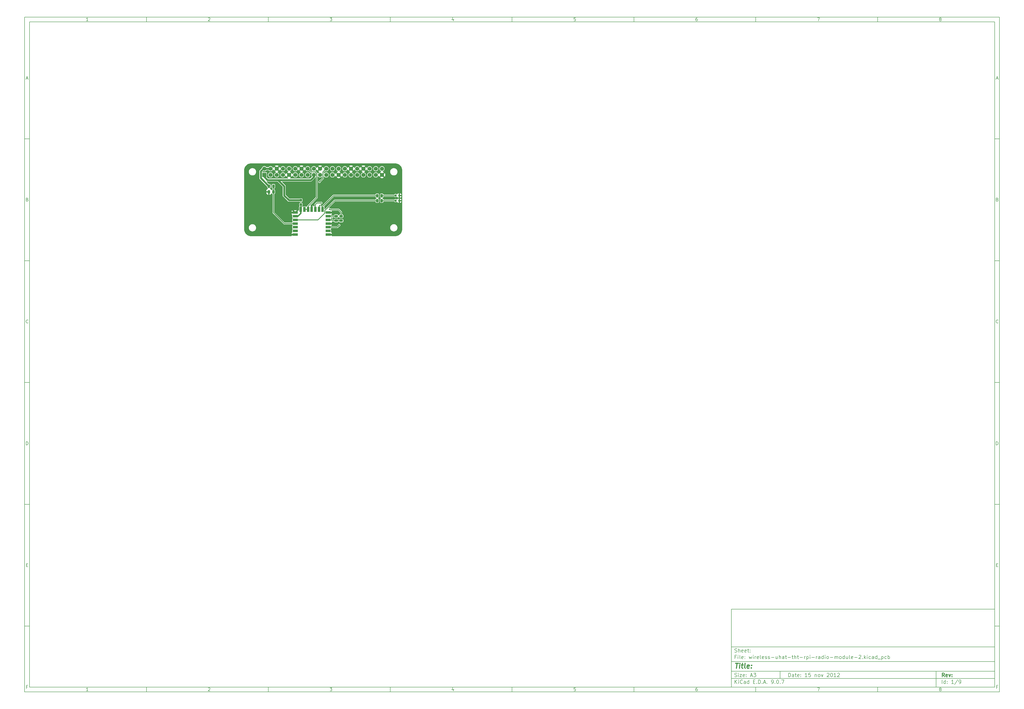
<source format=gtl>
G04 #@! TF.GenerationSoftware,KiCad,Pcbnew,9.0.7*
G04 #@! TF.CreationDate,2026-02-19T11:55:31-06:00*
G04 #@! TF.ProjectId,wireless-uhat-tht-rpi-radio-module-2,77697265-6c65-4737-932d-756861742d74,rev?*
G04 #@! TF.SameCoordinates,Original*
G04 #@! TF.FileFunction,Copper,L1,Top*
G04 #@! TF.FilePolarity,Positive*
%FSLAX46Y46*%
G04 Gerber Fmt 4.6, Leading zero omitted, Abs format (unit mm)*
G04 Created by KiCad (PCBNEW 9.0.7) date 2026-02-19 11:55:31*
%MOMM*%
%LPD*%
G01*
G04 APERTURE LIST*
G04 Aperture macros list*
%AMRoundRect*
0 Rectangle with rounded corners*
0 $1 Rounding radius*
0 $2 $3 $4 $5 $6 $7 $8 $9 X,Y pos of 4 corners*
0 Add a 4 corners polygon primitive as box body*
4,1,4,$2,$3,$4,$5,$6,$7,$8,$9,$2,$3,0*
0 Add four circle primitives for the rounded corners*
1,1,$1+$1,$2,$3*
1,1,$1+$1,$4,$5*
1,1,$1+$1,$6,$7*
1,1,$1+$1,$8,$9*
0 Add four rect primitives between the rounded corners*
20,1,$1+$1,$2,$3,$4,$5,0*
20,1,$1+$1,$4,$5,$6,$7,0*
20,1,$1+$1,$6,$7,$8,$9,0*
20,1,$1+$1,$8,$9,$2,$3,0*%
G04 Aperture macros list end*
%ADD10C,0.100000*%
%ADD11C,0.150000*%
%ADD12C,0.300000*%
%ADD13C,0.400000*%
G04 #@! TA.AperFunction,SMDPad,CuDef*
%ADD14RoundRect,0.200000X-0.200000X0.200000X-0.200000X-0.200000X0.200000X-0.200000X0.200000X0.200000X0*%
G04 #@! TD*
G04 #@! TA.AperFunction,SMDPad,CuDef*
%ADD15RoundRect,0.250000X0.262500X0.450000X-0.262500X0.450000X-0.262500X-0.450000X0.262500X-0.450000X0*%
G04 #@! TD*
G04 #@! TA.AperFunction,SMDPad,CuDef*
%ADD16RoundRect,0.250000X-0.262500X-0.450000X0.262500X-0.450000X0.262500X0.450000X-0.262500X0.450000X0*%
G04 #@! TD*
G04 #@! TA.AperFunction,SMDPad,CuDef*
%ADD17R,2.000000X1.000000*%
G04 #@! TD*
G04 #@! TA.AperFunction,SMDPad,CuDef*
%ADD18R,1.000000X2.000000*%
G04 #@! TD*
G04 #@! TA.AperFunction,SMDPad,CuDef*
%ADD19RoundRect,0.250000X0.450000X-0.262500X0.450000X0.262500X-0.450000X0.262500X-0.450000X-0.262500X0*%
G04 #@! TD*
G04 #@! TA.AperFunction,SMDPad,CuDef*
%ADD20RoundRect,0.237500X-0.237500X0.287500X-0.237500X-0.287500X0.237500X-0.287500X0.237500X0.287500X0*%
G04 #@! TD*
G04 #@! TA.AperFunction,ComponentPad*
%ADD21R,1.700000X1.700000*%
G04 #@! TD*
G04 #@! TA.AperFunction,ComponentPad*
%ADD22C,1.700000*%
G04 #@! TD*
G04 #@! TA.AperFunction,ViaPad*
%ADD23C,0.508000*%
G04 #@! TD*
G04 #@! TA.AperFunction,ViaPad*
%ADD24C,0.634000*%
G04 #@! TD*
G04 #@! TA.AperFunction,Conductor*
%ADD25C,0.800000*%
G04 #@! TD*
G04 #@! TA.AperFunction,Conductor*
%ADD26C,0.300000*%
G04 #@! TD*
G04 #@! TA.AperFunction,Conductor*
%ADD27C,0.600000*%
G04 #@! TD*
G04 APERTURE END LIST*
D10*
D11*
X299989000Y-253002200D02*
X407989000Y-253002200D01*
X407989000Y-285002200D01*
X299989000Y-285002200D01*
X299989000Y-253002200D01*
D10*
D11*
X10000000Y-10000000D02*
X409989000Y-10000000D01*
X409989000Y-287002200D01*
X10000000Y-287002200D01*
X10000000Y-10000000D01*
D10*
D11*
X12000000Y-12000000D02*
X407989000Y-12000000D01*
X407989000Y-285002200D01*
X12000000Y-285002200D01*
X12000000Y-12000000D01*
D10*
D11*
X60000000Y-12000000D02*
X60000000Y-10000000D01*
D10*
D11*
X110000000Y-12000000D02*
X110000000Y-10000000D01*
D10*
D11*
X160000000Y-12000000D02*
X160000000Y-10000000D01*
D10*
D11*
X210000000Y-12000000D02*
X210000000Y-10000000D01*
D10*
D11*
X260000000Y-12000000D02*
X260000000Y-10000000D01*
D10*
D11*
X310000000Y-12000000D02*
X310000000Y-10000000D01*
D10*
D11*
X360000000Y-12000000D02*
X360000000Y-10000000D01*
D10*
D11*
X36089160Y-11593604D02*
X35346303Y-11593604D01*
X35717731Y-11593604D02*
X35717731Y-10293604D01*
X35717731Y-10293604D02*
X35593922Y-10479319D01*
X35593922Y-10479319D02*
X35470112Y-10603128D01*
X35470112Y-10603128D02*
X35346303Y-10665033D01*
D10*
D11*
X85346303Y-10417414D02*
X85408207Y-10355509D01*
X85408207Y-10355509D02*
X85532017Y-10293604D01*
X85532017Y-10293604D02*
X85841541Y-10293604D01*
X85841541Y-10293604D02*
X85965350Y-10355509D01*
X85965350Y-10355509D02*
X86027255Y-10417414D01*
X86027255Y-10417414D02*
X86089160Y-10541223D01*
X86089160Y-10541223D02*
X86089160Y-10665033D01*
X86089160Y-10665033D02*
X86027255Y-10850747D01*
X86027255Y-10850747D02*
X85284398Y-11593604D01*
X85284398Y-11593604D02*
X86089160Y-11593604D01*
D10*
D11*
X135284398Y-10293604D02*
X136089160Y-10293604D01*
X136089160Y-10293604D02*
X135655826Y-10788842D01*
X135655826Y-10788842D02*
X135841541Y-10788842D01*
X135841541Y-10788842D02*
X135965350Y-10850747D01*
X135965350Y-10850747D02*
X136027255Y-10912652D01*
X136027255Y-10912652D02*
X136089160Y-11036461D01*
X136089160Y-11036461D02*
X136089160Y-11345985D01*
X136089160Y-11345985D02*
X136027255Y-11469795D01*
X136027255Y-11469795D02*
X135965350Y-11531700D01*
X135965350Y-11531700D02*
X135841541Y-11593604D01*
X135841541Y-11593604D02*
X135470112Y-11593604D01*
X135470112Y-11593604D02*
X135346303Y-11531700D01*
X135346303Y-11531700D02*
X135284398Y-11469795D01*
D10*
D11*
X185965350Y-10726938D02*
X185965350Y-11593604D01*
X185655826Y-10231700D02*
X185346303Y-11160271D01*
X185346303Y-11160271D02*
X186151064Y-11160271D01*
D10*
D11*
X236027255Y-10293604D02*
X235408207Y-10293604D01*
X235408207Y-10293604D02*
X235346303Y-10912652D01*
X235346303Y-10912652D02*
X235408207Y-10850747D01*
X235408207Y-10850747D02*
X235532017Y-10788842D01*
X235532017Y-10788842D02*
X235841541Y-10788842D01*
X235841541Y-10788842D02*
X235965350Y-10850747D01*
X235965350Y-10850747D02*
X236027255Y-10912652D01*
X236027255Y-10912652D02*
X236089160Y-11036461D01*
X236089160Y-11036461D02*
X236089160Y-11345985D01*
X236089160Y-11345985D02*
X236027255Y-11469795D01*
X236027255Y-11469795D02*
X235965350Y-11531700D01*
X235965350Y-11531700D02*
X235841541Y-11593604D01*
X235841541Y-11593604D02*
X235532017Y-11593604D01*
X235532017Y-11593604D02*
X235408207Y-11531700D01*
X235408207Y-11531700D02*
X235346303Y-11469795D01*
D10*
D11*
X285965350Y-10293604D02*
X285717731Y-10293604D01*
X285717731Y-10293604D02*
X285593922Y-10355509D01*
X285593922Y-10355509D02*
X285532017Y-10417414D01*
X285532017Y-10417414D02*
X285408207Y-10603128D01*
X285408207Y-10603128D02*
X285346303Y-10850747D01*
X285346303Y-10850747D02*
X285346303Y-11345985D01*
X285346303Y-11345985D02*
X285408207Y-11469795D01*
X285408207Y-11469795D02*
X285470112Y-11531700D01*
X285470112Y-11531700D02*
X285593922Y-11593604D01*
X285593922Y-11593604D02*
X285841541Y-11593604D01*
X285841541Y-11593604D02*
X285965350Y-11531700D01*
X285965350Y-11531700D02*
X286027255Y-11469795D01*
X286027255Y-11469795D02*
X286089160Y-11345985D01*
X286089160Y-11345985D02*
X286089160Y-11036461D01*
X286089160Y-11036461D02*
X286027255Y-10912652D01*
X286027255Y-10912652D02*
X285965350Y-10850747D01*
X285965350Y-10850747D02*
X285841541Y-10788842D01*
X285841541Y-10788842D02*
X285593922Y-10788842D01*
X285593922Y-10788842D02*
X285470112Y-10850747D01*
X285470112Y-10850747D02*
X285408207Y-10912652D01*
X285408207Y-10912652D02*
X285346303Y-11036461D01*
D10*
D11*
X335284398Y-10293604D02*
X336151064Y-10293604D01*
X336151064Y-10293604D02*
X335593922Y-11593604D01*
D10*
D11*
X385593922Y-10850747D02*
X385470112Y-10788842D01*
X385470112Y-10788842D02*
X385408207Y-10726938D01*
X385408207Y-10726938D02*
X385346303Y-10603128D01*
X385346303Y-10603128D02*
X385346303Y-10541223D01*
X385346303Y-10541223D02*
X385408207Y-10417414D01*
X385408207Y-10417414D02*
X385470112Y-10355509D01*
X385470112Y-10355509D02*
X385593922Y-10293604D01*
X385593922Y-10293604D02*
X385841541Y-10293604D01*
X385841541Y-10293604D02*
X385965350Y-10355509D01*
X385965350Y-10355509D02*
X386027255Y-10417414D01*
X386027255Y-10417414D02*
X386089160Y-10541223D01*
X386089160Y-10541223D02*
X386089160Y-10603128D01*
X386089160Y-10603128D02*
X386027255Y-10726938D01*
X386027255Y-10726938D02*
X385965350Y-10788842D01*
X385965350Y-10788842D02*
X385841541Y-10850747D01*
X385841541Y-10850747D02*
X385593922Y-10850747D01*
X385593922Y-10850747D02*
X385470112Y-10912652D01*
X385470112Y-10912652D02*
X385408207Y-10974557D01*
X385408207Y-10974557D02*
X385346303Y-11098366D01*
X385346303Y-11098366D02*
X385346303Y-11345985D01*
X385346303Y-11345985D02*
X385408207Y-11469795D01*
X385408207Y-11469795D02*
X385470112Y-11531700D01*
X385470112Y-11531700D02*
X385593922Y-11593604D01*
X385593922Y-11593604D02*
X385841541Y-11593604D01*
X385841541Y-11593604D02*
X385965350Y-11531700D01*
X385965350Y-11531700D02*
X386027255Y-11469795D01*
X386027255Y-11469795D02*
X386089160Y-11345985D01*
X386089160Y-11345985D02*
X386089160Y-11098366D01*
X386089160Y-11098366D02*
X386027255Y-10974557D01*
X386027255Y-10974557D02*
X385965350Y-10912652D01*
X385965350Y-10912652D02*
X385841541Y-10850747D01*
D10*
D11*
X60000000Y-285002200D02*
X60000000Y-287002200D01*
D10*
D11*
X110000000Y-285002200D02*
X110000000Y-287002200D01*
D10*
D11*
X160000000Y-285002200D02*
X160000000Y-287002200D01*
D10*
D11*
X210000000Y-285002200D02*
X210000000Y-287002200D01*
D10*
D11*
X260000000Y-285002200D02*
X260000000Y-287002200D01*
D10*
D11*
X310000000Y-285002200D02*
X310000000Y-287002200D01*
D10*
D11*
X360000000Y-285002200D02*
X360000000Y-287002200D01*
D10*
D11*
X36089160Y-286595804D02*
X35346303Y-286595804D01*
X35717731Y-286595804D02*
X35717731Y-285295804D01*
X35717731Y-285295804D02*
X35593922Y-285481519D01*
X35593922Y-285481519D02*
X35470112Y-285605328D01*
X35470112Y-285605328D02*
X35346303Y-285667233D01*
D10*
D11*
X85346303Y-285419614D02*
X85408207Y-285357709D01*
X85408207Y-285357709D02*
X85532017Y-285295804D01*
X85532017Y-285295804D02*
X85841541Y-285295804D01*
X85841541Y-285295804D02*
X85965350Y-285357709D01*
X85965350Y-285357709D02*
X86027255Y-285419614D01*
X86027255Y-285419614D02*
X86089160Y-285543423D01*
X86089160Y-285543423D02*
X86089160Y-285667233D01*
X86089160Y-285667233D02*
X86027255Y-285852947D01*
X86027255Y-285852947D02*
X85284398Y-286595804D01*
X85284398Y-286595804D02*
X86089160Y-286595804D01*
D10*
D11*
X135284398Y-285295804D02*
X136089160Y-285295804D01*
X136089160Y-285295804D02*
X135655826Y-285791042D01*
X135655826Y-285791042D02*
X135841541Y-285791042D01*
X135841541Y-285791042D02*
X135965350Y-285852947D01*
X135965350Y-285852947D02*
X136027255Y-285914852D01*
X136027255Y-285914852D02*
X136089160Y-286038661D01*
X136089160Y-286038661D02*
X136089160Y-286348185D01*
X136089160Y-286348185D02*
X136027255Y-286471995D01*
X136027255Y-286471995D02*
X135965350Y-286533900D01*
X135965350Y-286533900D02*
X135841541Y-286595804D01*
X135841541Y-286595804D02*
X135470112Y-286595804D01*
X135470112Y-286595804D02*
X135346303Y-286533900D01*
X135346303Y-286533900D02*
X135284398Y-286471995D01*
D10*
D11*
X185965350Y-285729138D02*
X185965350Y-286595804D01*
X185655826Y-285233900D02*
X185346303Y-286162471D01*
X185346303Y-286162471D02*
X186151064Y-286162471D01*
D10*
D11*
X236027255Y-285295804D02*
X235408207Y-285295804D01*
X235408207Y-285295804D02*
X235346303Y-285914852D01*
X235346303Y-285914852D02*
X235408207Y-285852947D01*
X235408207Y-285852947D02*
X235532017Y-285791042D01*
X235532017Y-285791042D02*
X235841541Y-285791042D01*
X235841541Y-285791042D02*
X235965350Y-285852947D01*
X235965350Y-285852947D02*
X236027255Y-285914852D01*
X236027255Y-285914852D02*
X236089160Y-286038661D01*
X236089160Y-286038661D02*
X236089160Y-286348185D01*
X236089160Y-286348185D02*
X236027255Y-286471995D01*
X236027255Y-286471995D02*
X235965350Y-286533900D01*
X235965350Y-286533900D02*
X235841541Y-286595804D01*
X235841541Y-286595804D02*
X235532017Y-286595804D01*
X235532017Y-286595804D02*
X235408207Y-286533900D01*
X235408207Y-286533900D02*
X235346303Y-286471995D01*
D10*
D11*
X285965350Y-285295804D02*
X285717731Y-285295804D01*
X285717731Y-285295804D02*
X285593922Y-285357709D01*
X285593922Y-285357709D02*
X285532017Y-285419614D01*
X285532017Y-285419614D02*
X285408207Y-285605328D01*
X285408207Y-285605328D02*
X285346303Y-285852947D01*
X285346303Y-285852947D02*
X285346303Y-286348185D01*
X285346303Y-286348185D02*
X285408207Y-286471995D01*
X285408207Y-286471995D02*
X285470112Y-286533900D01*
X285470112Y-286533900D02*
X285593922Y-286595804D01*
X285593922Y-286595804D02*
X285841541Y-286595804D01*
X285841541Y-286595804D02*
X285965350Y-286533900D01*
X285965350Y-286533900D02*
X286027255Y-286471995D01*
X286027255Y-286471995D02*
X286089160Y-286348185D01*
X286089160Y-286348185D02*
X286089160Y-286038661D01*
X286089160Y-286038661D02*
X286027255Y-285914852D01*
X286027255Y-285914852D02*
X285965350Y-285852947D01*
X285965350Y-285852947D02*
X285841541Y-285791042D01*
X285841541Y-285791042D02*
X285593922Y-285791042D01*
X285593922Y-285791042D02*
X285470112Y-285852947D01*
X285470112Y-285852947D02*
X285408207Y-285914852D01*
X285408207Y-285914852D02*
X285346303Y-286038661D01*
D10*
D11*
X335284398Y-285295804D02*
X336151064Y-285295804D01*
X336151064Y-285295804D02*
X335593922Y-286595804D01*
D10*
D11*
X385593922Y-285852947D02*
X385470112Y-285791042D01*
X385470112Y-285791042D02*
X385408207Y-285729138D01*
X385408207Y-285729138D02*
X385346303Y-285605328D01*
X385346303Y-285605328D02*
X385346303Y-285543423D01*
X385346303Y-285543423D02*
X385408207Y-285419614D01*
X385408207Y-285419614D02*
X385470112Y-285357709D01*
X385470112Y-285357709D02*
X385593922Y-285295804D01*
X385593922Y-285295804D02*
X385841541Y-285295804D01*
X385841541Y-285295804D02*
X385965350Y-285357709D01*
X385965350Y-285357709D02*
X386027255Y-285419614D01*
X386027255Y-285419614D02*
X386089160Y-285543423D01*
X386089160Y-285543423D02*
X386089160Y-285605328D01*
X386089160Y-285605328D02*
X386027255Y-285729138D01*
X386027255Y-285729138D02*
X385965350Y-285791042D01*
X385965350Y-285791042D02*
X385841541Y-285852947D01*
X385841541Y-285852947D02*
X385593922Y-285852947D01*
X385593922Y-285852947D02*
X385470112Y-285914852D01*
X385470112Y-285914852D02*
X385408207Y-285976757D01*
X385408207Y-285976757D02*
X385346303Y-286100566D01*
X385346303Y-286100566D02*
X385346303Y-286348185D01*
X385346303Y-286348185D02*
X385408207Y-286471995D01*
X385408207Y-286471995D02*
X385470112Y-286533900D01*
X385470112Y-286533900D02*
X385593922Y-286595804D01*
X385593922Y-286595804D02*
X385841541Y-286595804D01*
X385841541Y-286595804D02*
X385965350Y-286533900D01*
X385965350Y-286533900D02*
X386027255Y-286471995D01*
X386027255Y-286471995D02*
X386089160Y-286348185D01*
X386089160Y-286348185D02*
X386089160Y-286100566D01*
X386089160Y-286100566D02*
X386027255Y-285976757D01*
X386027255Y-285976757D02*
X385965350Y-285914852D01*
X385965350Y-285914852D02*
X385841541Y-285852947D01*
D10*
D11*
X10000000Y-60000000D02*
X12000000Y-60000000D01*
D10*
D11*
X10000000Y-110000000D02*
X12000000Y-110000000D01*
D10*
D11*
X10000000Y-160000000D02*
X12000000Y-160000000D01*
D10*
D11*
X10000000Y-210000000D02*
X12000000Y-210000000D01*
D10*
D11*
X10000000Y-260000000D02*
X12000000Y-260000000D01*
D10*
D11*
X10690476Y-35222176D02*
X11309523Y-35222176D01*
X10566666Y-35593604D02*
X10999999Y-34293604D01*
X10999999Y-34293604D02*
X11433333Y-35593604D01*
D10*
D11*
X11092857Y-84912652D02*
X11278571Y-84974557D01*
X11278571Y-84974557D02*
X11340476Y-85036461D01*
X11340476Y-85036461D02*
X11402380Y-85160271D01*
X11402380Y-85160271D02*
X11402380Y-85345985D01*
X11402380Y-85345985D02*
X11340476Y-85469795D01*
X11340476Y-85469795D02*
X11278571Y-85531700D01*
X11278571Y-85531700D02*
X11154761Y-85593604D01*
X11154761Y-85593604D02*
X10659523Y-85593604D01*
X10659523Y-85593604D02*
X10659523Y-84293604D01*
X10659523Y-84293604D02*
X11092857Y-84293604D01*
X11092857Y-84293604D02*
X11216666Y-84355509D01*
X11216666Y-84355509D02*
X11278571Y-84417414D01*
X11278571Y-84417414D02*
X11340476Y-84541223D01*
X11340476Y-84541223D02*
X11340476Y-84665033D01*
X11340476Y-84665033D02*
X11278571Y-84788842D01*
X11278571Y-84788842D02*
X11216666Y-84850747D01*
X11216666Y-84850747D02*
X11092857Y-84912652D01*
X11092857Y-84912652D02*
X10659523Y-84912652D01*
D10*
D11*
X11402380Y-135469795D02*
X11340476Y-135531700D01*
X11340476Y-135531700D02*
X11154761Y-135593604D01*
X11154761Y-135593604D02*
X11030952Y-135593604D01*
X11030952Y-135593604D02*
X10845238Y-135531700D01*
X10845238Y-135531700D02*
X10721428Y-135407890D01*
X10721428Y-135407890D02*
X10659523Y-135284080D01*
X10659523Y-135284080D02*
X10597619Y-135036461D01*
X10597619Y-135036461D02*
X10597619Y-134850747D01*
X10597619Y-134850747D02*
X10659523Y-134603128D01*
X10659523Y-134603128D02*
X10721428Y-134479319D01*
X10721428Y-134479319D02*
X10845238Y-134355509D01*
X10845238Y-134355509D02*
X11030952Y-134293604D01*
X11030952Y-134293604D02*
X11154761Y-134293604D01*
X11154761Y-134293604D02*
X11340476Y-134355509D01*
X11340476Y-134355509D02*
X11402380Y-134417414D01*
D10*
D11*
X10659523Y-185593604D02*
X10659523Y-184293604D01*
X10659523Y-184293604D02*
X10969047Y-184293604D01*
X10969047Y-184293604D02*
X11154761Y-184355509D01*
X11154761Y-184355509D02*
X11278571Y-184479319D01*
X11278571Y-184479319D02*
X11340476Y-184603128D01*
X11340476Y-184603128D02*
X11402380Y-184850747D01*
X11402380Y-184850747D02*
X11402380Y-185036461D01*
X11402380Y-185036461D02*
X11340476Y-185284080D01*
X11340476Y-185284080D02*
X11278571Y-185407890D01*
X11278571Y-185407890D02*
X11154761Y-185531700D01*
X11154761Y-185531700D02*
X10969047Y-185593604D01*
X10969047Y-185593604D02*
X10659523Y-185593604D01*
D10*
D11*
X10721428Y-234912652D02*
X11154762Y-234912652D01*
X11340476Y-235593604D02*
X10721428Y-235593604D01*
X10721428Y-235593604D02*
X10721428Y-234293604D01*
X10721428Y-234293604D02*
X11340476Y-234293604D01*
D10*
D11*
X11185714Y-284912652D02*
X10752380Y-284912652D01*
X10752380Y-285593604D02*
X10752380Y-284293604D01*
X10752380Y-284293604D02*
X11371428Y-284293604D01*
D10*
D11*
X409989000Y-60000000D02*
X407989000Y-60000000D01*
D10*
D11*
X409989000Y-110000000D02*
X407989000Y-110000000D01*
D10*
D11*
X409989000Y-160000000D02*
X407989000Y-160000000D01*
D10*
D11*
X409989000Y-210000000D02*
X407989000Y-210000000D01*
D10*
D11*
X409989000Y-260000000D02*
X407989000Y-260000000D01*
D10*
D11*
X408679476Y-35222176D02*
X409298523Y-35222176D01*
X408555666Y-35593604D02*
X408988999Y-34293604D01*
X408988999Y-34293604D02*
X409422333Y-35593604D01*
D10*
D11*
X409081857Y-84912652D02*
X409267571Y-84974557D01*
X409267571Y-84974557D02*
X409329476Y-85036461D01*
X409329476Y-85036461D02*
X409391380Y-85160271D01*
X409391380Y-85160271D02*
X409391380Y-85345985D01*
X409391380Y-85345985D02*
X409329476Y-85469795D01*
X409329476Y-85469795D02*
X409267571Y-85531700D01*
X409267571Y-85531700D02*
X409143761Y-85593604D01*
X409143761Y-85593604D02*
X408648523Y-85593604D01*
X408648523Y-85593604D02*
X408648523Y-84293604D01*
X408648523Y-84293604D02*
X409081857Y-84293604D01*
X409081857Y-84293604D02*
X409205666Y-84355509D01*
X409205666Y-84355509D02*
X409267571Y-84417414D01*
X409267571Y-84417414D02*
X409329476Y-84541223D01*
X409329476Y-84541223D02*
X409329476Y-84665033D01*
X409329476Y-84665033D02*
X409267571Y-84788842D01*
X409267571Y-84788842D02*
X409205666Y-84850747D01*
X409205666Y-84850747D02*
X409081857Y-84912652D01*
X409081857Y-84912652D02*
X408648523Y-84912652D01*
D10*
D11*
X409391380Y-135469795D02*
X409329476Y-135531700D01*
X409329476Y-135531700D02*
X409143761Y-135593604D01*
X409143761Y-135593604D02*
X409019952Y-135593604D01*
X409019952Y-135593604D02*
X408834238Y-135531700D01*
X408834238Y-135531700D02*
X408710428Y-135407890D01*
X408710428Y-135407890D02*
X408648523Y-135284080D01*
X408648523Y-135284080D02*
X408586619Y-135036461D01*
X408586619Y-135036461D02*
X408586619Y-134850747D01*
X408586619Y-134850747D02*
X408648523Y-134603128D01*
X408648523Y-134603128D02*
X408710428Y-134479319D01*
X408710428Y-134479319D02*
X408834238Y-134355509D01*
X408834238Y-134355509D02*
X409019952Y-134293604D01*
X409019952Y-134293604D02*
X409143761Y-134293604D01*
X409143761Y-134293604D02*
X409329476Y-134355509D01*
X409329476Y-134355509D02*
X409391380Y-134417414D01*
D10*
D11*
X408648523Y-185593604D02*
X408648523Y-184293604D01*
X408648523Y-184293604D02*
X408958047Y-184293604D01*
X408958047Y-184293604D02*
X409143761Y-184355509D01*
X409143761Y-184355509D02*
X409267571Y-184479319D01*
X409267571Y-184479319D02*
X409329476Y-184603128D01*
X409329476Y-184603128D02*
X409391380Y-184850747D01*
X409391380Y-184850747D02*
X409391380Y-185036461D01*
X409391380Y-185036461D02*
X409329476Y-185284080D01*
X409329476Y-185284080D02*
X409267571Y-185407890D01*
X409267571Y-185407890D02*
X409143761Y-185531700D01*
X409143761Y-185531700D02*
X408958047Y-185593604D01*
X408958047Y-185593604D02*
X408648523Y-185593604D01*
D10*
D11*
X408710428Y-234912652D02*
X409143762Y-234912652D01*
X409329476Y-235593604D02*
X408710428Y-235593604D01*
X408710428Y-235593604D02*
X408710428Y-234293604D01*
X408710428Y-234293604D02*
X409329476Y-234293604D01*
D10*
D11*
X409174714Y-284912652D02*
X408741380Y-284912652D01*
X408741380Y-285593604D02*
X408741380Y-284293604D01*
X408741380Y-284293604D02*
X409360428Y-284293604D01*
D10*
D11*
X323444826Y-280788328D02*
X323444826Y-279288328D01*
X323444826Y-279288328D02*
X323801969Y-279288328D01*
X323801969Y-279288328D02*
X324016255Y-279359757D01*
X324016255Y-279359757D02*
X324159112Y-279502614D01*
X324159112Y-279502614D02*
X324230541Y-279645471D01*
X324230541Y-279645471D02*
X324301969Y-279931185D01*
X324301969Y-279931185D02*
X324301969Y-280145471D01*
X324301969Y-280145471D02*
X324230541Y-280431185D01*
X324230541Y-280431185D02*
X324159112Y-280574042D01*
X324159112Y-280574042D02*
X324016255Y-280716900D01*
X324016255Y-280716900D02*
X323801969Y-280788328D01*
X323801969Y-280788328D02*
X323444826Y-280788328D01*
X325587684Y-280788328D02*
X325587684Y-280002614D01*
X325587684Y-280002614D02*
X325516255Y-279859757D01*
X325516255Y-279859757D02*
X325373398Y-279788328D01*
X325373398Y-279788328D02*
X325087684Y-279788328D01*
X325087684Y-279788328D02*
X324944826Y-279859757D01*
X325587684Y-280716900D02*
X325444826Y-280788328D01*
X325444826Y-280788328D02*
X325087684Y-280788328D01*
X325087684Y-280788328D02*
X324944826Y-280716900D01*
X324944826Y-280716900D02*
X324873398Y-280574042D01*
X324873398Y-280574042D02*
X324873398Y-280431185D01*
X324873398Y-280431185D02*
X324944826Y-280288328D01*
X324944826Y-280288328D02*
X325087684Y-280216900D01*
X325087684Y-280216900D02*
X325444826Y-280216900D01*
X325444826Y-280216900D02*
X325587684Y-280145471D01*
X326087684Y-279788328D02*
X326659112Y-279788328D01*
X326301969Y-279288328D02*
X326301969Y-280574042D01*
X326301969Y-280574042D02*
X326373398Y-280716900D01*
X326373398Y-280716900D02*
X326516255Y-280788328D01*
X326516255Y-280788328D02*
X326659112Y-280788328D01*
X327730541Y-280716900D02*
X327587684Y-280788328D01*
X327587684Y-280788328D02*
X327301970Y-280788328D01*
X327301970Y-280788328D02*
X327159112Y-280716900D01*
X327159112Y-280716900D02*
X327087684Y-280574042D01*
X327087684Y-280574042D02*
X327087684Y-280002614D01*
X327087684Y-280002614D02*
X327159112Y-279859757D01*
X327159112Y-279859757D02*
X327301970Y-279788328D01*
X327301970Y-279788328D02*
X327587684Y-279788328D01*
X327587684Y-279788328D02*
X327730541Y-279859757D01*
X327730541Y-279859757D02*
X327801970Y-280002614D01*
X327801970Y-280002614D02*
X327801970Y-280145471D01*
X327801970Y-280145471D02*
X327087684Y-280288328D01*
X328444826Y-280645471D02*
X328516255Y-280716900D01*
X328516255Y-280716900D02*
X328444826Y-280788328D01*
X328444826Y-280788328D02*
X328373398Y-280716900D01*
X328373398Y-280716900D02*
X328444826Y-280645471D01*
X328444826Y-280645471D02*
X328444826Y-280788328D01*
X328444826Y-279859757D02*
X328516255Y-279931185D01*
X328516255Y-279931185D02*
X328444826Y-280002614D01*
X328444826Y-280002614D02*
X328373398Y-279931185D01*
X328373398Y-279931185D02*
X328444826Y-279859757D01*
X328444826Y-279859757D02*
X328444826Y-280002614D01*
X331087684Y-280788328D02*
X330230541Y-280788328D01*
X330659112Y-280788328D02*
X330659112Y-279288328D01*
X330659112Y-279288328D02*
X330516255Y-279502614D01*
X330516255Y-279502614D02*
X330373398Y-279645471D01*
X330373398Y-279645471D02*
X330230541Y-279716900D01*
X332444826Y-279288328D02*
X331730540Y-279288328D01*
X331730540Y-279288328D02*
X331659112Y-280002614D01*
X331659112Y-280002614D02*
X331730540Y-279931185D01*
X331730540Y-279931185D02*
X331873398Y-279859757D01*
X331873398Y-279859757D02*
X332230540Y-279859757D01*
X332230540Y-279859757D02*
X332373398Y-279931185D01*
X332373398Y-279931185D02*
X332444826Y-280002614D01*
X332444826Y-280002614D02*
X332516255Y-280145471D01*
X332516255Y-280145471D02*
X332516255Y-280502614D01*
X332516255Y-280502614D02*
X332444826Y-280645471D01*
X332444826Y-280645471D02*
X332373398Y-280716900D01*
X332373398Y-280716900D02*
X332230540Y-280788328D01*
X332230540Y-280788328D02*
X331873398Y-280788328D01*
X331873398Y-280788328D02*
X331730540Y-280716900D01*
X331730540Y-280716900D02*
X331659112Y-280645471D01*
X334301968Y-279788328D02*
X334301968Y-280788328D01*
X334301968Y-279931185D02*
X334373397Y-279859757D01*
X334373397Y-279859757D02*
X334516254Y-279788328D01*
X334516254Y-279788328D02*
X334730540Y-279788328D01*
X334730540Y-279788328D02*
X334873397Y-279859757D01*
X334873397Y-279859757D02*
X334944826Y-280002614D01*
X334944826Y-280002614D02*
X334944826Y-280788328D01*
X335873397Y-280788328D02*
X335730540Y-280716900D01*
X335730540Y-280716900D02*
X335659111Y-280645471D01*
X335659111Y-280645471D02*
X335587683Y-280502614D01*
X335587683Y-280502614D02*
X335587683Y-280074042D01*
X335587683Y-280074042D02*
X335659111Y-279931185D01*
X335659111Y-279931185D02*
X335730540Y-279859757D01*
X335730540Y-279859757D02*
X335873397Y-279788328D01*
X335873397Y-279788328D02*
X336087683Y-279788328D01*
X336087683Y-279788328D02*
X336230540Y-279859757D01*
X336230540Y-279859757D02*
X336301969Y-279931185D01*
X336301969Y-279931185D02*
X336373397Y-280074042D01*
X336373397Y-280074042D02*
X336373397Y-280502614D01*
X336373397Y-280502614D02*
X336301969Y-280645471D01*
X336301969Y-280645471D02*
X336230540Y-280716900D01*
X336230540Y-280716900D02*
X336087683Y-280788328D01*
X336087683Y-280788328D02*
X335873397Y-280788328D01*
X336873397Y-279788328D02*
X337230540Y-280788328D01*
X337230540Y-280788328D02*
X337587683Y-279788328D01*
X339230540Y-279431185D02*
X339301968Y-279359757D01*
X339301968Y-279359757D02*
X339444826Y-279288328D01*
X339444826Y-279288328D02*
X339801968Y-279288328D01*
X339801968Y-279288328D02*
X339944826Y-279359757D01*
X339944826Y-279359757D02*
X340016254Y-279431185D01*
X340016254Y-279431185D02*
X340087683Y-279574042D01*
X340087683Y-279574042D02*
X340087683Y-279716900D01*
X340087683Y-279716900D02*
X340016254Y-279931185D01*
X340016254Y-279931185D02*
X339159111Y-280788328D01*
X339159111Y-280788328D02*
X340087683Y-280788328D01*
X341016254Y-279288328D02*
X341159111Y-279288328D01*
X341159111Y-279288328D02*
X341301968Y-279359757D01*
X341301968Y-279359757D02*
X341373397Y-279431185D01*
X341373397Y-279431185D02*
X341444825Y-279574042D01*
X341444825Y-279574042D02*
X341516254Y-279859757D01*
X341516254Y-279859757D02*
X341516254Y-280216900D01*
X341516254Y-280216900D02*
X341444825Y-280502614D01*
X341444825Y-280502614D02*
X341373397Y-280645471D01*
X341373397Y-280645471D02*
X341301968Y-280716900D01*
X341301968Y-280716900D02*
X341159111Y-280788328D01*
X341159111Y-280788328D02*
X341016254Y-280788328D01*
X341016254Y-280788328D02*
X340873397Y-280716900D01*
X340873397Y-280716900D02*
X340801968Y-280645471D01*
X340801968Y-280645471D02*
X340730539Y-280502614D01*
X340730539Y-280502614D02*
X340659111Y-280216900D01*
X340659111Y-280216900D02*
X340659111Y-279859757D01*
X340659111Y-279859757D02*
X340730539Y-279574042D01*
X340730539Y-279574042D02*
X340801968Y-279431185D01*
X340801968Y-279431185D02*
X340873397Y-279359757D01*
X340873397Y-279359757D02*
X341016254Y-279288328D01*
X342944825Y-280788328D02*
X342087682Y-280788328D01*
X342516253Y-280788328D02*
X342516253Y-279288328D01*
X342516253Y-279288328D02*
X342373396Y-279502614D01*
X342373396Y-279502614D02*
X342230539Y-279645471D01*
X342230539Y-279645471D02*
X342087682Y-279716900D01*
X343516253Y-279431185D02*
X343587681Y-279359757D01*
X343587681Y-279359757D02*
X343730539Y-279288328D01*
X343730539Y-279288328D02*
X344087681Y-279288328D01*
X344087681Y-279288328D02*
X344230539Y-279359757D01*
X344230539Y-279359757D02*
X344301967Y-279431185D01*
X344301967Y-279431185D02*
X344373396Y-279574042D01*
X344373396Y-279574042D02*
X344373396Y-279716900D01*
X344373396Y-279716900D02*
X344301967Y-279931185D01*
X344301967Y-279931185D02*
X343444824Y-280788328D01*
X343444824Y-280788328D02*
X344373396Y-280788328D01*
D10*
D11*
X299989000Y-281502200D02*
X407989000Y-281502200D01*
D10*
D11*
X301444826Y-283588328D02*
X301444826Y-282088328D01*
X302301969Y-283588328D02*
X301659112Y-282731185D01*
X302301969Y-282088328D02*
X301444826Y-282945471D01*
X302944826Y-283588328D02*
X302944826Y-282588328D01*
X302944826Y-282088328D02*
X302873398Y-282159757D01*
X302873398Y-282159757D02*
X302944826Y-282231185D01*
X302944826Y-282231185D02*
X303016255Y-282159757D01*
X303016255Y-282159757D02*
X302944826Y-282088328D01*
X302944826Y-282088328D02*
X302944826Y-282231185D01*
X304516255Y-283445471D02*
X304444827Y-283516900D01*
X304444827Y-283516900D02*
X304230541Y-283588328D01*
X304230541Y-283588328D02*
X304087684Y-283588328D01*
X304087684Y-283588328D02*
X303873398Y-283516900D01*
X303873398Y-283516900D02*
X303730541Y-283374042D01*
X303730541Y-283374042D02*
X303659112Y-283231185D01*
X303659112Y-283231185D02*
X303587684Y-282945471D01*
X303587684Y-282945471D02*
X303587684Y-282731185D01*
X303587684Y-282731185D02*
X303659112Y-282445471D01*
X303659112Y-282445471D02*
X303730541Y-282302614D01*
X303730541Y-282302614D02*
X303873398Y-282159757D01*
X303873398Y-282159757D02*
X304087684Y-282088328D01*
X304087684Y-282088328D02*
X304230541Y-282088328D01*
X304230541Y-282088328D02*
X304444827Y-282159757D01*
X304444827Y-282159757D02*
X304516255Y-282231185D01*
X305801970Y-283588328D02*
X305801970Y-282802614D01*
X305801970Y-282802614D02*
X305730541Y-282659757D01*
X305730541Y-282659757D02*
X305587684Y-282588328D01*
X305587684Y-282588328D02*
X305301970Y-282588328D01*
X305301970Y-282588328D02*
X305159112Y-282659757D01*
X305801970Y-283516900D02*
X305659112Y-283588328D01*
X305659112Y-283588328D02*
X305301970Y-283588328D01*
X305301970Y-283588328D02*
X305159112Y-283516900D01*
X305159112Y-283516900D02*
X305087684Y-283374042D01*
X305087684Y-283374042D02*
X305087684Y-283231185D01*
X305087684Y-283231185D02*
X305159112Y-283088328D01*
X305159112Y-283088328D02*
X305301970Y-283016900D01*
X305301970Y-283016900D02*
X305659112Y-283016900D01*
X305659112Y-283016900D02*
X305801970Y-282945471D01*
X307159113Y-283588328D02*
X307159113Y-282088328D01*
X307159113Y-283516900D02*
X307016255Y-283588328D01*
X307016255Y-283588328D02*
X306730541Y-283588328D01*
X306730541Y-283588328D02*
X306587684Y-283516900D01*
X306587684Y-283516900D02*
X306516255Y-283445471D01*
X306516255Y-283445471D02*
X306444827Y-283302614D01*
X306444827Y-283302614D02*
X306444827Y-282874042D01*
X306444827Y-282874042D02*
X306516255Y-282731185D01*
X306516255Y-282731185D02*
X306587684Y-282659757D01*
X306587684Y-282659757D02*
X306730541Y-282588328D01*
X306730541Y-282588328D02*
X307016255Y-282588328D01*
X307016255Y-282588328D02*
X307159113Y-282659757D01*
X309016255Y-282802614D02*
X309516255Y-282802614D01*
X309730541Y-283588328D02*
X309016255Y-283588328D01*
X309016255Y-283588328D02*
X309016255Y-282088328D01*
X309016255Y-282088328D02*
X309730541Y-282088328D01*
X310373398Y-283445471D02*
X310444827Y-283516900D01*
X310444827Y-283516900D02*
X310373398Y-283588328D01*
X310373398Y-283588328D02*
X310301970Y-283516900D01*
X310301970Y-283516900D02*
X310373398Y-283445471D01*
X310373398Y-283445471D02*
X310373398Y-283588328D01*
X311087684Y-283588328D02*
X311087684Y-282088328D01*
X311087684Y-282088328D02*
X311444827Y-282088328D01*
X311444827Y-282088328D02*
X311659113Y-282159757D01*
X311659113Y-282159757D02*
X311801970Y-282302614D01*
X311801970Y-282302614D02*
X311873399Y-282445471D01*
X311873399Y-282445471D02*
X311944827Y-282731185D01*
X311944827Y-282731185D02*
X311944827Y-282945471D01*
X311944827Y-282945471D02*
X311873399Y-283231185D01*
X311873399Y-283231185D02*
X311801970Y-283374042D01*
X311801970Y-283374042D02*
X311659113Y-283516900D01*
X311659113Y-283516900D02*
X311444827Y-283588328D01*
X311444827Y-283588328D02*
X311087684Y-283588328D01*
X312587684Y-283445471D02*
X312659113Y-283516900D01*
X312659113Y-283516900D02*
X312587684Y-283588328D01*
X312587684Y-283588328D02*
X312516256Y-283516900D01*
X312516256Y-283516900D02*
X312587684Y-283445471D01*
X312587684Y-283445471D02*
X312587684Y-283588328D01*
X313230542Y-283159757D02*
X313944828Y-283159757D01*
X313087685Y-283588328D02*
X313587685Y-282088328D01*
X313587685Y-282088328D02*
X314087685Y-283588328D01*
X314587684Y-283445471D02*
X314659113Y-283516900D01*
X314659113Y-283516900D02*
X314587684Y-283588328D01*
X314587684Y-283588328D02*
X314516256Y-283516900D01*
X314516256Y-283516900D02*
X314587684Y-283445471D01*
X314587684Y-283445471D02*
X314587684Y-283588328D01*
X316516256Y-283588328D02*
X316801970Y-283588328D01*
X316801970Y-283588328D02*
X316944827Y-283516900D01*
X316944827Y-283516900D02*
X317016256Y-283445471D01*
X317016256Y-283445471D02*
X317159113Y-283231185D01*
X317159113Y-283231185D02*
X317230542Y-282945471D01*
X317230542Y-282945471D02*
X317230542Y-282374042D01*
X317230542Y-282374042D02*
X317159113Y-282231185D01*
X317159113Y-282231185D02*
X317087685Y-282159757D01*
X317087685Y-282159757D02*
X316944827Y-282088328D01*
X316944827Y-282088328D02*
X316659113Y-282088328D01*
X316659113Y-282088328D02*
X316516256Y-282159757D01*
X316516256Y-282159757D02*
X316444827Y-282231185D01*
X316444827Y-282231185D02*
X316373399Y-282374042D01*
X316373399Y-282374042D02*
X316373399Y-282731185D01*
X316373399Y-282731185D02*
X316444827Y-282874042D01*
X316444827Y-282874042D02*
X316516256Y-282945471D01*
X316516256Y-282945471D02*
X316659113Y-283016900D01*
X316659113Y-283016900D02*
X316944827Y-283016900D01*
X316944827Y-283016900D02*
X317087685Y-282945471D01*
X317087685Y-282945471D02*
X317159113Y-282874042D01*
X317159113Y-282874042D02*
X317230542Y-282731185D01*
X317873398Y-283445471D02*
X317944827Y-283516900D01*
X317944827Y-283516900D02*
X317873398Y-283588328D01*
X317873398Y-283588328D02*
X317801970Y-283516900D01*
X317801970Y-283516900D02*
X317873398Y-283445471D01*
X317873398Y-283445471D02*
X317873398Y-283588328D01*
X318873399Y-282088328D02*
X319016256Y-282088328D01*
X319016256Y-282088328D02*
X319159113Y-282159757D01*
X319159113Y-282159757D02*
X319230542Y-282231185D01*
X319230542Y-282231185D02*
X319301970Y-282374042D01*
X319301970Y-282374042D02*
X319373399Y-282659757D01*
X319373399Y-282659757D02*
X319373399Y-283016900D01*
X319373399Y-283016900D02*
X319301970Y-283302614D01*
X319301970Y-283302614D02*
X319230542Y-283445471D01*
X319230542Y-283445471D02*
X319159113Y-283516900D01*
X319159113Y-283516900D02*
X319016256Y-283588328D01*
X319016256Y-283588328D02*
X318873399Y-283588328D01*
X318873399Y-283588328D02*
X318730542Y-283516900D01*
X318730542Y-283516900D02*
X318659113Y-283445471D01*
X318659113Y-283445471D02*
X318587684Y-283302614D01*
X318587684Y-283302614D02*
X318516256Y-283016900D01*
X318516256Y-283016900D02*
X318516256Y-282659757D01*
X318516256Y-282659757D02*
X318587684Y-282374042D01*
X318587684Y-282374042D02*
X318659113Y-282231185D01*
X318659113Y-282231185D02*
X318730542Y-282159757D01*
X318730542Y-282159757D02*
X318873399Y-282088328D01*
X320016255Y-283445471D02*
X320087684Y-283516900D01*
X320087684Y-283516900D02*
X320016255Y-283588328D01*
X320016255Y-283588328D02*
X319944827Y-283516900D01*
X319944827Y-283516900D02*
X320016255Y-283445471D01*
X320016255Y-283445471D02*
X320016255Y-283588328D01*
X320587684Y-282088328D02*
X321587684Y-282088328D01*
X321587684Y-282088328D02*
X320944827Y-283588328D01*
D10*
D11*
X299989000Y-278502200D02*
X407989000Y-278502200D01*
D10*
D12*
X387400653Y-280780528D02*
X386900653Y-280066242D01*
X386543510Y-280780528D02*
X386543510Y-279280528D01*
X386543510Y-279280528D02*
X387114939Y-279280528D01*
X387114939Y-279280528D02*
X387257796Y-279351957D01*
X387257796Y-279351957D02*
X387329225Y-279423385D01*
X387329225Y-279423385D02*
X387400653Y-279566242D01*
X387400653Y-279566242D02*
X387400653Y-279780528D01*
X387400653Y-279780528D02*
X387329225Y-279923385D01*
X387329225Y-279923385D02*
X387257796Y-279994814D01*
X387257796Y-279994814D02*
X387114939Y-280066242D01*
X387114939Y-280066242D02*
X386543510Y-280066242D01*
X388614939Y-280709100D02*
X388472082Y-280780528D01*
X388472082Y-280780528D02*
X388186368Y-280780528D01*
X388186368Y-280780528D02*
X388043510Y-280709100D01*
X388043510Y-280709100D02*
X387972082Y-280566242D01*
X387972082Y-280566242D02*
X387972082Y-279994814D01*
X387972082Y-279994814D02*
X388043510Y-279851957D01*
X388043510Y-279851957D02*
X388186368Y-279780528D01*
X388186368Y-279780528D02*
X388472082Y-279780528D01*
X388472082Y-279780528D02*
X388614939Y-279851957D01*
X388614939Y-279851957D02*
X388686368Y-279994814D01*
X388686368Y-279994814D02*
X388686368Y-280137671D01*
X388686368Y-280137671D02*
X387972082Y-280280528D01*
X389186367Y-279780528D02*
X389543510Y-280780528D01*
X389543510Y-280780528D02*
X389900653Y-279780528D01*
X390472081Y-280637671D02*
X390543510Y-280709100D01*
X390543510Y-280709100D02*
X390472081Y-280780528D01*
X390472081Y-280780528D02*
X390400653Y-280709100D01*
X390400653Y-280709100D02*
X390472081Y-280637671D01*
X390472081Y-280637671D02*
X390472081Y-280780528D01*
X390472081Y-279851957D02*
X390543510Y-279923385D01*
X390543510Y-279923385D02*
X390472081Y-279994814D01*
X390472081Y-279994814D02*
X390400653Y-279923385D01*
X390400653Y-279923385D02*
X390472081Y-279851957D01*
X390472081Y-279851957D02*
X390472081Y-279994814D01*
D10*
D11*
X301373398Y-280716900D02*
X301587684Y-280788328D01*
X301587684Y-280788328D02*
X301944826Y-280788328D01*
X301944826Y-280788328D02*
X302087684Y-280716900D01*
X302087684Y-280716900D02*
X302159112Y-280645471D01*
X302159112Y-280645471D02*
X302230541Y-280502614D01*
X302230541Y-280502614D02*
X302230541Y-280359757D01*
X302230541Y-280359757D02*
X302159112Y-280216900D01*
X302159112Y-280216900D02*
X302087684Y-280145471D01*
X302087684Y-280145471D02*
X301944826Y-280074042D01*
X301944826Y-280074042D02*
X301659112Y-280002614D01*
X301659112Y-280002614D02*
X301516255Y-279931185D01*
X301516255Y-279931185D02*
X301444826Y-279859757D01*
X301444826Y-279859757D02*
X301373398Y-279716900D01*
X301373398Y-279716900D02*
X301373398Y-279574042D01*
X301373398Y-279574042D02*
X301444826Y-279431185D01*
X301444826Y-279431185D02*
X301516255Y-279359757D01*
X301516255Y-279359757D02*
X301659112Y-279288328D01*
X301659112Y-279288328D02*
X302016255Y-279288328D01*
X302016255Y-279288328D02*
X302230541Y-279359757D01*
X302873397Y-280788328D02*
X302873397Y-279788328D01*
X302873397Y-279288328D02*
X302801969Y-279359757D01*
X302801969Y-279359757D02*
X302873397Y-279431185D01*
X302873397Y-279431185D02*
X302944826Y-279359757D01*
X302944826Y-279359757D02*
X302873397Y-279288328D01*
X302873397Y-279288328D02*
X302873397Y-279431185D01*
X303444826Y-279788328D02*
X304230541Y-279788328D01*
X304230541Y-279788328D02*
X303444826Y-280788328D01*
X303444826Y-280788328D02*
X304230541Y-280788328D01*
X305373398Y-280716900D02*
X305230541Y-280788328D01*
X305230541Y-280788328D02*
X304944827Y-280788328D01*
X304944827Y-280788328D02*
X304801969Y-280716900D01*
X304801969Y-280716900D02*
X304730541Y-280574042D01*
X304730541Y-280574042D02*
X304730541Y-280002614D01*
X304730541Y-280002614D02*
X304801969Y-279859757D01*
X304801969Y-279859757D02*
X304944827Y-279788328D01*
X304944827Y-279788328D02*
X305230541Y-279788328D01*
X305230541Y-279788328D02*
X305373398Y-279859757D01*
X305373398Y-279859757D02*
X305444827Y-280002614D01*
X305444827Y-280002614D02*
X305444827Y-280145471D01*
X305444827Y-280145471D02*
X304730541Y-280288328D01*
X306087683Y-280645471D02*
X306159112Y-280716900D01*
X306159112Y-280716900D02*
X306087683Y-280788328D01*
X306087683Y-280788328D02*
X306016255Y-280716900D01*
X306016255Y-280716900D02*
X306087683Y-280645471D01*
X306087683Y-280645471D02*
X306087683Y-280788328D01*
X306087683Y-279859757D02*
X306159112Y-279931185D01*
X306159112Y-279931185D02*
X306087683Y-280002614D01*
X306087683Y-280002614D02*
X306016255Y-279931185D01*
X306016255Y-279931185D02*
X306087683Y-279859757D01*
X306087683Y-279859757D02*
X306087683Y-280002614D01*
X307873398Y-280359757D02*
X308587684Y-280359757D01*
X307730541Y-280788328D02*
X308230541Y-279288328D01*
X308230541Y-279288328D02*
X308730541Y-280788328D01*
X309087683Y-279288328D02*
X310016255Y-279288328D01*
X310016255Y-279288328D02*
X309516255Y-279859757D01*
X309516255Y-279859757D02*
X309730540Y-279859757D01*
X309730540Y-279859757D02*
X309873398Y-279931185D01*
X309873398Y-279931185D02*
X309944826Y-280002614D01*
X309944826Y-280002614D02*
X310016255Y-280145471D01*
X310016255Y-280145471D02*
X310016255Y-280502614D01*
X310016255Y-280502614D02*
X309944826Y-280645471D01*
X309944826Y-280645471D02*
X309873398Y-280716900D01*
X309873398Y-280716900D02*
X309730540Y-280788328D01*
X309730540Y-280788328D02*
X309301969Y-280788328D01*
X309301969Y-280788328D02*
X309159112Y-280716900D01*
X309159112Y-280716900D02*
X309087683Y-280645471D01*
D10*
D11*
X386444826Y-283588328D02*
X386444826Y-282088328D01*
X387801970Y-283588328D02*
X387801970Y-282088328D01*
X387801970Y-283516900D02*
X387659112Y-283588328D01*
X387659112Y-283588328D02*
X387373398Y-283588328D01*
X387373398Y-283588328D02*
X387230541Y-283516900D01*
X387230541Y-283516900D02*
X387159112Y-283445471D01*
X387159112Y-283445471D02*
X387087684Y-283302614D01*
X387087684Y-283302614D02*
X387087684Y-282874042D01*
X387087684Y-282874042D02*
X387159112Y-282731185D01*
X387159112Y-282731185D02*
X387230541Y-282659757D01*
X387230541Y-282659757D02*
X387373398Y-282588328D01*
X387373398Y-282588328D02*
X387659112Y-282588328D01*
X387659112Y-282588328D02*
X387801970Y-282659757D01*
X388516255Y-283445471D02*
X388587684Y-283516900D01*
X388587684Y-283516900D02*
X388516255Y-283588328D01*
X388516255Y-283588328D02*
X388444827Y-283516900D01*
X388444827Y-283516900D02*
X388516255Y-283445471D01*
X388516255Y-283445471D02*
X388516255Y-283588328D01*
X388516255Y-282659757D02*
X388587684Y-282731185D01*
X388587684Y-282731185D02*
X388516255Y-282802614D01*
X388516255Y-282802614D02*
X388444827Y-282731185D01*
X388444827Y-282731185D02*
X388516255Y-282659757D01*
X388516255Y-282659757D02*
X388516255Y-282802614D01*
X391159113Y-283588328D02*
X390301970Y-283588328D01*
X390730541Y-283588328D02*
X390730541Y-282088328D01*
X390730541Y-282088328D02*
X390587684Y-282302614D01*
X390587684Y-282302614D02*
X390444827Y-282445471D01*
X390444827Y-282445471D02*
X390301970Y-282516900D01*
X392873398Y-282016900D02*
X391587684Y-283945471D01*
X393444827Y-283588328D02*
X393730541Y-283588328D01*
X393730541Y-283588328D02*
X393873398Y-283516900D01*
X393873398Y-283516900D02*
X393944827Y-283445471D01*
X393944827Y-283445471D02*
X394087684Y-283231185D01*
X394087684Y-283231185D02*
X394159113Y-282945471D01*
X394159113Y-282945471D02*
X394159113Y-282374042D01*
X394159113Y-282374042D02*
X394087684Y-282231185D01*
X394087684Y-282231185D02*
X394016256Y-282159757D01*
X394016256Y-282159757D02*
X393873398Y-282088328D01*
X393873398Y-282088328D02*
X393587684Y-282088328D01*
X393587684Y-282088328D02*
X393444827Y-282159757D01*
X393444827Y-282159757D02*
X393373398Y-282231185D01*
X393373398Y-282231185D02*
X393301970Y-282374042D01*
X393301970Y-282374042D02*
X393301970Y-282731185D01*
X393301970Y-282731185D02*
X393373398Y-282874042D01*
X393373398Y-282874042D02*
X393444827Y-282945471D01*
X393444827Y-282945471D02*
X393587684Y-283016900D01*
X393587684Y-283016900D02*
X393873398Y-283016900D01*
X393873398Y-283016900D02*
X394016256Y-282945471D01*
X394016256Y-282945471D02*
X394087684Y-282874042D01*
X394087684Y-282874042D02*
X394159113Y-282731185D01*
D10*
D11*
X299989000Y-274502200D02*
X407989000Y-274502200D01*
D10*
D13*
X301680728Y-275206638D02*
X302823585Y-275206638D01*
X302002157Y-277206638D02*
X302252157Y-275206638D01*
X303240252Y-277206638D02*
X303406919Y-275873304D01*
X303490252Y-275206638D02*
X303383109Y-275301876D01*
X303383109Y-275301876D02*
X303466443Y-275397114D01*
X303466443Y-275397114D02*
X303573586Y-275301876D01*
X303573586Y-275301876D02*
X303490252Y-275206638D01*
X303490252Y-275206638D02*
X303466443Y-275397114D01*
X304073586Y-275873304D02*
X304835490Y-275873304D01*
X304442633Y-275206638D02*
X304228348Y-276920923D01*
X304228348Y-276920923D02*
X304299776Y-277111400D01*
X304299776Y-277111400D02*
X304478348Y-277206638D01*
X304478348Y-277206638D02*
X304668824Y-277206638D01*
X305621205Y-277206638D02*
X305442633Y-277111400D01*
X305442633Y-277111400D02*
X305371205Y-276920923D01*
X305371205Y-276920923D02*
X305585490Y-275206638D01*
X307156919Y-277111400D02*
X306954538Y-277206638D01*
X306954538Y-277206638D02*
X306573585Y-277206638D01*
X306573585Y-277206638D02*
X306395014Y-277111400D01*
X306395014Y-277111400D02*
X306323585Y-276920923D01*
X306323585Y-276920923D02*
X306418824Y-276159019D01*
X306418824Y-276159019D02*
X306537871Y-275968542D01*
X306537871Y-275968542D02*
X306740252Y-275873304D01*
X306740252Y-275873304D02*
X307121204Y-275873304D01*
X307121204Y-275873304D02*
X307299776Y-275968542D01*
X307299776Y-275968542D02*
X307371204Y-276159019D01*
X307371204Y-276159019D02*
X307347395Y-276349495D01*
X307347395Y-276349495D02*
X306371204Y-276539971D01*
X308121205Y-277016161D02*
X308204538Y-277111400D01*
X308204538Y-277111400D02*
X308097395Y-277206638D01*
X308097395Y-277206638D02*
X308014062Y-277111400D01*
X308014062Y-277111400D02*
X308121205Y-277016161D01*
X308121205Y-277016161D02*
X308097395Y-277206638D01*
X308252157Y-275968542D02*
X308335490Y-276063780D01*
X308335490Y-276063780D02*
X308228348Y-276159019D01*
X308228348Y-276159019D02*
X308145014Y-276063780D01*
X308145014Y-276063780D02*
X308252157Y-275968542D01*
X308252157Y-275968542D02*
X308228348Y-276159019D01*
D10*
D11*
X301944826Y-272602614D02*
X301444826Y-272602614D01*
X301444826Y-273388328D02*
X301444826Y-271888328D01*
X301444826Y-271888328D02*
X302159112Y-271888328D01*
X302730540Y-273388328D02*
X302730540Y-272388328D01*
X302730540Y-271888328D02*
X302659112Y-271959757D01*
X302659112Y-271959757D02*
X302730540Y-272031185D01*
X302730540Y-272031185D02*
X302801969Y-271959757D01*
X302801969Y-271959757D02*
X302730540Y-271888328D01*
X302730540Y-271888328D02*
X302730540Y-272031185D01*
X303659112Y-273388328D02*
X303516255Y-273316900D01*
X303516255Y-273316900D02*
X303444826Y-273174042D01*
X303444826Y-273174042D02*
X303444826Y-271888328D01*
X304801969Y-273316900D02*
X304659112Y-273388328D01*
X304659112Y-273388328D02*
X304373398Y-273388328D01*
X304373398Y-273388328D02*
X304230540Y-273316900D01*
X304230540Y-273316900D02*
X304159112Y-273174042D01*
X304159112Y-273174042D02*
X304159112Y-272602614D01*
X304159112Y-272602614D02*
X304230540Y-272459757D01*
X304230540Y-272459757D02*
X304373398Y-272388328D01*
X304373398Y-272388328D02*
X304659112Y-272388328D01*
X304659112Y-272388328D02*
X304801969Y-272459757D01*
X304801969Y-272459757D02*
X304873398Y-272602614D01*
X304873398Y-272602614D02*
X304873398Y-272745471D01*
X304873398Y-272745471D02*
X304159112Y-272888328D01*
X305516254Y-273245471D02*
X305587683Y-273316900D01*
X305587683Y-273316900D02*
X305516254Y-273388328D01*
X305516254Y-273388328D02*
X305444826Y-273316900D01*
X305444826Y-273316900D02*
X305516254Y-273245471D01*
X305516254Y-273245471D02*
X305516254Y-273388328D01*
X305516254Y-272459757D02*
X305587683Y-272531185D01*
X305587683Y-272531185D02*
X305516254Y-272602614D01*
X305516254Y-272602614D02*
X305444826Y-272531185D01*
X305444826Y-272531185D02*
X305516254Y-272459757D01*
X305516254Y-272459757D02*
X305516254Y-272602614D01*
X307230540Y-272388328D02*
X307516255Y-273388328D01*
X307516255Y-273388328D02*
X307801969Y-272674042D01*
X307801969Y-272674042D02*
X308087683Y-273388328D01*
X308087683Y-273388328D02*
X308373397Y-272388328D01*
X308944826Y-273388328D02*
X308944826Y-272388328D01*
X308944826Y-271888328D02*
X308873398Y-271959757D01*
X308873398Y-271959757D02*
X308944826Y-272031185D01*
X308944826Y-272031185D02*
X309016255Y-271959757D01*
X309016255Y-271959757D02*
X308944826Y-271888328D01*
X308944826Y-271888328D02*
X308944826Y-272031185D01*
X309659112Y-273388328D02*
X309659112Y-272388328D01*
X309659112Y-272674042D02*
X309730541Y-272531185D01*
X309730541Y-272531185D02*
X309801970Y-272459757D01*
X309801970Y-272459757D02*
X309944827Y-272388328D01*
X309944827Y-272388328D02*
X310087684Y-272388328D01*
X311159112Y-273316900D02*
X311016255Y-273388328D01*
X311016255Y-273388328D02*
X310730541Y-273388328D01*
X310730541Y-273388328D02*
X310587683Y-273316900D01*
X310587683Y-273316900D02*
X310516255Y-273174042D01*
X310516255Y-273174042D02*
X310516255Y-272602614D01*
X310516255Y-272602614D02*
X310587683Y-272459757D01*
X310587683Y-272459757D02*
X310730541Y-272388328D01*
X310730541Y-272388328D02*
X311016255Y-272388328D01*
X311016255Y-272388328D02*
X311159112Y-272459757D01*
X311159112Y-272459757D02*
X311230541Y-272602614D01*
X311230541Y-272602614D02*
X311230541Y-272745471D01*
X311230541Y-272745471D02*
X310516255Y-272888328D01*
X312087683Y-273388328D02*
X311944826Y-273316900D01*
X311944826Y-273316900D02*
X311873397Y-273174042D01*
X311873397Y-273174042D02*
X311873397Y-271888328D01*
X313230540Y-273316900D02*
X313087683Y-273388328D01*
X313087683Y-273388328D02*
X312801969Y-273388328D01*
X312801969Y-273388328D02*
X312659111Y-273316900D01*
X312659111Y-273316900D02*
X312587683Y-273174042D01*
X312587683Y-273174042D02*
X312587683Y-272602614D01*
X312587683Y-272602614D02*
X312659111Y-272459757D01*
X312659111Y-272459757D02*
X312801969Y-272388328D01*
X312801969Y-272388328D02*
X313087683Y-272388328D01*
X313087683Y-272388328D02*
X313230540Y-272459757D01*
X313230540Y-272459757D02*
X313301969Y-272602614D01*
X313301969Y-272602614D02*
X313301969Y-272745471D01*
X313301969Y-272745471D02*
X312587683Y-272888328D01*
X313873397Y-273316900D02*
X314016254Y-273388328D01*
X314016254Y-273388328D02*
X314301968Y-273388328D01*
X314301968Y-273388328D02*
X314444825Y-273316900D01*
X314444825Y-273316900D02*
X314516254Y-273174042D01*
X314516254Y-273174042D02*
X314516254Y-273102614D01*
X314516254Y-273102614D02*
X314444825Y-272959757D01*
X314444825Y-272959757D02*
X314301968Y-272888328D01*
X314301968Y-272888328D02*
X314087683Y-272888328D01*
X314087683Y-272888328D02*
X313944825Y-272816900D01*
X313944825Y-272816900D02*
X313873397Y-272674042D01*
X313873397Y-272674042D02*
X313873397Y-272602614D01*
X313873397Y-272602614D02*
X313944825Y-272459757D01*
X313944825Y-272459757D02*
X314087683Y-272388328D01*
X314087683Y-272388328D02*
X314301968Y-272388328D01*
X314301968Y-272388328D02*
X314444825Y-272459757D01*
X315087683Y-273316900D02*
X315230540Y-273388328D01*
X315230540Y-273388328D02*
X315516254Y-273388328D01*
X315516254Y-273388328D02*
X315659111Y-273316900D01*
X315659111Y-273316900D02*
X315730540Y-273174042D01*
X315730540Y-273174042D02*
X315730540Y-273102614D01*
X315730540Y-273102614D02*
X315659111Y-272959757D01*
X315659111Y-272959757D02*
X315516254Y-272888328D01*
X315516254Y-272888328D02*
X315301969Y-272888328D01*
X315301969Y-272888328D02*
X315159111Y-272816900D01*
X315159111Y-272816900D02*
X315087683Y-272674042D01*
X315087683Y-272674042D02*
X315087683Y-272602614D01*
X315087683Y-272602614D02*
X315159111Y-272459757D01*
X315159111Y-272459757D02*
X315301969Y-272388328D01*
X315301969Y-272388328D02*
X315516254Y-272388328D01*
X315516254Y-272388328D02*
X315659111Y-272459757D01*
X316373397Y-272816900D02*
X317516255Y-272816900D01*
X318873398Y-272388328D02*
X318873398Y-273388328D01*
X318230540Y-272388328D02*
X318230540Y-273174042D01*
X318230540Y-273174042D02*
X318301969Y-273316900D01*
X318301969Y-273316900D02*
X318444826Y-273388328D01*
X318444826Y-273388328D02*
X318659112Y-273388328D01*
X318659112Y-273388328D02*
X318801969Y-273316900D01*
X318801969Y-273316900D02*
X318873398Y-273245471D01*
X319587683Y-273388328D02*
X319587683Y-271888328D01*
X320230541Y-273388328D02*
X320230541Y-272602614D01*
X320230541Y-272602614D02*
X320159112Y-272459757D01*
X320159112Y-272459757D02*
X320016255Y-272388328D01*
X320016255Y-272388328D02*
X319801969Y-272388328D01*
X319801969Y-272388328D02*
X319659112Y-272459757D01*
X319659112Y-272459757D02*
X319587683Y-272531185D01*
X321587684Y-273388328D02*
X321587684Y-272602614D01*
X321587684Y-272602614D02*
X321516255Y-272459757D01*
X321516255Y-272459757D02*
X321373398Y-272388328D01*
X321373398Y-272388328D02*
X321087684Y-272388328D01*
X321087684Y-272388328D02*
X320944826Y-272459757D01*
X321587684Y-273316900D02*
X321444826Y-273388328D01*
X321444826Y-273388328D02*
X321087684Y-273388328D01*
X321087684Y-273388328D02*
X320944826Y-273316900D01*
X320944826Y-273316900D02*
X320873398Y-273174042D01*
X320873398Y-273174042D02*
X320873398Y-273031185D01*
X320873398Y-273031185D02*
X320944826Y-272888328D01*
X320944826Y-272888328D02*
X321087684Y-272816900D01*
X321087684Y-272816900D02*
X321444826Y-272816900D01*
X321444826Y-272816900D02*
X321587684Y-272745471D01*
X322087684Y-272388328D02*
X322659112Y-272388328D01*
X322301969Y-271888328D02*
X322301969Y-273174042D01*
X322301969Y-273174042D02*
X322373398Y-273316900D01*
X322373398Y-273316900D02*
X322516255Y-273388328D01*
X322516255Y-273388328D02*
X322659112Y-273388328D01*
X323159112Y-272816900D02*
X324301970Y-272816900D01*
X324801970Y-272388328D02*
X325373398Y-272388328D01*
X325016255Y-271888328D02*
X325016255Y-273174042D01*
X325016255Y-273174042D02*
X325087684Y-273316900D01*
X325087684Y-273316900D02*
X325230541Y-273388328D01*
X325230541Y-273388328D02*
X325373398Y-273388328D01*
X325873398Y-273388328D02*
X325873398Y-271888328D01*
X326516256Y-273388328D02*
X326516256Y-272602614D01*
X326516256Y-272602614D02*
X326444827Y-272459757D01*
X326444827Y-272459757D02*
X326301970Y-272388328D01*
X326301970Y-272388328D02*
X326087684Y-272388328D01*
X326087684Y-272388328D02*
X325944827Y-272459757D01*
X325944827Y-272459757D02*
X325873398Y-272531185D01*
X327016256Y-272388328D02*
X327587684Y-272388328D01*
X327230541Y-271888328D02*
X327230541Y-273174042D01*
X327230541Y-273174042D02*
X327301970Y-273316900D01*
X327301970Y-273316900D02*
X327444827Y-273388328D01*
X327444827Y-273388328D02*
X327587684Y-273388328D01*
X328087684Y-272816900D02*
X329230542Y-272816900D01*
X329944827Y-273388328D02*
X329944827Y-272388328D01*
X329944827Y-272674042D02*
X330016256Y-272531185D01*
X330016256Y-272531185D02*
X330087685Y-272459757D01*
X330087685Y-272459757D02*
X330230542Y-272388328D01*
X330230542Y-272388328D02*
X330373399Y-272388328D01*
X330873398Y-272388328D02*
X330873398Y-273888328D01*
X330873398Y-272459757D02*
X331016256Y-272388328D01*
X331016256Y-272388328D02*
X331301970Y-272388328D01*
X331301970Y-272388328D02*
X331444827Y-272459757D01*
X331444827Y-272459757D02*
X331516256Y-272531185D01*
X331516256Y-272531185D02*
X331587684Y-272674042D01*
X331587684Y-272674042D02*
X331587684Y-273102614D01*
X331587684Y-273102614D02*
X331516256Y-273245471D01*
X331516256Y-273245471D02*
X331444827Y-273316900D01*
X331444827Y-273316900D02*
X331301970Y-273388328D01*
X331301970Y-273388328D02*
X331016256Y-273388328D01*
X331016256Y-273388328D02*
X330873398Y-273316900D01*
X332230541Y-273388328D02*
X332230541Y-272388328D01*
X332230541Y-271888328D02*
X332159113Y-271959757D01*
X332159113Y-271959757D02*
X332230541Y-272031185D01*
X332230541Y-272031185D02*
X332301970Y-271959757D01*
X332301970Y-271959757D02*
X332230541Y-271888328D01*
X332230541Y-271888328D02*
X332230541Y-272031185D01*
X332944827Y-272816900D02*
X334087685Y-272816900D01*
X334801970Y-273388328D02*
X334801970Y-272388328D01*
X334801970Y-272674042D02*
X334873399Y-272531185D01*
X334873399Y-272531185D02*
X334944828Y-272459757D01*
X334944828Y-272459757D02*
X335087685Y-272388328D01*
X335087685Y-272388328D02*
X335230542Y-272388328D01*
X336373399Y-273388328D02*
X336373399Y-272602614D01*
X336373399Y-272602614D02*
X336301970Y-272459757D01*
X336301970Y-272459757D02*
X336159113Y-272388328D01*
X336159113Y-272388328D02*
X335873399Y-272388328D01*
X335873399Y-272388328D02*
X335730541Y-272459757D01*
X336373399Y-273316900D02*
X336230541Y-273388328D01*
X336230541Y-273388328D02*
X335873399Y-273388328D01*
X335873399Y-273388328D02*
X335730541Y-273316900D01*
X335730541Y-273316900D02*
X335659113Y-273174042D01*
X335659113Y-273174042D02*
X335659113Y-273031185D01*
X335659113Y-273031185D02*
X335730541Y-272888328D01*
X335730541Y-272888328D02*
X335873399Y-272816900D01*
X335873399Y-272816900D02*
X336230541Y-272816900D01*
X336230541Y-272816900D02*
X336373399Y-272745471D01*
X337730542Y-273388328D02*
X337730542Y-271888328D01*
X337730542Y-273316900D02*
X337587684Y-273388328D01*
X337587684Y-273388328D02*
X337301970Y-273388328D01*
X337301970Y-273388328D02*
X337159113Y-273316900D01*
X337159113Y-273316900D02*
X337087684Y-273245471D01*
X337087684Y-273245471D02*
X337016256Y-273102614D01*
X337016256Y-273102614D02*
X337016256Y-272674042D01*
X337016256Y-272674042D02*
X337087684Y-272531185D01*
X337087684Y-272531185D02*
X337159113Y-272459757D01*
X337159113Y-272459757D02*
X337301970Y-272388328D01*
X337301970Y-272388328D02*
X337587684Y-272388328D01*
X337587684Y-272388328D02*
X337730542Y-272459757D01*
X338444827Y-273388328D02*
X338444827Y-272388328D01*
X338444827Y-271888328D02*
X338373399Y-271959757D01*
X338373399Y-271959757D02*
X338444827Y-272031185D01*
X338444827Y-272031185D02*
X338516256Y-271959757D01*
X338516256Y-271959757D02*
X338444827Y-271888328D01*
X338444827Y-271888328D02*
X338444827Y-272031185D01*
X339373399Y-273388328D02*
X339230542Y-273316900D01*
X339230542Y-273316900D02*
X339159113Y-273245471D01*
X339159113Y-273245471D02*
X339087685Y-273102614D01*
X339087685Y-273102614D02*
X339087685Y-272674042D01*
X339087685Y-272674042D02*
X339159113Y-272531185D01*
X339159113Y-272531185D02*
X339230542Y-272459757D01*
X339230542Y-272459757D02*
X339373399Y-272388328D01*
X339373399Y-272388328D02*
X339587685Y-272388328D01*
X339587685Y-272388328D02*
X339730542Y-272459757D01*
X339730542Y-272459757D02*
X339801971Y-272531185D01*
X339801971Y-272531185D02*
X339873399Y-272674042D01*
X339873399Y-272674042D02*
X339873399Y-273102614D01*
X339873399Y-273102614D02*
X339801971Y-273245471D01*
X339801971Y-273245471D02*
X339730542Y-273316900D01*
X339730542Y-273316900D02*
X339587685Y-273388328D01*
X339587685Y-273388328D02*
X339373399Y-273388328D01*
X340516256Y-272816900D02*
X341659114Y-272816900D01*
X342373399Y-273388328D02*
X342373399Y-272388328D01*
X342373399Y-272531185D02*
X342444828Y-272459757D01*
X342444828Y-272459757D02*
X342587685Y-272388328D01*
X342587685Y-272388328D02*
X342801971Y-272388328D01*
X342801971Y-272388328D02*
X342944828Y-272459757D01*
X342944828Y-272459757D02*
X343016257Y-272602614D01*
X343016257Y-272602614D02*
X343016257Y-273388328D01*
X343016257Y-272602614D02*
X343087685Y-272459757D01*
X343087685Y-272459757D02*
X343230542Y-272388328D01*
X343230542Y-272388328D02*
X343444828Y-272388328D01*
X343444828Y-272388328D02*
X343587685Y-272459757D01*
X343587685Y-272459757D02*
X343659114Y-272602614D01*
X343659114Y-272602614D02*
X343659114Y-273388328D01*
X344587685Y-273388328D02*
X344444828Y-273316900D01*
X344444828Y-273316900D02*
X344373399Y-273245471D01*
X344373399Y-273245471D02*
X344301971Y-273102614D01*
X344301971Y-273102614D02*
X344301971Y-272674042D01*
X344301971Y-272674042D02*
X344373399Y-272531185D01*
X344373399Y-272531185D02*
X344444828Y-272459757D01*
X344444828Y-272459757D02*
X344587685Y-272388328D01*
X344587685Y-272388328D02*
X344801971Y-272388328D01*
X344801971Y-272388328D02*
X344944828Y-272459757D01*
X344944828Y-272459757D02*
X345016257Y-272531185D01*
X345016257Y-272531185D02*
X345087685Y-272674042D01*
X345087685Y-272674042D02*
X345087685Y-273102614D01*
X345087685Y-273102614D02*
X345016257Y-273245471D01*
X345016257Y-273245471D02*
X344944828Y-273316900D01*
X344944828Y-273316900D02*
X344801971Y-273388328D01*
X344801971Y-273388328D02*
X344587685Y-273388328D01*
X346373400Y-273388328D02*
X346373400Y-271888328D01*
X346373400Y-273316900D02*
X346230542Y-273388328D01*
X346230542Y-273388328D02*
X345944828Y-273388328D01*
X345944828Y-273388328D02*
X345801971Y-273316900D01*
X345801971Y-273316900D02*
X345730542Y-273245471D01*
X345730542Y-273245471D02*
X345659114Y-273102614D01*
X345659114Y-273102614D02*
X345659114Y-272674042D01*
X345659114Y-272674042D02*
X345730542Y-272531185D01*
X345730542Y-272531185D02*
X345801971Y-272459757D01*
X345801971Y-272459757D02*
X345944828Y-272388328D01*
X345944828Y-272388328D02*
X346230542Y-272388328D01*
X346230542Y-272388328D02*
X346373400Y-272459757D01*
X347730543Y-272388328D02*
X347730543Y-273388328D01*
X347087685Y-272388328D02*
X347087685Y-273174042D01*
X347087685Y-273174042D02*
X347159114Y-273316900D01*
X347159114Y-273316900D02*
X347301971Y-273388328D01*
X347301971Y-273388328D02*
X347516257Y-273388328D01*
X347516257Y-273388328D02*
X347659114Y-273316900D01*
X347659114Y-273316900D02*
X347730543Y-273245471D01*
X348659114Y-273388328D02*
X348516257Y-273316900D01*
X348516257Y-273316900D02*
X348444828Y-273174042D01*
X348444828Y-273174042D02*
X348444828Y-271888328D01*
X349801971Y-273316900D02*
X349659114Y-273388328D01*
X349659114Y-273388328D02*
X349373400Y-273388328D01*
X349373400Y-273388328D02*
X349230542Y-273316900D01*
X349230542Y-273316900D02*
X349159114Y-273174042D01*
X349159114Y-273174042D02*
X349159114Y-272602614D01*
X349159114Y-272602614D02*
X349230542Y-272459757D01*
X349230542Y-272459757D02*
X349373400Y-272388328D01*
X349373400Y-272388328D02*
X349659114Y-272388328D01*
X349659114Y-272388328D02*
X349801971Y-272459757D01*
X349801971Y-272459757D02*
X349873400Y-272602614D01*
X349873400Y-272602614D02*
X349873400Y-272745471D01*
X349873400Y-272745471D02*
X349159114Y-272888328D01*
X350516256Y-272816900D02*
X351659114Y-272816900D01*
X352301971Y-272031185D02*
X352373399Y-271959757D01*
X352373399Y-271959757D02*
X352516257Y-271888328D01*
X352516257Y-271888328D02*
X352873399Y-271888328D01*
X352873399Y-271888328D02*
X353016257Y-271959757D01*
X353016257Y-271959757D02*
X353087685Y-272031185D01*
X353087685Y-272031185D02*
X353159114Y-272174042D01*
X353159114Y-272174042D02*
X353159114Y-272316900D01*
X353159114Y-272316900D02*
X353087685Y-272531185D01*
X353087685Y-272531185D02*
X352230542Y-273388328D01*
X352230542Y-273388328D02*
X353159114Y-273388328D01*
X353801970Y-273245471D02*
X353873399Y-273316900D01*
X353873399Y-273316900D02*
X353801970Y-273388328D01*
X353801970Y-273388328D02*
X353730542Y-273316900D01*
X353730542Y-273316900D02*
X353801970Y-273245471D01*
X353801970Y-273245471D02*
X353801970Y-273388328D01*
X354516256Y-273388328D02*
X354516256Y-271888328D01*
X354659114Y-272816900D02*
X355087685Y-273388328D01*
X355087685Y-272388328D02*
X354516256Y-272959757D01*
X355730542Y-273388328D02*
X355730542Y-272388328D01*
X355730542Y-271888328D02*
X355659114Y-271959757D01*
X355659114Y-271959757D02*
X355730542Y-272031185D01*
X355730542Y-272031185D02*
X355801971Y-271959757D01*
X355801971Y-271959757D02*
X355730542Y-271888328D01*
X355730542Y-271888328D02*
X355730542Y-272031185D01*
X357087686Y-273316900D02*
X356944828Y-273388328D01*
X356944828Y-273388328D02*
X356659114Y-273388328D01*
X356659114Y-273388328D02*
X356516257Y-273316900D01*
X356516257Y-273316900D02*
X356444828Y-273245471D01*
X356444828Y-273245471D02*
X356373400Y-273102614D01*
X356373400Y-273102614D02*
X356373400Y-272674042D01*
X356373400Y-272674042D02*
X356444828Y-272531185D01*
X356444828Y-272531185D02*
X356516257Y-272459757D01*
X356516257Y-272459757D02*
X356659114Y-272388328D01*
X356659114Y-272388328D02*
X356944828Y-272388328D01*
X356944828Y-272388328D02*
X357087686Y-272459757D01*
X358373400Y-273388328D02*
X358373400Y-272602614D01*
X358373400Y-272602614D02*
X358301971Y-272459757D01*
X358301971Y-272459757D02*
X358159114Y-272388328D01*
X358159114Y-272388328D02*
X357873400Y-272388328D01*
X357873400Y-272388328D02*
X357730542Y-272459757D01*
X358373400Y-273316900D02*
X358230542Y-273388328D01*
X358230542Y-273388328D02*
X357873400Y-273388328D01*
X357873400Y-273388328D02*
X357730542Y-273316900D01*
X357730542Y-273316900D02*
X357659114Y-273174042D01*
X357659114Y-273174042D02*
X357659114Y-273031185D01*
X357659114Y-273031185D02*
X357730542Y-272888328D01*
X357730542Y-272888328D02*
X357873400Y-272816900D01*
X357873400Y-272816900D02*
X358230542Y-272816900D01*
X358230542Y-272816900D02*
X358373400Y-272745471D01*
X359730543Y-273388328D02*
X359730543Y-271888328D01*
X359730543Y-273316900D02*
X359587685Y-273388328D01*
X359587685Y-273388328D02*
X359301971Y-273388328D01*
X359301971Y-273388328D02*
X359159114Y-273316900D01*
X359159114Y-273316900D02*
X359087685Y-273245471D01*
X359087685Y-273245471D02*
X359016257Y-273102614D01*
X359016257Y-273102614D02*
X359016257Y-272674042D01*
X359016257Y-272674042D02*
X359087685Y-272531185D01*
X359087685Y-272531185D02*
X359159114Y-272459757D01*
X359159114Y-272459757D02*
X359301971Y-272388328D01*
X359301971Y-272388328D02*
X359587685Y-272388328D01*
X359587685Y-272388328D02*
X359730543Y-272459757D01*
X360087686Y-273531185D02*
X361230543Y-273531185D01*
X361587685Y-272388328D02*
X361587685Y-273888328D01*
X361587685Y-272459757D02*
X361730543Y-272388328D01*
X361730543Y-272388328D02*
X362016257Y-272388328D01*
X362016257Y-272388328D02*
X362159114Y-272459757D01*
X362159114Y-272459757D02*
X362230543Y-272531185D01*
X362230543Y-272531185D02*
X362301971Y-272674042D01*
X362301971Y-272674042D02*
X362301971Y-273102614D01*
X362301971Y-273102614D02*
X362230543Y-273245471D01*
X362230543Y-273245471D02*
X362159114Y-273316900D01*
X362159114Y-273316900D02*
X362016257Y-273388328D01*
X362016257Y-273388328D02*
X361730543Y-273388328D01*
X361730543Y-273388328D02*
X361587685Y-273316900D01*
X363587686Y-273316900D02*
X363444828Y-273388328D01*
X363444828Y-273388328D02*
X363159114Y-273388328D01*
X363159114Y-273388328D02*
X363016257Y-273316900D01*
X363016257Y-273316900D02*
X362944828Y-273245471D01*
X362944828Y-273245471D02*
X362873400Y-273102614D01*
X362873400Y-273102614D02*
X362873400Y-272674042D01*
X362873400Y-272674042D02*
X362944828Y-272531185D01*
X362944828Y-272531185D02*
X363016257Y-272459757D01*
X363016257Y-272459757D02*
X363159114Y-272388328D01*
X363159114Y-272388328D02*
X363444828Y-272388328D01*
X363444828Y-272388328D02*
X363587686Y-272459757D01*
X364230542Y-273388328D02*
X364230542Y-271888328D01*
X364230542Y-272459757D02*
X364373400Y-272388328D01*
X364373400Y-272388328D02*
X364659114Y-272388328D01*
X364659114Y-272388328D02*
X364801971Y-272459757D01*
X364801971Y-272459757D02*
X364873400Y-272531185D01*
X364873400Y-272531185D02*
X364944828Y-272674042D01*
X364944828Y-272674042D02*
X364944828Y-273102614D01*
X364944828Y-273102614D02*
X364873400Y-273245471D01*
X364873400Y-273245471D02*
X364801971Y-273316900D01*
X364801971Y-273316900D02*
X364659114Y-273388328D01*
X364659114Y-273388328D02*
X364373400Y-273388328D01*
X364373400Y-273388328D02*
X364230542Y-273316900D01*
D10*
D11*
X299989000Y-268502200D02*
X407989000Y-268502200D01*
D10*
D11*
X301373398Y-270616900D02*
X301587684Y-270688328D01*
X301587684Y-270688328D02*
X301944826Y-270688328D01*
X301944826Y-270688328D02*
X302087684Y-270616900D01*
X302087684Y-270616900D02*
X302159112Y-270545471D01*
X302159112Y-270545471D02*
X302230541Y-270402614D01*
X302230541Y-270402614D02*
X302230541Y-270259757D01*
X302230541Y-270259757D02*
X302159112Y-270116900D01*
X302159112Y-270116900D02*
X302087684Y-270045471D01*
X302087684Y-270045471D02*
X301944826Y-269974042D01*
X301944826Y-269974042D02*
X301659112Y-269902614D01*
X301659112Y-269902614D02*
X301516255Y-269831185D01*
X301516255Y-269831185D02*
X301444826Y-269759757D01*
X301444826Y-269759757D02*
X301373398Y-269616900D01*
X301373398Y-269616900D02*
X301373398Y-269474042D01*
X301373398Y-269474042D02*
X301444826Y-269331185D01*
X301444826Y-269331185D02*
X301516255Y-269259757D01*
X301516255Y-269259757D02*
X301659112Y-269188328D01*
X301659112Y-269188328D02*
X302016255Y-269188328D01*
X302016255Y-269188328D02*
X302230541Y-269259757D01*
X302873397Y-270688328D02*
X302873397Y-269188328D01*
X303516255Y-270688328D02*
X303516255Y-269902614D01*
X303516255Y-269902614D02*
X303444826Y-269759757D01*
X303444826Y-269759757D02*
X303301969Y-269688328D01*
X303301969Y-269688328D02*
X303087683Y-269688328D01*
X303087683Y-269688328D02*
X302944826Y-269759757D01*
X302944826Y-269759757D02*
X302873397Y-269831185D01*
X304801969Y-270616900D02*
X304659112Y-270688328D01*
X304659112Y-270688328D02*
X304373398Y-270688328D01*
X304373398Y-270688328D02*
X304230540Y-270616900D01*
X304230540Y-270616900D02*
X304159112Y-270474042D01*
X304159112Y-270474042D02*
X304159112Y-269902614D01*
X304159112Y-269902614D02*
X304230540Y-269759757D01*
X304230540Y-269759757D02*
X304373398Y-269688328D01*
X304373398Y-269688328D02*
X304659112Y-269688328D01*
X304659112Y-269688328D02*
X304801969Y-269759757D01*
X304801969Y-269759757D02*
X304873398Y-269902614D01*
X304873398Y-269902614D02*
X304873398Y-270045471D01*
X304873398Y-270045471D02*
X304159112Y-270188328D01*
X306087683Y-270616900D02*
X305944826Y-270688328D01*
X305944826Y-270688328D02*
X305659112Y-270688328D01*
X305659112Y-270688328D02*
X305516254Y-270616900D01*
X305516254Y-270616900D02*
X305444826Y-270474042D01*
X305444826Y-270474042D02*
X305444826Y-269902614D01*
X305444826Y-269902614D02*
X305516254Y-269759757D01*
X305516254Y-269759757D02*
X305659112Y-269688328D01*
X305659112Y-269688328D02*
X305944826Y-269688328D01*
X305944826Y-269688328D02*
X306087683Y-269759757D01*
X306087683Y-269759757D02*
X306159112Y-269902614D01*
X306159112Y-269902614D02*
X306159112Y-270045471D01*
X306159112Y-270045471D02*
X305444826Y-270188328D01*
X306587683Y-269688328D02*
X307159111Y-269688328D01*
X306801968Y-269188328D02*
X306801968Y-270474042D01*
X306801968Y-270474042D02*
X306873397Y-270616900D01*
X306873397Y-270616900D02*
X307016254Y-270688328D01*
X307016254Y-270688328D02*
X307159111Y-270688328D01*
X307659111Y-270545471D02*
X307730540Y-270616900D01*
X307730540Y-270616900D02*
X307659111Y-270688328D01*
X307659111Y-270688328D02*
X307587683Y-270616900D01*
X307587683Y-270616900D02*
X307659111Y-270545471D01*
X307659111Y-270545471D02*
X307659111Y-270688328D01*
X307659111Y-269759757D02*
X307730540Y-269831185D01*
X307730540Y-269831185D02*
X307659111Y-269902614D01*
X307659111Y-269902614D02*
X307587683Y-269831185D01*
X307587683Y-269831185D02*
X307659111Y-269759757D01*
X307659111Y-269759757D02*
X307659111Y-269902614D01*
D10*
D11*
X319989000Y-278502200D02*
X319989000Y-281502200D01*
D10*
D11*
X383989000Y-278502200D02*
X383989000Y-285002200D01*
D14*
X162242000Y-85353100D03*
X163742000Y-85353100D03*
D15*
X156510500Y-85353100D03*
X154685500Y-85353100D03*
D14*
X163742000Y-83236000D03*
X162242000Y-83236000D03*
D16*
X110263500Y-79426000D03*
X112088500Y-79426000D03*
D17*
X134544000Y-99248000D03*
X134544000Y-97748000D03*
X134544000Y-96248000D03*
X134544000Y-94748000D03*
X134544000Y-93248000D03*
X134544000Y-91748000D03*
X134544000Y-90248000D03*
D18*
X132294000Y-88948000D03*
X130794000Y-88948000D03*
X129294000Y-88948000D03*
X127794000Y-88948000D03*
X126294000Y-88948000D03*
X124794000Y-88948000D03*
X123294000Y-88948000D03*
D17*
X121044000Y-90248000D03*
X121044000Y-91748000D03*
X121044000Y-93248000D03*
X121044000Y-94748000D03*
X121044000Y-96248000D03*
X121044000Y-97748000D03*
X121044000Y-99248000D03*
D15*
X156510500Y-83321100D03*
X154685500Y-83321100D03*
X112088500Y-81712000D03*
X110263500Y-81712000D03*
D19*
X137846000Y-93546500D03*
X137846000Y-91721500D03*
X139878000Y-93546500D03*
X139878000Y-91721500D03*
D20*
X123368000Y-85155000D03*
X123368000Y-86905000D03*
D21*
X108370000Y-74770000D03*
D22*
X108370000Y-72230000D03*
X110910000Y-74770000D03*
X110910000Y-72230000D03*
X113450000Y-74770000D03*
X113450000Y-72230000D03*
X115990000Y-74770000D03*
X115990000Y-72230000D03*
X118530000Y-74770000D03*
X118530000Y-72230000D03*
X121070000Y-74770000D03*
X121070000Y-72230000D03*
X123610000Y-74770000D03*
X123610000Y-72230000D03*
X126150000Y-74770000D03*
X126150000Y-72230000D03*
X128690000Y-74770000D03*
X128690000Y-72230000D03*
X131230000Y-74770000D03*
X131230000Y-72230000D03*
X133770000Y-74770000D03*
X133770000Y-72230000D03*
X136310000Y-74770000D03*
X136310000Y-72230000D03*
X138850000Y-74770000D03*
X138850000Y-72230000D03*
X141390000Y-74770000D03*
X141390000Y-72230000D03*
X143930000Y-74770000D03*
X143930000Y-72230000D03*
X146470000Y-74770000D03*
X146470000Y-72230000D03*
X149010000Y-74770000D03*
X149010000Y-72230000D03*
X151550000Y-74770000D03*
X151550000Y-72230000D03*
X154090000Y-74770000D03*
X154090000Y-72230000D03*
X156630000Y-74770000D03*
X156630000Y-72230000D03*
D23*
X139370000Y-77140000D03*
X133294002Y-88316000D03*
X115494000Y-83490000D03*
X117780000Y-86284000D03*
X115240000Y-94920000D03*
X139116000Y-84337100D03*
X140132000Y-71552000D03*
X118542000Y-83744000D03*
X124892000Y-87300000D03*
X141148000Y-82220000D03*
X150800000Y-97460000D03*
X152832000Y-73584000D03*
X139116000Y-90348000D03*
X117780000Y-79680000D03*
X150800000Y-77140000D03*
X126670000Y-77902000D03*
X135814000Y-85776000D03*
X153566000Y-84337100D03*
X160960000Y-82220000D03*
X150800000Y-82220000D03*
X120320000Y-86284000D03*
X106813880Y-77184120D03*
X136576000Y-97460000D03*
X164262000Y-79680000D03*
X123114000Y-80696000D03*
X155880000Y-92380000D03*
X107620000Y-97460000D03*
X119812000Y-71044000D03*
X141148000Y-77140000D03*
X137592000Y-71044000D03*
X145720000Y-97460000D03*
X115240000Y-79680000D03*
X134798000Y-83490000D03*
X118034000Y-95428000D03*
X109652000Y-73584000D03*
X112192000Y-75616000D03*
X102540000Y-82220000D03*
X141148000Y-94666000D03*
X128702000Y-80950000D03*
X150800000Y-92380000D03*
X155880000Y-82220000D03*
X155880000Y-97460000D03*
X107620000Y-87300000D03*
X117526000Y-93904000D03*
X111176000Y-80442000D03*
X116256000Y-93396000D03*
X164262000Y-87300000D03*
X109652000Y-70790000D03*
X132258000Y-80950000D03*
X155880000Y-87300000D03*
X127432000Y-71298000D03*
X108128000Y-78664000D03*
X122352000Y-83998000D03*
X121590000Y-77902000D03*
X119050000Y-96952000D03*
X128702000Y-83744000D03*
X129972000Y-85268000D03*
X102540000Y-77140000D03*
X145720000Y-82220000D03*
X141148000Y-84337100D03*
X140640000Y-97460000D03*
D24*
X136818000Y-90248000D03*
D23*
X147216000Y-84337100D03*
X112724069Y-80664583D03*
X128956000Y-77394000D03*
X150800000Y-87300000D03*
X136858724Y-92634000D03*
X160960000Y-87300000D03*
X145720000Y-77140000D03*
X145720000Y-92380000D03*
D24*
X118796000Y-99238000D03*
D23*
X122339998Y-89078000D03*
X164262000Y-84337100D03*
D24*
X136576000Y-94920000D03*
D23*
X164262000Y-92380000D03*
X141148000Y-87300000D03*
X160960000Y-92380000D03*
X155372000Y-71298000D03*
X111176000Y-83490000D03*
X122352000Y-75870000D03*
X142672000Y-75870000D03*
X142164000Y-73584000D03*
D24*
X127794000Y-87446000D03*
X136566000Y-99248000D03*
D23*
X157630000Y-84337100D03*
X135052000Y-73584000D03*
X107620000Y-92380000D03*
X107620000Y-82220000D03*
X139116000Y-82220000D03*
X132258000Y-77902000D03*
X160960000Y-77140000D03*
D24*
X119304000Y-90348000D03*
D23*
X102540000Y-87300000D03*
X107112000Y-70790000D03*
X119304000Y-93904000D03*
X122352000Y-86284000D03*
X160960000Y-84337100D03*
X164262000Y-77140000D03*
X145720000Y-87300000D03*
X109398000Y-80442000D03*
X112954000Y-90094000D03*
X141148000Y-79680000D03*
X110160000Y-77902000D03*
X135052000Y-79426000D03*
X112700000Y-92380000D03*
X112700000Y-87300000D03*
X112700000Y-97460000D03*
X135464000Y-88062000D03*
X102540000Y-92380000D03*
X114732000Y-91872000D03*
X138100000Y-87300000D03*
X116764000Y-77902000D03*
X141148000Y-92634000D03*
X141148000Y-89840000D03*
X155626000Y-84252000D03*
X155880000Y-77140000D03*
X132258000Y-84760000D03*
X130734000Y-76632000D03*
X117018000Y-73330000D03*
X114222603Y-78411397D03*
X136068000Y-92398000D03*
X139116000Y-95428000D03*
X131242000Y-87300000D03*
X130988000Y-77648000D03*
X135052000Y-88824000D03*
X131750000Y-86284000D03*
D25*
X134544000Y-94748000D02*
X136404000Y-94748000D01*
X136404000Y-94748000D02*
X136576000Y-94920000D01*
X121044000Y-99248000D02*
X118806000Y-99248000D01*
X127794000Y-87446000D02*
X127794000Y-88948000D01*
X119404000Y-90248000D02*
X119304000Y-90348000D01*
X136818000Y-90248000D02*
X134544000Y-90248000D01*
X134544000Y-99248000D02*
X136566000Y-99248000D01*
X118806000Y-99248000D02*
X118796000Y-99238000D01*
X121044000Y-90248000D02*
X119404000Y-90248000D01*
X136566000Y-99248000D02*
X136576000Y-99238000D01*
D26*
X127489000Y-73569000D02*
X126150000Y-72230000D01*
X126294000Y-87676000D02*
X129891000Y-84079000D01*
X126294000Y-88948000D02*
X124794000Y-88948000D01*
X126294000Y-88948000D02*
X126294000Y-87676000D01*
X129187471Y-73569000D02*
X127489000Y-73569000D01*
X129891000Y-74272529D02*
X129187471Y-73569000D01*
X129891000Y-84079000D02*
X129891000Y-74272529D01*
X136218500Y-93546500D02*
X137846000Y-93546500D01*
X136068000Y-93100000D02*
X136068000Y-92398000D01*
X134544000Y-93248000D02*
X135920000Y-93248000D01*
X137846000Y-93546500D02*
X139878000Y-93546500D01*
X135920000Y-93248000D02*
X136068000Y-93100000D01*
X135920000Y-93248000D02*
X136218500Y-93546500D01*
X138296000Y-96248000D02*
X139116000Y-95428000D01*
X134544000Y-96248000D02*
X138296000Y-96248000D01*
X132431000Y-73569000D02*
X133770000Y-72230000D01*
X130794000Y-88948000D02*
X130794000Y-87748000D01*
X130794000Y-87748000D02*
X131242000Y-87300000D01*
X132431000Y-76205000D02*
X132431000Y-73569000D01*
X130988000Y-77648000D02*
X132431000Y-76205000D01*
X134544000Y-91748000D02*
X137819500Y-91748000D01*
D25*
X108008000Y-72230000D02*
X106919000Y-73319000D01*
X110910000Y-72230000D02*
X108008000Y-72230000D01*
X106919000Y-73319000D02*
X106919000Y-76081500D01*
X106919000Y-76081500D02*
X110263500Y-79426000D01*
X108370000Y-74770000D02*
X108370000Y-75604000D01*
X108370000Y-75604000D02*
X109652000Y-76886000D01*
X127432000Y-76886000D02*
X128702000Y-75616000D01*
X128690000Y-75604000D02*
X128690000Y-74770000D01*
X128702000Y-75616000D02*
X128690000Y-75604000D01*
X116510000Y-83236000D02*
X116510000Y-79426000D01*
X112192000Y-76886000D02*
X127432000Y-76886000D01*
X109652000Y-76886000D02*
X112700000Y-76886000D01*
X116510000Y-79426000D02*
X113970000Y-76886000D01*
X123368000Y-85155000D02*
X118429000Y-85155000D01*
X118429000Y-85155000D02*
X116510000Y-83236000D01*
X113970000Y-76886000D02*
X112192000Y-76886000D01*
D26*
X121044000Y-93248000D02*
X130374000Y-93248000D01*
X133193000Y-89397000D02*
X136306000Y-86284000D01*
X136306000Y-86284000D02*
X137236900Y-85353100D01*
X133193000Y-90429000D02*
X133193000Y-89397000D01*
X137236900Y-85353100D02*
X154685500Y-85353100D01*
X130374000Y-93248000D02*
X133193000Y-90429000D01*
X136744900Y-83321100D02*
X154685500Y-83321100D01*
X132294000Y-88948000D02*
X132294000Y-87772000D01*
X135814000Y-84252000D02*
X136744900Y-83321100D01*
X132294000Y-87772000D02*
X135814000Y-84252000D01*
X121044000Y-94748000D02*
X116592000Y-94748000D01*
X116592000Y-94748000D02*
X112088500Y-90244500D01*
X112088500Y-90244500D02*
X112088500Y-81712000D01*
X112088500Y-81712000D02*
X112088500Y-79426000D01*
D27*
X123294000Y-88948000D02*
X123294000Y-90548000D01*
X123294000Y-90548000D02*
X122094000Y-91748000D01*
X122094000Y-91748000D02*
X121044000Y-91748000D01*
X123368000Y-86905000D02*
X123368000Y-88874000D01*
D26*
X129294000Y-86962000D02*
X129294000Y-88948000D01*
X139878000Y-91721500D02*
X139878000Y-90094000D01*
X129972000Y-86284000D02*
X129294000Y-86962000D01*
X135306000Y-89078000D02*
X135052000Y-88824000D01*
X138862000Y-89078000D02*
X135306000Y-89078000D01*
X139878000Y-90094000D02*
X138862000Y-89078000D01*
X131750000Y-86284000D02*
X129972000Y-86284000D01*
X162156900Y-83321100D02*
X162242000Y-83236000D01*
X156510500Y-83321100D02*
X162156900Y-83321100D01*
X156510500Y-85353100D02*
X162242000Y-85353100D01*
G04 #@! TA.AperFunction,Conductor*
G36*
X162003472Y-70050695D02*
G01*
X162323297Y-70068656D01*
X162337094Y-70070210D01*
X162649466Y-70123284D01*
X162663009Y-70126375D01*
X162896319Y-70193591D01*
X162907983Y-70197592D01*
X163296835Y-70353134D01*
X163310748Y-70359729D01*
X163563149Y-70499227D01*
X163574905Y-70506614D01*
X163833302Y-70689957D01*
X163844174Y-70698627D01*
X164080418Y-70909749D01*
X164090250Y-70919581D01*
X164301372Y-71155825D01*
X164310035Y-71166687D01*
X164493385Y-71425094D01*
X164500778Y-71436860D01*
X164654040Y-71714166D01*
X164660073Y-71726695D01*
X164781317Y-72019406D01*
X164785910Y-72032530D01*
X164873622Y-72336985D01*
X164876716Y-72350542D01*
X164929787Y-72662894D01*
X164931344Y-72676712D01*
X164949305Y-72996527D01*
X164949500Y-73003480D01*
X164949500Y-96996519D01*
X164949305Y-97003472D01*
X164931344Y-97323287D01*
X164929787Y-97337105D01*
X164876716Y-97649457D01*
X164873622Y-97663014D01*
X164785910Y-97967469D01*
X164781317Y-97980593D01*
X164660073Y-98273304D01*
X164654040Y-98285833D01*
X164500778Y-98563139D01*
X164493380Y-98574913D01*
X164310043Y-98833302D01*
X164301372Y-98844174D01*
X164090255Y-99080413D01*
X164080423Y-99090246D01*
X163876011Y-99272920D01*
X163867784Y-99279660D01*
X163722899Y-99388324D01*
X163720254Y-99390253D01*
X163574909Y-99493381D01*
X163563135Y-99500780D01*
X163285833Y-99654040D01*
X163273304Y-99660073D01*
X162980593Y-99781317D01*
X162967469Y-99785910D01*
X162663014Y-99873622D01*
X162649457Y-99876716D01*
X162337105Y-99929787D01*
X162323287Y-99931344D01*
X162003472Y-99949305D01*
X161996519Y-99949500D01*
X136165525Y-99949500D01*
X136098486Y-99929815D01*
X136052731Y-99877011D01*
X136042235Y-99812245D01*
X136043999Y-99795828D01*
X136044000Y-99795827D01*
X136044000Y-98700172D01*
X136043999Y-98700155D01*
X136037598Y-98640627D01*
X136037596Y-98640620D01*
X135987354Y-98505913D01*
X135987350Y-98505906D01*
X135901190Y-98390812D01*
X135794188Y-98310709D01*
X135752318Y-98254775D01*
X135744500Y-98211443D01*
X135744500Y-97228249D01*
X135744499Y-97228247D01*
X135732868Y-97169770D01*
X135732867Y-97169769D01*
X135688552Y-97103447D01*
X135685043Y-97101103D01*
X135640237Y-97047492D01*
X135631528Y-96978167D01*
X135661682Y-96915139D01*
X135685043Y-96894897D01*
X135688552Y-96892552D01*
X135732867Y-96826231D01*
X135732867Y-96826229D01*
X135732868Y-96826229D01*
X135744499Y-96767752D01*
X135744500Y-96767750D01*
X135744500Y-96722500D01*
X135764185Y-96655461D01*
X135816989Y-96609706D01*
X135868500Y-96598500D01*
X138342142Y-96598500D01*
X138342144Y-96598500D01*
X138431288Y-96574614D01*
X138511212Y-96528470D01*
X138655964Y-96383718D01*
X160022500Y-96383718D01*
X160022500Y-96616281D01*
X160058881Y-96845983D01*
X160058881Y-96845986D01*
X160130745Y-97067160D01*
X160130747Y-97067163D01*
X160236328Y-97274379D01*
X160373026Y-97462527D01*
X160537473Y-97626974D01*
X160725621Y-97763672D01*
X160932837Y-97869253D01*
X160932839Y-97869254D01*
X161154014Y-97941118D01*
X161154015Y-97941118D01*
X161154018Y-97941119D01*
X161383718Y-97977500D01*
X161383719Y-97977500D01*
X161616281Y-97977500D01*
X161616282Y-97977500D01*
X161845982Y-97941119D01*
X161845985Y-97941118D01*
X161845986Y-97941118D01*
X162067160Y-97869254D01*
X162067160Y-97869253D01*
X162067163Y-97869253D01*
X162274379Y-97763672D01*
X162462527Y-97626974D01*
X162626974Y-97462527D01*
X162763672Y-97274379D01*
X162869253Y-97067163D01*
X162875642Y-97047500D01*
X162941118Y-96845986D01*
X162941118Y-96845985D01*
X162941119Y-96845982D01*
X162977500Y-96616282D01*
X162977500Y-96383718D01*
X162941119Y-96154018D01*
X162941118Y-96154014D01*
X162941118Y-96154013D01*
X162869254Y-95932839D01*
X162841218Y-95877815D01*
X162763672Y-95725621D01*
X162626974Y-95537473D01*
X162462527Y-95373026D01*
X162274379Y-95236328D01*
X162196404Y-95196598D01*
X162067160Y-95130745D01*
X161845985Y-95058881D01*
X161673707Y-95031595D01*
X161616282Y-95022500D01*
X161383718Y-95022500D01*
X161307151Y-95034627D01*
X161154016Y-95058881D01*
X161154013Y-95058881D01*
X160932839Y-95130745D01*
X160725620Y-95236328D01*
X160618275Y-95314319D01*
X160537473Y-95373026D01*
X160537471Y-95373028D01*
X160537470Y-95373028D01*
X160373028Y-95537470D01*
X160373028Y-95537471D01*
X160373026Y-95537473D01*
X160326796Y-95601103D01*
X160236328Y-95725620D01*
X160130745Y-95932839D01*
X160058881Y-96154013D01*
X160058881Y-96154016D01*
X160022500Y-96383718D01*
X138655964Y-96383718D01*
X138983586Y-96056095D01*
X138991036Y-96049230D01*
X138998598Y-96042814D01*
X139013155Y-96034014D01*
X139067682Y-95984207D01*
X139069385Y-95982763D01*
X139070085Y-95982452D01*
X139077869Y-95976176D01*
X139103503Y-95958002D01*
X139118507Y-95948891D01*
X139175093Y-95919806D01*
X139176905Y-95918894D01*
X139248649Y-95883502D01*
X139256482Y-95879427D01*
X139257358Y-95878947D01*
X139264903Y-95874602D01*
X139352971Y-95821375D01*
X139356539Y-95819169D01*
X139356950Y-95818909D01*
X139359103Y-95816815D01*
X139383514Y-95798361D01*
X139395070Y-95791691D01*
X139479691Y-95707070D01*
X139539527Y-95603431D01*
X139570500Y-95487836D01*
X139570500Y-95368164D01*
X139539527Y-95252569D01*
X139479691Y-95148930D01*
X139395070Y-95064309D01*
X139291431Y-95004473D01*
X139175836Y-94973500D01*
X139056164Y-94973500D01*
X138940569Y-95004473D01*
X138940566Y-95004474D01*
X138836933Y-95064307D01*
X138836931Y-95064308D01*
X138752308Y-95148930D01*
X138740788Y-95168882D01*
X138740558Y-95169277D01*
X138734800Y-95179164D01*
X138719777Y-95196598D01*
X138637334Y-95342285D01*
X138633628Y-95349134D01*
X138633230Y-95349904D01*
X138629731Y-95357006D01*
X138624447Y-95368271D01*
X138621881Y-95373064D01*
X138621856Y-95373109D01*
X138591745Y-95429379D01*
X138576949Y-95451119D01*
X138545784Y-95487834D01*
X138504480Y-95536491D01*
X138502294Y-95540241D01*
X138482856Y-95565460D01*
X138187135Y-95861182D01*
X138125815Y-95894666D01*
X138099456Y-95897500D01*
X135883269Y-95897500D01*
X135816230Y-95877815D01*
X135770475Y-95825011D01*
X135760531Y-95755853D01*
X135789556Y-95692297D01*
X135808958Y-95674234D01*
X135901187Y-95605190D01*
X135901190Y-95605187D01*
X135987350Y-95490093D01*
X135987354Y-95490086D01*
X136037596Y-95355379D01*
X136037598Y-95355372D01*
X136043999Y-95295844D01*
X136044000Y-95295827D01*
X136044000Y-94200172D01*
X136043999Y-94200155D01*
X136037598Y-94140627D01*
X136037597Y-94140623D01*
X136005733Y-94055192D01*
X136000749Y-93985500D01*
X136034233Y-93924177D01*
X136095557Y-93890692D01*
X136154009Y-93892083D01*
X136172356Y-93897000D01*
X136172357Y-93897000D01*
X136264644Y-93897000D01*
X136861526Y-93897000D01*
X136928565Y-93916685D01*
X136974320Y-93969489D01*
X136978567Y-93980044D01*
X136993207Y-94021882D01*
X137073850Y-94131150D01*
X137183118Y-94211793D01*
X137225845Y-94226744D01*
X137311299Y-94256646D01*
X137341730Y-94259500D01*
X137341734Y-94259500D01*
X138350270Y-94259500D01*
X138380699Y-94256646D01*
X138380701Y-94256646D01*
X138444790Y-94234219D01*
X138508882Y-94211793D01*
X138618150Y-94131150D01*
X138698793Y-94021882D01*
X138713433Y-93980044D01*
X138727052Y-93961055D01*
X138736761Y-93939797D01*
X138747036Y-93933193D01*
X138754155Y-93923269D01*
X138775878Y-93914657D01*
X138795539Y-93902023D01*
X138814705Y-93899267D01*
X138819108Y-93897522D01*
X138830474Y-93897000D01*
X138893526Y-93897000D01*
X138960565Y-93916685D01*
X139006320Y-93969489D01*
X139010567Y-93980044D01*
X139025207Y-94021882D01*
X139105850Y-94131150D01*
X139215118Y-94211793D01*
X139257845Y-94226744D01*
X139343299Y-94256646D01*
X139373730Y-94259500D01*
X139373734Y-94259500D01*
X140382270Y-94259500D01*
X140412699Y-94256646D01*
X140412701Y-94256646D01*
X140476790Y-94234219D01*
X140540882Y-94211793D01*
X140650150Y-94131150D01*
X140730793Y-94021882D01*
X140761827Y-93933193D01*
X140775646Y-93893701D01*
X140775646Y-93893699D01*
X140778500Y-93863269D01*
X140778500Y-93229730D01*
X140775646Y-93199300D01*
X140775646Y-93199298D01*
X140742006Y-93103163D01*
X140730793Y-93071118D01*
X140650150Y-92961850D01*
X140540882Y-92881207D01*
X140540880Y-92881206D01*
X140412700Y-92836353D01*
X140382270Y-92833500D01*
X140382266Y-92833500D01*
X139373734Y-92833500D01*
X139373730Y-92833500D01*
X139343300Y-92836353D01*
X139343298Y-92836353D01*
X139215119Y-92881206D01*
X139215117Y-92881207D01*
X139105850Y-92961850D01*
X139025207Y-93071118D01*
X139010567Y-93112956D01*
X138996947Y-93131944D01*
X138987239Y-93153203D01*
X138976963Y-93159806D01*
X138969845Y-93169731D01*
X138948121Y-93178342D01*
X138928461Y-93190977D01*
X138909294Y-93193732D01*
X138904892Y-93195478D01*
X138893526Y-93196000D01*
X138830474Y-93196000D01*
X138763435Y-93176315D01*
X138717680Y-93123511D01*
X138713433Y-93112956D01*
X138710188Y-93103683D01*
X138698793Y-93071118D01*
X138618150Y-92961850D01*
X138508882Y-92881207D01*
X138508880Y-92881206D01*
X138380700Y-92836353D01*
X138350270Y-92833500D01*
X138350266Y-92833500D01*
X137341734Y-92833500D01*
X137341730Y-92833500D01*
X137311300Y-92836353D01*
X137311298Y-92836353D01*
X137183119Y-92881206D01*
X137183117Y-92881207D01*
X137073850Y-92961850D01*
X136993207Y-93071118D01*
X136978567Y-93112956D01*
X136937845Y-93169731D01*
X136872892Y-93195478D01*
X136861526Y-93196000D01*
X136542500Y-93196000D01*
X136533814Y-93193449D01*
X136524853Y-93194738D01*
X136500812Y-93183759D01*
X136475461Y-93176315D01*
X136469533Y-93169474D01*
X136461297Y-93165713D01*
X136447007Y-93143478D01*
X136429706Y-93123511D01*
X136427418Y-93112996D01*
X136423523Y-93106935D01*
X136418500Y-93072000D01*
X136418500Y-92935780D01*
X136422099Y-92906121D01*
X136423796Y-92899235D01*
X136427027Y-92827781D01*
X136428660Y-92812574D01*
X136433935Y-92781600D01*
X136438106Y-92764532D01*
X136457532Y-92704019D01*
X136458171Y-92702082D01*
X136483886Y-92626289D01*
X136486529Y-92617916D01*
X136486809Y-92616958D01*
X136489084Y-92608508D01*
X136511443Y-92517837D01*
X136513707Y-92508657D01*
X136513722Y-92508595D01*
X136514746Y-92504242D01*
X136514852Y-92503768D01*
X136514891Y-92500897D01*
X136519105Y-92470504D01*
X136522500Y-92457836D01*
X136522500Y-92338164D01*
X136500107Y-92254590D01*
X136501770Y-92184743D01*
X136540933Y-92126881D01*
X136605161Y-92099377D01*
X136619882Y-92098500D01*
X136870799Y-92098500D01*
X136937838Y-92118185D01*
X136983593Y-92170989D01*
X136987841Y-92181547D01*
X136993205Y-92196879D01*
X136993206Y-92196881D01*
X136993207Y-92196882D01*
X137073850Y-92306150D01*
X137183118Y-92386793D01*
X137206284Y-92394899D01*
X137311299Y-92431646D01*
X137341730Y-92434500D01*
X137341734Y-92434500D01*
X138350270Y-92434500D01*
X138380699Y-92431646D01*
X138380701Y-92431646D01*
X138444790Y-92409219D01*
X138508882Y-92386793D01*
X138618150Y-92306150D01*
X138698793Y-92196882D01*
X138723287Y-92126881D01*
X138744959Y-92064949D01*
X138785681Y-92008173D01*
X138850634Y-91982426D01*
X138919195Y-91995883D01*
X138969598Y-92044270D01*
X138979041Y-92064949D01*
X139019841Y-92181547D01*
X139025207Y-92196882D01*
X139105850Y-92306150D01*
X139215118Y-92386793D01*
X139238284Y-92394899D01*
X139343299Y-92431646D01*
X139373730Y-92434500D01*
X139373734Y-92434500D01*
X140382270Y-92434500D01*
X140412699Y-92431646D01*
X140412701Y-92431646D01*
X140476790Y-92409219D01*
X140540882Y-92386793D01*
X140650150Y-92306150D01*
X140730793Y-92196882D01*
X140755287Y-92126881D01*
X140775646Y-92068701D01*
X140775646Y-92068699D01*
X140778500Y-92038269D01*
X140778500Y-91404730D01*
X140775646Y-91374300D01*
X140775646Y-91374298D01*
X140730793Y-91246119D01*
X140730792Y-91246117D01*
X140727841Y-91242118D01*
X140650150Y-91136850D01*
X140540882Y-91056207D01*
X140540880Y-91056206D01*
X140412700Y-91011353D01*
X140382270Y-91008500D01*
X140382266Y-91008500D01*
X140352500Y-91008500D01*
X140285461Y-90988815D01*
X140239706Y-90936011D01*
X140228500Y-90884500D01*
X140228500Y-90047858D01*
X140228500Y-90047856D01*
X140204614Y-89958712D01*
X140181043Y-89917886D01*
X140158470Y-89878788D01*
X139077212Y-88797530D01*
X139077211Y-88797529D01*
X139077208Y-88797527D01*
X138997288Y-88751386D01*
X138997286Y-88751385D01*
X138993448Y-88750356D01*
X138993448Y-88750357D01*
X138957394Y-88740696D01*
X138908144Y-88727500D01*
X138908143Y-88727500D01*
X135592824Y-88727500D01*
X135581366Y-88724135D01*
X135569480Y-88725283D01*
X135548458Y-88714472D01*
X135525785Y-88707815D01*
X135516407Y-88697990D01*
X135507345Y-88693330D01*
X135493343Y-88673826D01*
X135485500Y-88665609D01*
X135482722Y-88660810D01*
X135480191Y-88655364D01*
X135451855Y-88600376D01*
X135446367Y-88590413D01*
X135445709Y-88589293D01*
X135434364Y-88577245D01*
X135427476Y-88565343D01*
X135427166Y-88564806D01*
X135427158Y-88564772D01*
X135427106Y-88564703D01*
X135415691Y-88544930D01*
X135331070Y-88460309D01*
X135227431Y-88400473D01*
X135111836Y-88369500D01*
X135015544Y-88369500D01*
X134948505Y-88349815D01*
X134902750Y-88297011D01*
X134892806Y-88227853D01*
X134921831Y-88164297D01*
X134927863Y-88157819D01*
X135762562Y-87323120D01*
X136586470Y-86499212D01*
X136586470Y-86499211D01*
X137345762Y-85739919D01*
X137407085Y-85706434D01*
X137433443Y-85703600D01*
X153848500Y-85703600D01*
X153915539Y-85723285D01*
X153961294Y-85776089D01*
X153972500Y-85827600D01*
X153972500Y-85857369D01*
X153975353Y-85887799D01*
X153975353Y-85887801D01*
X154020206Y-86015980D01*
X154020207Y-86015982D01*
X154100850Y-86125250D01*
X154210118Y-86205893D01*
X154252845Y-86220844D01*
X154338299Y-86250746D01*
X154368730Y-86253600D01*
X154368734Y-86253600D01*
X155002270Y-86253600D01*
X155032699Y-86250746D01*
X155032701Y-86250746D01*
X155103751Y-86225884D01*
X155160882Y-86205893D01*
X155270150Y-86125250D01*
X155350793Y-86015982D01*
X155384270Y-85920311D01*
X155395646Y-85887801D01*
X155395646Y-85887799D01*
X155398500Y-85857369D01*
X155398500Y-84848830D01*
X155395646Y-84818400D01*
X155395646Y-84818398D01*
X155350793Y-84690219D01*
X155350792Y-84690217D01*
X155270150Y-84580950D01*
X155160882Y-84500307D01*
X155160880Y-84500306D01*
X155028949Y-84454141D01*
X154972173Y-84413419D01*
X154946426Y-84348466D01*
X154959883Y-84279905D01*
X155008270Y-84229502D01*
X155028949Y-84220059D01*
X155100260Y-84195105D01*
X155160882Y-84173893D01*
X155270150Y-84093250D01*
X155350793Y-83983982D01*
X155373219Y-83919890D01*
X155395646Y-83855801D01*
X155395646Y-83855799D01*
X155398500Y-83825369D01*
X155398500Y-82816830D01*
X155797500Y-82816830D01*
X155797500Y-83825369D01*
X155800353Y-83855799D01*
X155800353Y-83855801D01*
X155845206Y-83983980D01*
X155845207Y-83983982D01*
X155925850Y-84093250D01*
X156035118Y-84173893D01*
X156093330Y-84194262D01*
X156167051Y-84220059D01*
X156223826Y-84260781D01*
X156249573Y-84325734D01*
X156236116Y-84394295D01*
X156187729Y-84444698D01*
X156167051Y-84454141D01*
X156035117Y-84500307D01*
X155925850Y-84580950D01*
X155845207Y-84690217D01*
X155845206Y-84690219D01*
X155800353Y-84818398D01*
X155800353Y-84818400D01*
X155797500Y-84848830D01*
X155797500Y-85857369D01*
X155800353Y-85887799D01*
X155800353Y-85887801D01*
X155845206Y-86015980D01*
X155845207Y-86015982D01*
X155925850Y-86125250D01*
X156035118Y-86205893D01*
X156077845Y-86220844D01*
X156163299Y-86250746D01*
X156193730Y-86253600D01*
X156193734Y-86253600D01*
X156827270Y-86253600D01*
X156857699Y-86250746D01*
X156857701Y-86250746D01*
X156928751Y-86225884D01*
X156985882Y-86205893D01*
X157095150Y-86125250D01*
X157175793Y-86015982D01*
X157209270Y-85920311D01*
X157220646Y-85887801D01*
X157220646Y-85887799D01*
X157223500Y-85857369D01*
X157223500Y-85827600D01*
X157243185Y-85760561D01*
X157295989Y-85714806D01*
X157347500Y-85703600D01*
X161593205Y-85703600D01*
X161660244Y-85723285D01*
X161703689Y-85771304D01*
X161713949Y-85791440D01*
X161713954Y-85791447D01*
X161803652Y-85881145D01*
X161803654Y-85881146D01*
X161803658Y-85881150D01*
X161906400Y-85933500D01*
X161916698Y-85938747D01*
X162010475Y-85953599D01*
X162010481Y-85953600D01*
X162473518Y-85953599D01*
X162567304Y-85938746D01*
X162680342Y-85881150D01*
X162719251Y-85842241D01*
X162780574Y-85808755D01*
X162850265Y-85813739D01*
X162906199Y-85855609D01*
X162913049Y-85865770D01*
X162986925Y-85987974D01*
X162986928Y-85987978D01*
X163107122Y-86108172D01*
X163252604Y-86196119D01*
X163252603Y-86196119D01*
X163414894Y-86246690D01*
X163414893Y-86246690D01*
X163485408Y-86253098D01*
X163485426Y-86253099D01*
X163992000Y-86253099D01*
X163998581Y-86253099D01*
X164069102Y-86246691D01*
X164069107Y-86246690D01*
X164231396Y-86196118D01*
X164376877Y-86108172D01*
X164497072Y-85987977D01*
X164585019Y-85842495D01*
X164635590Y-85680206D01*
X164642000Y-85609672D01*
X164642000Y-85603100D01*
X163992000Y-85603100D01*
X163992000Y-86253099D01*
X163485426Y-86253099D01*
X163491999Y-86253098D01*
X163492000Y-86253098D01*
X163492000Y-85103100D01*
X163992000Y-85103100D01*
X164641999Y-85103100D01*
X164641999Y-85096517D01*
X164635591Y-85025997D01*
X164635590Y-85025992D01*
X164585018Y-84863703D01*
X164497072Y-84718222D01*
X164376877Y-84598027D01*
X164231395Y-84510080D01*
X164231396Y-84510080D01*
X164069105Y-84459509D01*
X164069106Y-84459509D01*
X163998572Y-84453100D01*
X163992000Y-84453100D01*
X163992000Y-85103100D01*
X163492000Y-85103100D01*
X163492000Y-84453100D01*
X163491999Y-84453099D01*
X163485436Y-84453100D01*
X163485417Y-84453101D01*
X163414897Y-84459508D01*
X163414892Y-84459509D01*
X163252603Y-84510081D01*
X163107122Y-84598027D01*
X162986928Y-84718221D01*
X162986925Y-84718225D01*
X162913049Y-84840429D01*
X162861521Y-84887616D01*
X162792661Y-84899454D01*
X162728333Y-84872184D01*
X162719252Y-84863959D01*
X162680347Y-84825054D01*
X162680344Y-84825052D01*
X162680342Y-84825050D01*
X162602034Y-84785150D01*
X162567301Y-84767452D01*
X162473524Y-84752600D01*
X162010482Y-84752600D01*
X161929519Y-84765423D01*
X161916696Y-84767454D01*
X161803658Y-84825050D01*
X161803657Y-84825051D01*
X161803652Y-84825054D01*
X161713954Y-84914752D01*
X161713949Y-84914759D01*
X161703689Y-84934896D01*
X161655714Y-84985691D01*
X161593205Y-85002600D01*
X157347500Y-85002600D01*
X157280461Y-84982915D01*
X157234706Y-84930111D01*
X157223500Y-84878600D01*
X157223500Y-84848830D01*
X157220646Y-84818400D01*
X157220646Y-84818398D01*
X157175793Y-84690219D01*
X157175792Y-84690217D01*
X157095150Y-84580950D01*
X156985882Y-84500307D01*
X156985880Y-84500306D01*
X156853949Y-84454141D01*
X156797173Y-84413419D01*
X156771426Y-84348466D01*
X156784883Y-84279905D01*
X156833270Y-84229502D01*
X156853949Y-84220059D01*
X156925260Y-84195105D01*
X156985882Y-84173893D01*
X157095150Y-84093250D01*
X157175793Y-83983982D01*
X157198219Y-83919890D01*
X157220646Y-83855801D01*
X157220646Y-83855799D01*
X157223500Y-83825369D01*
X157223500Y-83795600D01*
X157243185Y-83728561D01*
X157295989Y-83682806D01*
X157347500Y-83671600D01*
X161659845Y-83671600D01*
X161726884Y-83691285D01*
X161747526Y-83707919D01*
X161803652Y-83764045D01*
X161803654Y-83764046D01*
X161803658Y-83764050D01*
X161916694Y-83821645D01*
X161916698Y-83821647D01*
X162010475Y-83836499D01*
X162010481Y-83836500D01*
X162473518Y-83836499D01*
X162567304Y-83821646D01*
X162680342Y-83764050D01*
X162719251Y-83725141D01*
X162780574Y-83691655D01*
X162850265Y-83696639D01*
X162906199Y-83738509D01*
X162913049Y-83748670D01*
X162986925Y-83870874D01*
X162986928Y-83870878D01*
X163107122Y-83991072D01*
X163252604Y-84079019D01*
X163252603Y-84079019D01*
X163414894Y-84129590D01*
X163414893Y-84129590D01*
X163485408Y-84135998D01*
X163485426Y-84135999D01*
X163992000Y-84135999D01*
X163998581Y-84135999D01*
X164069102Y-84129591D01*
X164069107Y-84129590D01*
X164231396Y-84079018D01*
X164376877Y-83991072D01*
X164497072Y-83870877D01*
X164585019Y-83725395D01*
X164635590Y-83563106D01*
X164642000Y-83492572D01*
X164642000Y-83486000D01*
X163992000Y-83486000D01*
X163992000Y-84135999D01*
X163485426Y-84135999D01*
X163491999Y-84135998D01*
X163492000Y-84135998D01*
X163492000Y-82986000D01*
X163992000Y-82986000D01*
X164641999Y-82986000D01*
X164641999Y-82979417D01*
X164635591Y-82908897D01*
X164635590Y-82908892D01*
X164585018Y-82746603D01*
X164497072Y-82601122D01*
X164376877Y-82480927D01*
X164231395Y-82392980D01*
X164231396Y-82392980D01*
X164069105Y-82342409D01*
X164069106Y-82342409D01*
X163998572Y-82336000D01*
X163992000Y-82336000D01*
X163992000Y-82986000D01*
X163492000Y-82986000D01*
X163492000Y-82336000D01*
X163491999Y-82335999D01*
X163485436Y-82336000D01*
X163485417Y-82336001D01*
X163414897Y-82342408D01*
X163414892Y-82342409D01*
X163252603Y-82392981D01*
X163107122Y-82480927D01*
X162986928Y-82601121D01*
X162986925Y-82601125D01*
X162913049Y-82723329D01*
X162861521Y-82770516D01*
X162792661Y-82782354D01*
X162728333Y-82755084D01*
X162719252Y-82746859D01*
X162680347Y-82707954D01*
X162680344Y-82707952D01*
X162680342Y-82707950D01*
X162582736Y-82658217D01*
X162567301Y-82650352D01*
X162473524Y-82635500D01*
X162010482Y-82635500D01*
X161929519Y-82648323D01*
X161916696Y-82650354D01*
X161803658Y-82707950D01*
X161803657Y-82707951D01*
X161803652Y-82707954D01*
X161713954Y-82797652D01*
X161713950Y-82797657D01*
X161704181Y-82816830D01*
X161662767Y-82898111D01*
X161660329Y-82902895D01*
X161612354Y-82953691D01*
X161549844Y-82970600D01*
X157347500Y-82970600D01*
X157280461Y-82950915D01*
X157234706Y-82898111D01*
X157223500Y-82846600D01*
X157223500Y-82816830D01*
X157220646Y-82786400D01*
X157220646Y-82786398D01*
X157175793Y-82658219D01*
X157175792Y-82658217D01*
X157169989Y-82650354D01*
X157095150Y-82548950D01*
X156985882Y-82468307D01*
X156985880Y-82468306D01*
X156857700Y-82423453D01*
X156827270Y-82420600D01*
X156827266Y-82420600D01*
X156193734Y-82420600D01*
X156193730Y-82420600D01*
X156163300Y-82423453D01*
X156163298Y-82423453D01*
X156035119Y-82468306D01*
X156035117Y-82468307D01*
X155925850Y-82548950D01*
X155845207Y-82658217D01*
X155845206Y-82658219D01*
X155800353Y-82786398D01*
X155800353Y-82786400D01*
X155797500Y-82816830D01*
X155398500Y-82816830D01*
X155395646Y-82786400D01*
X155395646Y-82786398D01*
X155350793Y-82658219D01*
X155350792Y-82658217D01*
X155344989Y-82650354D01*
X155270150Y-82548950D01*
X155160882Y-82468307D01*
X155160880Y-82468306D01*
X155032700Y-82423453D01*
X155002270Y-82420600D01*
X155002266Y-82420600D01*
X154368734Y-82420600D01*
X154368730Y-82420600D01*
X154338300Y-82423453D01*
X154338298Y-82423453D01*
X154210119Y-82468306D01*
X154210117Y-82468307D01*
X154100850Y-82548950D01*
X154020207Y-82658217D01*
X154020206Y-82658219D01*
X153975353Y-82786398D01*
X153975353Y-82786400D01*
X153972500Y-82816830D01*
X153972500Y-82846600D01*
X153952815Y-82913639D01*
X153900011Y-82959394D01*
X153848500Y-82970600D01*
X136698756Y-82970600D01*
X136609612Y-82994486D01*
X136609611Y-82994486D01*
X136609609Y-82994487D01*
X136609606Y-82994488D01*
X136529694Y-83040626D01*
X136529685Y-83040633D01*
X135581347Y-83988970D01*
X132013531Y-87556786D01*
X132013527Y-87556791D01*
X131975147Y-87623267D01*
X131975143Y-87623275D01*
X131970071Y-87632062D01*
X131967386Y-87636712D01*
X131960744Y-87661496D01*
X131958590Y-87667217D01*
X131941092Y-87690430D01*
X131925963Y-87715253D01*
X131920313Y-87717997D01*
X131916534Y-87723012D01*
X131889263Y-87733081D01*
X131863116Y-87745783D01*
X131852449Y-87746673D01*
X131850989Y-87747213D01*
X131849618Y-87746910D01*
X131842552Y-87747500D01*
X131774251Y-87747500D01*
X131742375Y-87753840D01*
X131672784Y-87747611D01*
X131617607Y-87704747D01*
X131594364Y-87638857D01*
X131610433Y-87570860D01*
X131610799Y-87570222D01*
X131665527Y-87475431D01*
X131696500Y-87359836D01*
X131696500Y-87240164D01*
X131665527Y-87124569D01*
X131605691Y-87020930D01*
X131522728Y-86937967D01*
X131508373Y-86911679D01*
X131491870Y-86886679D01*
X131491804Y-86881334D01*
X131489243Y-86876644D01*
X131491379Y-86846764D01*
X131491012Y-86816814D01*
X131493845Y-86812283D01*
X131494227Y-86806952D01*
X131512178Y-86782972D01*
X131528062Y-86757577D01*
X131532896Y-86755297D01*
X131536099Y-86751019D01*
X131564163Y-86740551D01*
X131591257Y-86727774D01*
X131597758Y-86728021D01*
X131601563Y-86726602D01*
X131626548Y-86727341D01*
X131633391Y-86728239D01*
X131639404Y-86729722D01*
X131643757Y-86730746D01*
X131644231Y-86730852D01*
X131654354Y-86730991D01*
X131661537Y-86731934D01*
X131664697Y-86733330D01*
X131677489Y-86735103D01*
X131690164Y-86738500D01*
X131690166Y-86738500D01*
X131809834Y-86738500D01*
X131809836Y-86738500D01*
X131925431Y-86707527D01*
X132029070Y-86647691D01*
X132113691Y-86563070D01*
X132173527Y-86459431D01*
X132204500Y-86343836D01*
X132204500Y-86224164D01*
X132173527Y-86108569D01*
X132113691Y-86004930D01*
X132029070Y-85920309D01*
X131925431Y-85860473D01*
X131809836Y-85829500D01*
X131690164Y-85829500D01*
X131690158Y-85829500D01*
X131667910Y-85835461D01*
X131667469Y-85835578D01*
X131656402Y-85838498D01*
X131633451Y-85840203D01*
X131472121Y-85884928D01*
X131464407Y-85887230D01*
X131463613Y-85887484D01*
X131456367Y-85889952D01*
X131444651Y-85894186D01*
X131439450Y-85895760D01*
X131439397Y-85895775D01*
X131378322Y-85914271D01*
X131352484Y-85919182D01*
X131240885Y-85928304D01*
X131238541Y-85928921D01*
X131236690Y-85929409D01*
X131205104Y-85933500D01*
X129925856Y-85933500D01*
X129836712Y-85957386D01*
X129836709Y-85957387D01*
X129756791Y-86003527D01*
X129756786Y-86003531D01*
X129013531Y-86746786D01*
X129013527Y-86746791D01*
X128967387Y-86826709D01*
X128967386Y-86826712D01*
X128943500Y-86915856D01*
X128943500Y-87608730D01*
X128923815Y-87675769D01*
X128871011Y-87721524D01*
X128801853Y-87731468D01*
X128738297Y-87702443D01*
X128720234Y-87683042D01*
X128651187Y-87590809D01*
X128536093Y-87504649D01*
X128536086Y-87504645D01*
X128401379Y-87454403D01*
X128401372Y-87454401D01*
X128341844Y-87448000D01*
X127317044Y-87448000D01*
X127250005Y-87428315D01*
X127204250Y-87375511D01*
X127194306Y-87306353D01*
X127223331Y-87242797D01*
X127229363Y-87236319D01*
X128694378Y-85771304D01*
X130171470Y-84294212D01*
X130217614Y-84214288D01*
X130219873Y-84205856D01*
X130241500Y-84125144D01*
X130241500Y-75566495D01*
X130261185Y-75499456D01*
X130313989Y-75453701D01*
X130383147Y-75443757D01*
X130446703Y-75472782D01*
X130453181Y-75478814D01*
X130560342Y-75585975D01*
X130560345Y-75585977D01*
X130732402Y-75700941D01*
X130923580Y-75780130D01*
X131126530Y-75820499D01*
X131126534Y-75820500D01*
X131126535Y-75820500D01*
X131333466Y-75820500D01*
X131333467Y-75820499D01*
X131536420Y-75780130D01*
X131727598Y-75700941D01*
X131727599Y-75700940D01*
X131727600Y-75700940D01*
X131887610Y-75594026D01*
X131954287Y-75573148D01*
X132021667Y-75591633D01*
X132068357Y-75643612D01*
X132080500Y-75697128D01*
X132080500Y-76008455D01*
X132060815Y-76075494D01*
X132044181Y-76096136D01*
X131120429Y-77019887D01*
X131112964Y-77026765D01*
X131105393Y-77033187D01*
X131090844Y-77041984D01*
X131036352Y-77091755D01*
X131034619Y-77093226D01*
X131033919Y-77093536D01*
X131026121Y-77099823D01*
X131000500Y-77117988D01*
X130985467Y-77127117D01*
X130928874Y-77156205D01*
X130927051Y-77157123D01*
X130855366Y-77192488D01*
X130847467Y-77196598D01*
X130846590Y-77197079D01*
X130839091Y-77201398D01*
X130750985Y-77254648D01*
X130747205Y-77256991D01*
X130746783Y-77257258D01*
X130746783Y-77257259D01*
X130744734Y-77259253D01*
X130720265Y-77277764D01*
X130708930Y-77284308D01*
X130624308Y-77368931D01*
X130624307Y-77368933D01*
X130564474Y-77472566D01*
X130564473Y-77472569D01*
X130533500Y-77588164D01*
X130533500Y-77707836D01*
X130564473Y-77823431D01*
X130624309Y-77927070D01*
X130708930Y-78011691D01*
X130812569Y-78071527D01*
X130928164Y-78102500D01*
X130928166Y-78102500D01*
X131047834Y-78102500D01*
X131047836Y-78102500D01*
X131163431Y-78071527D01*
X131267070Y-78011691D01*
X131351691Y-77927070D01*
X131363438Y-77906723D01*
X131369193Y-77896839D01*
X131384225Y-77879398D01*
X131466659Y-77733724D01*
X131470354Y-77726896D01*
X131470764Y-77726103D01*
X131474269Y-77718991D01*
X131479565Y-77707700D01*
X131512248Y-77646622D01*
X131527040Y-77624888D01*
X131599512Y-77539516D01*
X131601701Y-77535762D01*
X131621141Y-77510540D01*
X132111794Y-77019887D01*
X132711470Y-76420212D01*
X132757614Y-76340288D01*
X132764849Y-76313285D01*
X132781500Y-76251144D01*
X132781500Y-75566495D01*
X132801185Y-75499456D01*
X132853989Y-75453701D01*
X132923147Y-75443757D01*
X132986703Y-75472782D01*
X132993181Y-75478814D01*
X133100342Y-75585975D01*
X133100345Y-75585977D01*
X133272402Y-75700941D01*
X133463580Y-75780130D01*
X133666530Y-75820499D01*
X133666534Y-75820500D01*
X133666535Y-75820500D01*
X133873466Y-75820500D01*
X133873467Y-75820499D01*
X134076420Y-75780130D01*
X134267598Y-75700941D01*
X134439655Y-75585977D01*
X134585977Y-75439655D01*
X134700941Y-75267598D01*
X134780130Y-75076420D01*
X134820500Y-74873465D01*
X134820500Y-74666535D01*
X134820499Y-74666530D01*
X135259500Y-74666530D01*
X135259500Y-74873469D01*
X135299868Y-75076412D01*
X135299870Y-75076420D01*
X135365939Y-75235925D01*
X135379059Y-75267598D01*
X135392836Y-75288217D01*
X135494024Y-75439657D01*
X135640342Y-75585975D01*
X135640345Y-75585977D01*
X135812402Y-75700941D01*
X136003580Y-75780130D01*
X136206530Y-75820499D01*
X136206534Y-75820500D01*
X136206535Y-75820500D01*
X136413466Y-75820500D01*
X136413467Y-75820499D01*
X136616420Y-75780130D01*
X136807598Y-75700941D01*
X136979655Y-75585977D01*
X137125977Y-75439655D01*
X137240941Y-75267598D01*
X137309165Y-75102889D01*
X137353004Y-75048488D01*
X137419298Y-75026423D01*
X137486998Y-75043702D01*
X137534609Y-75094839D01*
X137541656Y-75112026D01*
X137598904Y-75288216D01*
X137695375Y-75477550D01*
X137734728Y-75531716D01*
X138367037Y-74899408D01*
X138384075Y-74962993D01*
X138449901Y-75077007D01*
X138542993Y-75170099D01*
X138657007Y-75235925D01*
X138720590Y-75252962D01*
X138088282Y-75885269D01*
X138088282Y-75885270D01*
X138142449Y-75924624D01*
X138331782Y-76021095D01*
X138533870Y-76086757D01*
X138743754Y-76120000D01*
X138956246Y-76120000D01*
X139166127Y-76086757D01*
X139166130Y-76086757D01*
X139368217Y-76021095D01*
X139557554Y-75924622D01*
X139611716Y-75885270D01*
X139611717Y-75885270D01*
X138979408Y-75252962D01*
X139042993Y-75235925D01*
X139157007Y-75170099D01*
X139250099Y-75077007D01*
X139315925Y-74962993D01*
X139332962Y-74899409D01*
X139965270Y-75531717D01*
X139965270Y-75531716D01*
X140004622Y-75477554D01*
X140101095Y-75288217D01*
X140158343Y-75112026D01*
X140197780Y-75054351D01*
X140262139Y-75027152D01*
X140330985Y-75039066D01*
X140382461Y-75086310D01*
X140390835Y-75102891D01*
X140445939Y-75235925D01*
X140459059Y-75267598D01*
X140472836Y-75288217D01*
X140574024Y-75439657D01*
X140720342Y-75585975D01*
X140720345Y-75585977D01*
X140892402Y-75700941D01*
X141083580Y-75780130D01*
X141286530Y-75820499D01*
X141286534Y-75820500D01*
X141286535Y-75820500D01*
X141493466Y-75820500D01*
X141493467Y-75820499D01*
X141696420Y-75780130D01*
X141887598Y-75700941D01*
X142059655Y-75585977D01*
X142205977Y-75439655D01*
X142320941Y-75267598D01*
X142400130Y-75076420D01*
X142440500Y-74873465D01*
X142440500Y-74666535D01*
X142400130Y-74463580D01*
X142320941Y-74272402D01*
X142205977Y-74100345D01*
X142205975Y-74100342D01*
X142059657Y-73954024D01*
X141897965Y-73845986D01*
X141887598Y-73839059D01*
X141887593Y-73839057D01*
X141696420Y-73759870D01*
X141696412Y-73759868D01*
X141493469Y-73719500D01*
X141493465Y-73719500D01*
X141286535Y-73719500D01*
X141286530Y-73719500D01*
X141083587Y-73759868D01*
X141083579Y-73759870D01*
X140892403Y-73839058D01*
X140720342Y-73954024D01*
X140574024Y-74100342D01*
X140459057Y-74272403D01*
X140390835Y-74437108D01*
X140346994Y-74491511D01*
X140280700Y-74513576D01*
X140213000Y-74496297D01*
X140165390Y-74445159D01*
X140158343Y-74427973D01*
X140101095Y-74251782D01*
X140004624Y-74062449D01*
X139965270Y-74008282D01*
X139965269Y-74008282D01*
X139332962Y-74640590D01*
X139315925Y-74577007D01*
X139250099Y-74462993D01*
X139157007Y-74369901D01*
X139042993Y-74304075D01*
X138979409Y-74287037D01*
X139611716Y-73654728D01*
X139557550Y-73615375D01*
X139368216Y-73518904D01*
X139192026Y-73461656D01*
X139134350Y-73422218D01*
X139107152Y-73357860D01*
X139119067Y-73289013D01*
X139166311Y-73237538D01*
X139182882Y-73229168D01*
X139347598Y-73160941D01*
X139519655Y-73045977D01*
X139665977Y-72899655D01*
X139780941Y-72727598D01*
X139860130Y-72536420D01*
X139900500Y-72333465D01*
X139900500Y-72126535D01*
X139900499Y-72126530D01*
X140339500Y-72126530D01*
X140339500Y-72333469D01*
X140379868Y-72536412D01*
X140379870Y-72536420D01*
X140445939Y-72695925D01*
X140459059Y-72727598D01*
X140472836Y-72748217D01*
X140574024Y-72899657D01*
X140720342Y-73045975D01*
X140720345Y-73045977D01*
X140892402Y-73160941D01*
X141083580Y-73240130D01*
X141195912Y-73262474D01*
X141286530Y-73280499D01*
X141286534Y-73280500D01*
X141286535Y-73280500D01*
X141493466Y-73280500D01*
X141493467Y-73280499D01*
X141696420Y-73240130D01*
X141887598Y-73160941D01*
X142059655Y-73045977D01*
X142205977Y-72899655D01*
X142320941Y-72727598D01*
X142389165Y-72562889D01*
X142433004Y-72508488D01*
X142499298Y-72486423D01*
X142566998Y-72503702D01*
X142614609Y-72554839D01*
X142621656Y-72572026D01*
X142678904Y-72748216D01*
X142775375Y-72937550D01*
X142814728Y-72991716D01*
X143447036Y-72359407D01*
X143464075Y-72422993D01*
X143529901Y-72537007D01*
X143622993Y-72630099D01*
X143737007Y-72695925D01*
X143800590Y-72712962D01*
X143168282Y-73345269D01*
X143168282Y-73345270D01*
X143222449Y-73384624D01*
X143411782Y-73481095D01*
X143587973Y-73538343D01*
X143645648Y-73577780D01*
X143672847Y-73642139D01*
X143660932Y-73710985D01*
X143613688Y-73762461D01*
X143597108Y-73770835D01*
X143432403Y-73839057D01*
X143260342Y-73954024D01*
X143114024Y-74100342D01*
X142999058Y-74272403D01*
X142919870Y-74463579D01*
X142919868Y-74463587D01*
X142879500Y-74666530D01*
X142879500Y-74873469D01*
X142919868Y-75076412D01*
X142919870Y-75076420D01*
X142985939Y-75235925D01*
X142999059Y-75267598D01*
X143012836Y-75288217D01*
X143114024Y-75439657D01*
X143260342Y-75585975D01*
X143260345Y-75585977D01*
X143432402Y-75700941D01*
X143623580Y-75780130D01*
X143826530Y-75820499D01*
X143826534Y-75820500D01*
X143826535Y-75820500D01*
X144033466Y-75820500D01*
X144033467Y-75820499D01*
X144236420Y-75780130D01*
X144427598Y-75700941D01*
X144599655Y-75585977D01*
X144745977Y-75439655D01*
X144860941Y-75267598D01*
X144940130Y-75076420D01*
X144980500Y-74873465D01*
X144980500Y-74666535D01*
X144980499Y-74666530D01*
X145419500Y-74666530D01*
X145419500Y-74873469D01*
X145459868Y-75076412D01*
X145459870Y-75076420D01*
X145525939Y-75235925D01*
X145539059Y-75267598D01*
X145552836Y-75288217D01*
X145654024Y-75439657D01*
X145800342Y-75585975D01*
X145800345Y-75585977D01*
X145972402Y-75700941D01*
X146163580Y-75780130D01*
X146366530Y-75820499D01*
X146366534Y-75820500D01*
X146366535Y-75820500D01*
X146573466Y-75820500D01*
X146573467Y-75820499D01*
X146776420Y-75780130D01*
X146967598Y-75700941D01*
X147139655Y-75585977D01*
X147285977Y-75439655D01*
X147400941Y-75267598D01*
X147480130Y-75076420D01*
X147520500Y-74873465D01*
X147520500Y-74666535D01*
X147480130Y-74463580D01*
X147400941Y-74272402D01*
X147285977Y-74100345D01*
X147285975Y-74100342D01*
X147139657Y-73954024D01*
X146977965Y-73845986D01*
X146967598Y-73839059D01*
X146967593Y-73839057D01*
X146776420Y-73759870D01*
X146776412Y-73759868D01*
X146573469Y-73719500D01*
X146573465Y-73719500D01*
X146366535Y-73719500D01*
X146366530Y-73719500D01*
X146163587Y-73759868D01*
X146163579Y-73759870D01*
X145972403Y-73839058D01*
X145800342Y-73954024D01*
X145654024Y-74100342D01*
X145539058Y-74272403D01*
X145459870Y-74463579D01*
X145459868Y-74463587D01*
X145419500Y-74666530D01*
X144980499Y-74666530D01*
X144940130Y-74463580D01*
X144860941Y-74272402D01*
X144745977Y-74100345D01*
X144745975Y-74100342D01*
X144599657Y-73954024D01*
X144437965Y-73845986D01*
X144427598Y-73839059D01*
X144427593Y-73839057D01*
X144274028Y-73775448D01*
X144262890Y-73770834D01*
X144208488Y-73726994D01*
X144186423Y-73660700D01*
X144203702Y-73593001D01*
X144254839Y-73545390D01*
X144272026Y-73538343D01*
X144448217Y-73481095D01*
X144637554Y-73384622D01*
X144691716Y-73345270D01*
X144691717Y-73345270D01*
X144059408Y-72712962D01*
X144122993Y-72695925D01*
X144237007Y-72630099D01*
X144330099Y-72537007D01*
X144395925Y-72422993D01*
X144412962Y-72359408D01*
X145045270Y-72991717D01*
X145045270Y-72991716D01*
X145084622Y-72937554D01*
X145181095Y-72748217D01*
X145238343Y-72572026D01*
X145277780Y-72514351D01*
X145342139Y-72487152D01*
X145410985Y-72499066D01*
X145462461Y-72546310D01*
X145470835Y-72562891D01*
X145525939Y-72695925D01*
X145539059Y-72727598D01*
X145552836Y-72748217D01*
X145654024Y-72899657D01*
X145800342Y-73045975D01*
X145800345Y-73045977D01*
X145972402Y-73160941D01*
X146163580Y-73240130D01*
X146275912Y-73262474D01*
X146366530Y-73280499D01*
X146366534Y-73280500D01*
X146366535Y-73280500D01*
X146573466Y-73280500D01*
X146573467Y-73280499D01*
X146776420Y-73240130D01*
X146967598Y-73160941D01*
X147139655Y-73045977D01*
X147285977Y-72899655D01*
X147400941Y-72727598D01*
X147469165Y-72562889D01*
X147513004Y-72508488D01*
X147579298Y-72486423D01*
X147646998Y-72503702D01*
X147694609Y-72554839D01*
X147701656Y-72572026D01*
X147758904Y-72748216D01*
X147855375Y-72937550D01*
X147894728Y-72991716D01*
X148527036Y-72359407D01*
X148544075Y-72422993D01*
X148609901Y-72537007D01*
X148702993Y-72630099D01*
X148817007Y-72695925D01*
X148880590Y-72712962D01*
X148248282Y-73345269D01*
X148248282Y-73345270D01*
X148302449Y-73384624D01*
X148491782Y-73481095D01*
X148667973Y-73538343D01*
X148725648Y-73577780D01*
X148752847Y-73642139D01*
X148740932Y-73710985D01*
X148693688Y-73762461D01*
X148677108Y-73770835D01*
X148512403Y-73839057D01*
X148340342Y-73954024D01*
X148194024Y-74100342D01*
X148079058Y-74272403D01*
X147999870Y-74463579D01*
X147999868Y-74463587D01*
X147959500Y-74666530D01*
X147959500Y-74873469D01*
X147999868Y-75076412D01*
X147999870Y-75076420D01*
X148065939Y-75235925D01*
X148079059Y-75267598D01*
X148092836Y-75288217D01*
X148194024Y-75439657D01*
X148340342Y-75585975D01*
X148340345Y-75585977D01*
X148512402Y-75700941D01*
X148703580Y-75780130D01*
X148906530Y-75820499D01*
X148906534Y-75820500D01*
X148906535Y-75820500D01*
X149113466Y-75820500D01*
X149113467Y-75820499D01*
X149316420Y-75780130D01*
X149507598Y-75700941D01*
X149679655Y-75585977D01*
X149825977Y-75439655D01*
X149940941Y-75267598D01*
X150020130Y-75076420D01*
X150060500Y-74873465D01*
X150060500Y-74666535D01*
X150060499Y-74666530D01*
X150499500Y-74666530D01*
X150499500Y-74873469D01*
X150539868Y-75076412D01*
X150539870Y-75076420D01*
X150605939Y-75235925D01*
X150619059Y-75267598D01*
X150632836Y-75288217D01*
X150734024Y-75439657D01*
X150880342Y-75585975D01*
X150880345Y-75585977D01*
X151052402Y-75700941D01*
X151243580Y-75780130D01*
X151446530Y-75820499D01*
X151446534Y-75820500D01*
X151446535Y-75820500D01*
X151653466Y-75820500D01*
X151653467Y-75820499D01*
X151856420Y-75780130D01*
X152047598Y-75700941D01*
X152219655Y-75585977D01*
X152365977Y-75439655D01*
X152480941Y-75267598D01*
X152560130Y-75076420D01*
X152600500Y-74873465D01*
X152600500Y-74666535D01*
X152600499Y-74666530D01*
X153039500Y-74666530D01*
X153039500Y-74873469D01*
X153079868Y-75076412D01*
X153079870Y-75076420D01*
X153145939Y-75235925D01*
X153159059Y-75267598D01*
X153172836Y-75288217D01*
X153274024Y-75439657D01*
X153420342Y-75585975D01*
X153420345Y-75585977D01*
X153592402Y-75700941D01*
X153783580Y-75780130D01*
X153986530Y-75820499D01*
X153986534Y-75820500D01*
X153986535Y-75820500D01*
X154193466Y-75820500D01*
X154193467Y-75820499D01*
X154396420Y-75780130D01*
X154587598Y-75700941D01*
X154759655Y-75585977D01*
X154905977Y-75439655D01*
X155020941Y-75267598D01*
X155089165Y-75102889D01*
X155133004Y-75048488D01*
X155199298Y-75026423D01*
X155266998Y-75043702D01*
X155314609Y-75094839D01*
X155321656Y-75112026D01*
X155378904Y-75288216D01*
X155475375Y-75477550D01*
X155514728Y-75531716D01*
X156147036Y-74899407D01*
X156164075Y-74962993D01*
X156229901Y-75077007D01*
X156322993Y-75170099D01*
X156437007Y-75235925D01*
X156500590Y-75252962D01*
X155868282Y-75885269D01*
X155868282Y-75885270D01*
X155922449Y-75924624D01*
X156111782Y-76021095D01*
X156313870Y-76086757D01*
X156523754Y-76120000D01*
X156736246Y-76120000D01*
X156946127Y-76086757D01*
X156946130Y-76086757D01*
X157148217Y-76021095D01*
X157337554Y-75924622D01*
X157391716Y-75885270D01*
X157391717Y-75885270D01*
X156759408Y-75252962D01*
X156822993Y-75235925D01*
X156937007Y-75170099D01*
X157030099Y-75077007D01*
X157095925Y-74962993D01*
X157112962Y-74899408D01*
X157745270Y-75531717D01*
X157745270Y-75531716D01*
X157784622Y-75477554D01*
X157881095Y-75288217D01*
X157946757Y-75086130D01*
X157946757Y-75086127D01*
X157980000Y-74876246D01*
X157980000Y-74663753D01*
X157946757Y-74453872D01*
X157946757Y-74453869D01*
X157881095Y-74251782D01*
X157784624Y-74062449D01*
X157745270Y-74008282D01*
X157745269Y-74008282D01*
X157112962Y-74640590D01*
X157095925Y-74577007D01*
X157030099Y-74462993D01*
X156937007Y-74369901D01*
X156822993Y-74304075D01*
X156759409Y-74287037D01*
X157391716Y-73654728D01*
X157337550Y-73615375D01*
X157148218Y-73518905D01*
X157080116Y-73496777D01*
X157080116Y-73496776D01*
X156972026Y-73461656D01*
X156914350Y-73422218D01*
X156898080Y-73383718D01*
X160022500Y-73383718D01*
X160022500Y-73616281D01*
X160058881Y-73845983D01*
X160058881Y-73845986D01*
X160130745Y-74067160D01*
X160153791Y-74112390D01*
X160236328Y-74274379D01*
X160373026Y-74462527D01*
X160537473Y-74626974D01*
X160725621Y-74763672D01*
X160932837Y-74869253D01*
X160932839Y-74869254D01*
X161154014Y-74941118D01*
X161154015Y-74941118D01*
X161154018Y-74941119D01*
X161383718Y-74977500D01*
X161383719Y-74977500D01*
X161616281Y-74977500D01*
X161616282Y-74977500D01*
X161845982Y-74941119D01*
X161845985Y-74941118D01*
X161845986Y-74941118D01*
X162067160Y-74869254D01*
X162067160Y-74869253D01*
X162067163Y-74869253D01*
X162274379Y-74763672D01*
X162462527Y-74626974D01*
X162626974Y-74462527D01*
X162763672Y-74274379D01*
X162869253Y-74067163D01*
X162888385Y-74008282D01*
X162941118Y-73845986D01*
X162941118Y-73845985D01*
X162941119Y-73845982D01*
X162977500Y-73616282D01*
X162977500Y-73383718D01*
X162941119Y-73154018D01*
X162941118Y-73154014D01*
X162941118Y-73154013D01*
X162869254Y-72932839D01*
X162869253Y-72932837D01*
X162763672Y-72725621D01*
X162626974Y-72537473D01*
X162462527Y-72373026D01*
X162274379Y-72236328D01*
X162132768Y-72164174D01*
X162067160Y-72130745D01*
X161845985Y-72058881D01*
X161673707Y-72031595D01*
X161616282Y-72022500D01*
X161383718Y-72022500D01*
X161320391Y-72032530D01*
X161154016Y-72058881D01*
X161154013Y-72058881D01*
X160932839Y-72130745D01*
X160725620Y-72236328D01*
X160643729Y-72295826D01*
X160537473Y-72373026D01*
X160537471Y-72373028D01*
X160537470Y-72373028D01*
X160373028Y-72537470D01*
X160373028Y-72537471D01*
X160373026Y-72537473D01*
X160366606Y-72546310D01*
X160236328Y-72725620D01*
X160130745Y-72932839D01*
X160058881Y-73154013D01*
X160058881Y-73154016D01*
X160022500Y-73383718D01*
X156898080Y-73383718D01*
X156887152Y-73357860D01*
X156899067Y-73289013D01*
X156946311Y-73237538D01*
X156962882Y-73229168D01*
X157127598Y-73160941D01*
X157299655Y-73045977D01*
X157445977Y-72899655D01*
X157560941Y-72727598D01*
X157640130Y-72536420D01*
X157680500Y-72333465D01*
X157680500Y-72126535D01*
X157640130Y-71923580D01*
X157560941Y-71732402D01*
X157445977Y-71560345D01*
X157445975Y-71560342D01*
X157299657Y-71414024D01*
X157183332Y-71336299D01*
X157127598Y-71299059D01*
X156936420Y-71219870D01*
X156936412Y-71219868D01*
X156733469Y-71179500D01*
X156733465Y-71179500D01*
X156526535Y-71179500D01*
X156526530Y-71179500D01*
X156323587Y-71219868D01*
X156323579Y-71219870D01*
X156132403Y-71299058D01*
X155960342Y-71414024D01*
X155814024Y-71560342D01*
X155699058Y-71732403D01*
X155619870Y-71923579D01*
X155619868Y-71923587D01*
X155579500Y-72126530D01*
X155579500Y-72333469D01*
X155619868Y-72536412D01*
X155619870Y-72536420D01*
X155685939Y-72695925D01*
X155699059Y-72727598D01*
X155712836Y-72748217D01*
X155814024Y-72899657D01*
X155960342Y-73045975D01*
X156132405Y-73160943D01*
X156211650Y-73193767D01*
X156297108Y-73229164D01*
X156351511Y-73273005D01*
X156373576Y-73339299D01*
X156356297Y-73406998D01*
X156305160Y-73454609D01*
X156287974Y-73461656D01*
X156111781Y-73518905D01*
X155922439Y-73615380D01*
X155868282Y-73654727D01*
X155868282Y-73654728D01*
X156500591Y-74287037D01*
X156437007Y-74304075D01*
X156322993Y-74369901D01*
X156229901Y-74462993D01*
X156164075Y-74577007D01*
X156147037Y-74640591D01*
X155514728Y-74008282D01*
X155514727Y-74008282D01*
X155475380Y-74062439D01*
X155378905Y-74251781D01*
X155321656Y-74427974D01*
X155282218Y-74485649D01*
X155217859Y-74512847D01*
X155149013Y-74500932D01*
X155097537Y-74453688D01*
X155089164Y-74437107D01*
X155078499Y-74411360D01*
X155061327Y-74369901D01*
X155020943Y-74272405D01*
X154905975Y-74100342D01*
X154759657Y-73954024D01*
X154597965Y-73845986D01*
X154587598Y-73839059D01*
X154587593Y-73839057D01*
X154396420Y-73759870D01*
X154396412Y-73759868D01*
X154193469Y-73719500D01*
X154193465Y-73719500D01*
X153986535Y-73719500D01*
X153986530Y-73719500D01*
X153783587Y-73759868D01*
X153783579Y-73759870D01*
X153592403Y-73839058D01*
X153420342Y-73954024D01*
X153274024Y-74100342D01*
X153159058Y-74272403D01*
X153079870Y-74463579D01*
X153079868Y-74463587D01*
X153039500Y-74666530D01*
X152600499Y-74666530D01*
X152560130Y-74463580D01*
X152480941Y-74272402D01*
X152365977Y-74100345D01*
X152365975Y-74100342D01*
X152219657Y-73954024D01*
X152057965Y-73845986D01*
X152047598Y-73839059D01*
X152047593Y-73839057D01*
X151856420Y-73759870D01*
X151856412Y-73759868D01*
X151653469Y-73719500D01*
X151653465Y-73719500D01*
X151446535Y-73719500D01*
X151446530Y-73719500D01*
X151243587Y-73759868D01*
X151243579Y-73759870D01*
X151052403Y-73839058D01*
X150880342Y-73954024D01*
X150734024Y-74100342D01*
X150619058Y-74272403D01*
X150539870Y-74463579D01*
X150539868Y-74463587D01*
X150499500Y-74666530D01*
X150060499Y-74666530D01*
X150020130Y-74463580D01*
X149940941Y-74272402D01*
X149825977Y-74100345D01*
X149825975Y-74100342D01*
X149679657Y-73954024D01*
X149517965Y-73845986D01*
X149507598Y-73839059D01*
X149507593Y-73839057D01*
X149354028Y-73775448D01*
X149342890Y-73770834D01*
X149288488Y-73726994D01*
X149266423Y-73660700D01*
X149283702Y-73593001D01*
X149334839Y-73545390D01*
X149352026Y-73538343D01*
X149528217Y-73481095D01*
X149717554Y-73384622D01*
X149771716Y-73345270D01*
X149771717Y-73345270D01*
X149139408Y-72712962D01*
X149202993Y-72695925D01*
X149317007Y-72630099D01*
X149410099Y-72537007D01*
X149475925Y-72422993D01*
X149492962Y-72359408D01*
X150125270Y-72991717D01*
X150125270Y-72991716D01*
X150164622Y-72937554D01*
X150261095Y-72748217D01*
X150318343Y-72572026D01*
X150357780Y-72514351D01*
X150422139Y-72487152D01*
X150490985Y-72499066D01*
X150542461Y-72546310D01*
X150550835Y-72562891D01*
X150605939Y-72695925D01*
X150619059Y-72727598D01*
X150632836Y-72748217D01*
X150734024Y-72899657D01*
X150880342Y-73045975D01*
X150880345Y-73045977D01*
X151052402Y-73160941D01*
X151243580Y-73240130D01*
X151355912Y-73262474D01*
X151446530Y-73280499D01*
X151446534Y-73280500D01*
X151446535Y-73280500D01*
X151653466Y-73280500D01*
X151653467Y-73280499D01*
X151856420Y-73240130D01*
X152047598Y-73160941D01*
X152219655Y-73045977D01*
X152365977Y-72899655D01*
X152480941Y-72727598D01*
X152560130Y-72536420D01*
X152600500Y-72333465D01*
X152600500Y-72126535D01*
X152600499Y-72126530D01*
X153039500Y-72126530D01*
X153039500Y-72333469D01*
X153079868Y-72536412D01*
X153079870Y-72536420D01*
X153145939Y-72695925D01*
X153159059Y-72727598D01*
X153172836Y-72748217D01*
X153274024Y-72899657D01*
X153420342Y-73045975D01*
X153420345Y-73045977D01*
X153592402Y-73160941D01*
X153783580Y-73240130D01*
X153895912Y-73262474D01*
X153986530Y-73280499D01*
X153986534Y-73280500D01*
X153986535Y-73280500D01*
X154193466Y-73280500D01*
X154193467Y-73280499D01*
X154396420Y-73240130D01*
X154587598Y-73160941D01*
X154759655Y-73045977D01*
X154905977Y-72899655D01*
X155020941Y-72727598D01*
X155100130Y-72536420D01*
X155140500Y-72333465D01*
X155140500Y-72126535D01*
X155100130Y-71923580D01*
X155020941Y-71732402D01*
X154905977Y-71560345D01*
X154905975Y-71560342D01*
X154759657Y-71414024D01*
X154643332Y-71336299D01*
X154587598Y-71299059D01*
X154396420Y-71219870D01*
X154396412Y-71219868D01*
X154193469Y-71179500D01*
X154193465Y-71179500D01*
X153986535Y-71179500D01*
X153986530Y-71179500D01*
X153783587Y-71219868D01*
X153783579Y-71219870D01*
X153592403Y-71299058D01*
X153420342Y-71414024D01*
X153274024Y-71560342D01*
X153159058Y-71732403D01*
X153079870Y-71923579D01*
X153079868Y-71923587D01*
X153039500Y-72126530D01*
X152600499Y-72126530D01*
X152560130Y-71923580D01*
X152480941Y-71732402D01*
X152365977Y-71560345D01*
X152365975Y-71560342D01*
X152219657Y-71414024D01*
X152103332Y-71336299D01*
X152047598Y-71299059D01*
X151856420Y-71219870D01*
X151856412Y-71219868D01*
X151653469Y-71179500D01*
X151653465Y-71179500D01*
X151446535Y-71179500D01*
X151446530Y-71179500D01*
X151243587Y-71219868D01*
X151243579Y-71219870D01*
X151052403Y-71299058D01*
X150880342Y-71414024D01*
X150734024Y-71560342D01*
X150619057Y-71732403D01*
X150550835Y-71897108D01*
X150506994Y-71951511D01*
X150440700Y-71973576D01*
X150373000Y-71956297D01*
X150325390Y-71905159D01*
X150318343Y-71887973D01*
X150261095Y-71711782D01*
X150164624Y-71522449D01*
X150125270Y-71468282D01*
X149492962Y-72100590D01*
X149475925Y-72037007D01*
X149410099Y-71922993D01*
X149317007Y-71829901D01*
X149202993Y-71764075D01*
X149139409Y-71747037D01*
X149771716Y-71114728D01*
X149717550Y-71075375D01*
X149528217Y-70978904D01*
X149326129Y-70913242D01*
X149116246Y-70880000D01*
X148903754Y-70880000D01*
X148693872Y-70913242D01*
X148693869Y-70913242D01*
X148491782Y-70978904D01*
X148302439Y-71075380D01*
X148248282Y-71114727D01*
X148248282Y-71114728D01*
X148880591Y-71747037D01*
X148817007Y-71764075D01*
X148702993Y-71829901D01*
X148609901Y-71922993D01*
X148544075Y-72037007D01*
X148527037Y-72100591D01*
X147894728Y-71468282D01*
X147894727Y-71468282D01*
X147855380Y-71522439D01*
X147758905Y-71711781D01*
X147701656Y-71887974D01*
X147662218Y-71945649D01*
X147597859Y-71972847D01*
X147529013Y-71960932D01*
X147477537Y-71913688D01*
X147469164Y-71897107D01*
X147400943Y-71732405D01*
X147285975Y-71560342D01*
X147139657Y-71414024D01*
X147023332Y-71336299D01*
X146967598Y-71299059D01*
X146776420Y-71219870D01*
X146776412Y-71219868D01*
X146573469Y-71179500D01*
X146573465Y-71179500D01*
X146366535Y-71179500D01*
X146366530Y-71179500D01*
X146163587Y-71219868D01*
X146163579Y-71219870D01*
X145972403Y-71299058D01*
X145800342Y-71414024D01*
X145654024Y-71560342D01*
X145539057Y-71732403D01*
X145470835Y-71897108D01*
X145426994Y-71951511D01*
X145360700Y-71973576D01*
X145293000Y-71956297D01*
X145245390Y-71905159D01*
X145238343Y-71887973D01*
X145181095Y-71711782D01*
X145084624Y-71522449D01*
X145045270Y-71468282D01*
X144412962Y-72100590D01*
X144395925Y-72037007D01*
X144330099Y-71922993D01*
X144237007Y-71829901D01*
X144122993Y-71764075D01*
X144059409Y-71747037D01*
X144691716Y-71114728D01*
X144637550Y-71075375D01*
X144448217Y-70978904D01*
X144246129Y-70913242D01*
X144036246Y-70880000D01*
X143823754Y-70880000D01*
X143613872Y-70913242D01*
X143613869Y-70913242D01*
X143411782Y-70978904D01*
X143222439Y-71075380D01*
X143168282Y-71114727D01*
X143168282Y-71114728D01*
X143800591Y-71747037D01*
X143737007Y-71764075D01*
X143622993Y-71829901D01*
X143529901Y-71922993D01*
X143464075Y-72037007D01*
X143447037Y-72100591D01*
X142814728Y-71468282D01*
X142814727Y-71468282D01*
X142775380Y-71522439D01*
X142678905Y-71711781D01*
X142621656Y-71887974D01*
X142582218Y-71945649D01*
X142517859Y-71972847D01*
X142449013Y-71960932D01*
X142397537Y-71913688D01*
X142389164Y-71897107D01*
X142320943Y-71732405D01*
X142205975Y-71560342D01*
X142059657Y-71414024D01*
X141943332Y-71336299D01*
X141887598Y-71299059D01*
X141696420Y-71219870D01*
X141696412Y-71219868D01*
X141493469Y-71179500D01*
X141493465Y-71179500D01*
X141286535Y-71179500D01*
X141286530Y-71179500D01*
X141083587Y-71219868D01*
X141083579Y-71219870D01*
X140892403Y-71299058D01*
X140720342Y-71414024D01*
X140574024Y-71560342D01*
X140459058Y-71732403D01*
X140379870Y-71923579D01*
X140379868Y-71923587D01*
X140339500Y-72126530D01*
X139900499Y-72126530D01*
X139860130Y-71923580D01*
X139780941Y-71732402D01*
X139665977Y-71560345D01*
X139665975Y-71560342D01*
X139519657Y-71414024D01*
X139403332Y-71336299D01*
X139347598Y-71299059D01*
X139156420Y-71219870D01*
X139156412Y-71219868D01*
X138953469Y-71179500D01*
X138953465Y-71179500D01*
X138746535Y-71179500D01*
X138746530Y-71179500D01*
X138543587Y-71219868D01*
X138543579Y-71219870D01*
X138352403Y-71299058D01*
X138180342Y-71414024D01*
X138034024Y-71560342D01*
X137919058Y-71732403D01*
X137839870Y-71923579D01*
X137839868Y-71923587D01*
X137799500Y-72126530D01*
X137799500Y-72333469D01*
X137839868Y-72536412D01*
X137839870Y-72536420D01*
X137905939Y-72695925D01*
X137919059Y-72727598D01*
X137932836Y-72748217D01*
X138034024Y-72899657D01*
X138180342Y-73045975D01*
X138352405Y-73160943D01*
X138431650Y-73193767D01*
X138517108Y-73229164D01*
X138571511Y-73273005D01*
X138593576Y-73339299D01*
X138576297Y-73406998D01*
X138525160Y-73454609D01*
X138507974Y-73461656D01*
X138331781Y-73518905D01*
X138142439Y-73615380D01*
X138088282Y-73654727D01*
X138088282Y-73654728D01*
X138720591Y-74287037D01*
X138657007Y-74304075D01*
X138542993Y-74369901D01*
X138449901Y-74462993D01*
X138384075Y-74577007D01*
X138367037Y-74640590D01*
X137734728Y-74008282D01*
X137734727Y-74008282D01*
X137695380Y-74062439D01*
X137598905Y-74251781D01*
X137541656Y-74427974D01*
X137502218Y-74485649D01*
X137437859Y-74512847D01*
X137369013Y-74500932D01*
X137317537Y-74453688D01*
X137309164Y-74437107D01*
X137298499Y-74411360D01*
X137281327Y-74369901D01*
X137240943Y-74272405D01*
X137125975Y-74100342D01*
X136979657Y-73954024D01*
X136817965Y-73845986D01*
X136807598Y-73839059D01*
X136807593Y-73839057D01*
X136616420Y-73759870D01*
X136616412Y-73759868D01*
X136413469Y-73719500D01*
X136413465Y-73719500D01*
X136206535Y-73719500D01*
X136206530Y-73719500D01*
X136003587Y-73759868D01*
X136003579Y-73759870D01*
X135812403Y-73839058D01*
X135640342Y-73954024D01*
X135494024Y-74100342D01*
X135379058Y-74272403D01*
X135299870Y-74463579D01*
X135299868Y-74463587D01*
X135259500Y-74666530D01*
X134820499Y-74666530D01*
X134780130Y-74463580D01*
X134700941Y-74272402D01*
X134585977Y-74100345D01*
X134585975Y-74100342D01*
X134439657Y-73954024D01*
X134277965Y-73845986D01*
X134267598Y-73839059D01*
X134267593Y-73839057D01*
X134076420Y-73759870D01*
X134076412Y-73759868D01*
X133873469Y-73719500D01*
X133873465Y-73719500D01*
X133666535Y-73719500D01*
X133666530Y-73719500D01*
X133463587Y-73759868D01*
X133463579Y-73759870D01*
X133272403Y-73839058D01*
X133100342Y-73954024D01*
X133100341Y-73954025D01*
X132993181Y-74061186D01*
X132973744Y-74071798D01*
X132957011Y-74086299D01*
X132943679Y-74088215D01*
X132931858Y-74094671D01*
X132909771Y-74093091D01*
X132887853Y-74096243D01*
X132875601Y-74090647D01*
X132862166Y-74089687D01*
X132844439Y-74076416D01*
X132824297Y-74067218D01*
X132817014Y-74055886D01*
X132806233Y-74047815D01*
X132798495Y-74027069D01*
X132786523Y-74008440D01*
X132783371Y-73986521D01*
X132781816Y-73982351D01*
X132781500Y-73973505D01*
X132781500Y-73765543D01*
X132801185Y-73698504D01*
X132817815Y-73677866D01*
X133257896Y-73237784D01*
X133319217Y-73204301D01*
X133388908Y-73209285D01*
X133393028Y-73210906D01*
X133463580Y-73240130D01*
X133575912Y-73262474D01*
X133666530Y-73280499D01*
X133666534Y-73280500D01*
X133666535Y-73280500D01*
X133873466Y-73280500D01*
X133873467Y-73280499D01*
X134076420Y-73240130D01*
X134267598Y-73160941D01*
X134439655Y-73045977D01*
X134585977Y-72899655D01*
X134700941Y-72727598D01*
X134780130Y-72536420D01*
X134820500Y-72333465D01*
X134820500Y-72126535D01*
X134820499Y-72126530D01*
X135259500Y-72126530D01*
X135259500Y-72333469D01*
X135299868Y-72536412D01*
X135299870Y-72536420D01*
X135365939Y-72695925D01*
X135379059Y-72727598D01*
X135392836Y-72748217D01*
X135494024Y-72899657D01*
X135640342Y-73045975D01*
X135640345Y-73045977D01*
X135812402Y-73160941D01*
X136003580Y-73240130D01*
X136115912Y-73262474D01*
X136206530Y-73280499D01*
X136206534Y-73280500D01*
X136206535Y-73280500D01*
X136413466Y-73280500D01*
X136413467Y-73280499D01*
X136616420Y-73240130D01*
X136807598Y-73160941D01*
X136979655Y-73045977D01*
X137125977Y-72899655D01*
X137240941Y-72727598D01*
X137320130Y-72536420D01*
X137360500Y-72333465D01*
X137360500Y-72126535D01*
X137320130Y-71923580D01*
X137240941Y-71732402D01*
X137125977Y-71560345D01*
X137125975Y-71560342D01*
X136979657Y-71414024D01*
X136863332Y-71336299D01*
X136807598Y-71299059D01*
X136616420Y-71219870D01*
X136616412Y-71219868D01*
X136413469Y-71179500D01*
X136413465Y-71179500D01*
X136206535Y-71179500D01*
X136206530Y-71179500D01*
X136003587Y-71219868D01*
X136003579Y-71219870D01*
X135812403Y-71299058D01*
X135640342Y-71414024D01*
X135494024Y-71560342D01*
X135379058Y-71732403D01*
X135299870Y-71923579D01*
X135299868Y-71923587D01*
X135259500Y-72126530D01*
X134820499Y-72126530D01*
X134780130Y-71923580D01*
X134700941Y-71732402D01*
X134585977Y-71560345D01*
X134585975Y-71560342D01*
X134439657Y-71414024D01*
X134323332Y-71336299D01*
X134267598Y-71299059D01*
X134076420Y-71219870D01*
X134076412Y-71219868D01*
X133873469Y-71179500D01*
X133873465Y-71179500D01*
X133666535Y-71179500D01*
X133666530Y-71179500D01*
X133463587Y-71219868D01*
X133463579Y-71219870D01*
X133272403Y-71299058D01*
X133100342Y-71414024D01*
X132954024Y-71560342D01*
X132839057Y-71732403D01*
X132770835Y-71897108D01*
X132726994Y-71951511D01*
X132660700Y-71973576D01*
X132593000Y-71956297D01*
X132545390Y-71905159D01*
X132538343Y-71887973D01*
X132481095Y-71711782D01*
X132384624Y-71522449D01*
X132345270Y-71468282D01*
X132345269Y-71468282D01*
X131712962Y-72100590D01*
X131695925Y-72037007D01*
X131630099Y-71922993D01*
X131537007Y-71829901D01*
X131422993Y-71764075D01*
X131359409Y-71747037D01*
X131991716Y-71114728D01*
X131937550Y-71075375D01*
X131748217Y-70978904D01*
X131546129Y-70913242D01*
X131336246Y-70880000D01*
X131123754Y-70880000D01*
X130913872Y-70913242D01*
X130913869Y-70913242D01*
X130711782Y-70978904D01*
X130522439Y-71075380D01*
X130468282Y-71114727D01*
X130468282Y-71114728D01*
X131100591Y-71747037D01*
X131037007Y-71764075D01*
X130922993Y-71829901D01*
X130829901Y-71922993D01*
X130764075Y-72037007D01*
X130747037Y-72100591D01*
X130114728Y-71468282D01*
X130114727Y-71468282D01*
X130075380Y-71522439D01*
X129978905Y-71711781D01*
X129921656Y-71887974D01*
X129882218Y-71945649D01*
X129817859Y-71972847D01*
X129749013Y-71960932D01*
X129697537Y-71913688D01*
X129689164Y-71897107D01*
X129620943Y-71732405D01*
X129505975Y-71560342D01*
X129359657Y-71414024D01*
X129243332Y-71336299D01*
X129187598Y-71299059D01*
X128996420Y-71219870D01*
X128996412Y-71219868D01*
X128793469Y-71179500D01*
X128793465Y-71179500D01*
X128586535Y-71179500D01*
X128586530Y-71179500D01*
X128383587Y-71219868D01*
X128383579Y-71219870D01*
X128192403Y-71299058D01*
X128020342Y-71414024D01*
X127874024Y-71560342D01*
X127759058Y-71732403D01*
X127679870Y-71923579D01*
X127679868Y-71923587D01*
X127639500Y-72126530D01*
X127639500Y-72333469D01*
X127679868Y-72536412D01*
X127679870Y-72536420D01*
X127745939Y-72695925D01*
X127759059Y-72727598D01*
X127772836Y-72748217D01*
X127874024Y-72899657D01*
X127981186Y-73006819D01*
X127991798Y-73026255D01*
X128006299Y-73042989D01*
X128008215Y-73056320D01*
X128014671Y-73068142D01*
X128013091Y-73090228D01*
X128016243Y-73112147D01*
X128010647Y-73124398D01*
X128009687Y-73137834D01*
X127996416Y-73155560D01*
X127987218Y-73175703D01*
X127975886Y-73182985D01*
X127967815Y-73193767D01*
X127947069Y-73201504D01*
X127928440Y-73213477D01*
X127906521Y-73216628D01*
X127902351Y-73218184D01*
X127893505Y-73218500D01*
X127685544Y-73218500D01*
X127618505Y-73198815D01*
X127597863Y-73182181D01*
X127157786Y-72742104D01*
X127124301Y-72680781D01*
X127129285Y-72611089D01*
X127130887Y-72607015D01*
X127160130Y-72536420D01*
X127200500Y-72333465D01*
X127200500Y-72126535D01*
X127160130Y-71923580D01*
X127080941Y-71732402D01*
X126965977Y-71560345D01*
X126965975Y-71560342D01*
X126819657Y-71414024D01*
X126703332Y-71336299D01*
X126647598Y-71299059D01*
X126456420Y-71219870D01*
X126456412Y-71219868D01*
X126253469Y-71179500D01*
X126253465Y-71179500D01*
X126046535Y-71179500D01*
X126046530Y-71179500D01*
X125843587Y-71219868D01*
X125843579Y-71219870D01*
X125652403Y-71299058D01*
X125480342Y-71414024D01*
X125334024Y-71560342D01*
X125219057Y-71732403D01*
X125150835Y-71897108D01*
X125106994Y-71951511D01*
X125040700Y-71973576D01*
X124973000Y-71956297D01*
X124925390Y-71905159D01*
X124918343Y-71887973D01*
X124861095Y-71711782D01*
X124764624Y-71522449D01*
X124725270Y-71468282D01*
X124725269Y-71468282D01*
X124092962Y-72100590D01*
X124075925Y-72037007D01*
X124010099Y-71922993D01*
X123917007Y-71829901D01*
X123802993Y-71764075D01*
X123739409Y-71747037D01*
X124371716Y-71114728D01*
X124317550Y-71075375D01*
X124128217Y-70978904D01*
X123926129Y-70913242D01*
X123716246Y-70880000D01*
X123503754Y-70880000D01*
X123293872Y-70913242D01*
X123293869Y-70913242D01*
X123091782Y-70978904D01*
X122902439Y-71075380D01*
X122848282Y-71114727D01*
X122848282Y-71114728D01*
X123480591Y-71747037D01*
X123417007Y-71764075D01*
X123302993Y-71829901D01*
X123209901Y-71922993D01*
X123144075Y-72037007D01*
X123127037Y-72100591D01*
X122494728Y-71468282D01*
X122494727Y-71468282D01*
X122455380Y-71522439D01*
X122358905Y-71711781D01*
X122301656Y-71887974D01*
X122262218Y-71945649D01*
X122197859Y-71972847D01*
X122129013Y-71960932D01*
X122077537Y-71913688D01*
X122069164Y-71897107D01*
X122000943Y-71732405D01*
X121885975Y-71560342D01*
X121739657Y-71414024D01*
X121623332Y-71336299D01*
X121567598Y-71299059D01*
X121376420Y-71219870D01*
X121376412Y-71219868D01*
X121173469Y-71179500D01*
X121173465Y-71179500D01*
X120966535Y-71179500D01*
X120966530Y-71179500D01*
X120763587Y-71219868D01*
X120763579Y-71219870D01*
X120572403Y-71299058D01*
X120400342Y-71414024D01*
X120254024Y-71560342D01*
X120139058Y-71732403D01*
X120059870Y-71923579D01*
X120059868Y-71923587D01*
X120019500Y-72126530D01*
X120019500Y-72333469D01*
X120059868Y-72536412D01*
X120059870Y-72536420D01*
X120125939Y-72695925D01*
X120139059Y-72727598D01*
X120152836Y-72748217D01*
X120254024Y-72899657D01*
X120400342Y-73045975D01*
X120400345Y-73045977D01*
X120572402Y-73160941D01*
X120763580Y-73240130D01*
X120875912Y-73262474D01*
X120966530Y-73280499D01*
X120966534Y-73280500D01*
X120966535Y-73280500D01*
X121173466Y-73280500D01*
X121173467Y-73280499D01*
X121376420Y-73240130D01*
X121567598Y-73160941D01*
X121739655Y-73045977D01*
X121885977Y-72899655D01*
X122000941Y-72727598D01*
X122069165Y-72562889D01*
X122113004Y-72508488D01*
X122179298Y-72486423D01*
X122246998Y-72503702D01*
X122294609Y-72554839D01*
X122301656Y-72572026D01*
X122358904Y-72748216D01*
X122455375Y-72937550D01*
X122494728Y-72991716D01*
X123127037Y-72359408D01*
X123144075Y-72422993D01*
X123209901Y-72537007D01*
X123302993Y-72630099D01*
X123417007Y-72695925D01*
X123480590Y-72712962D01*
X122848282Y-73345269D01*
X122848282Y-73345270D01*
X122902449Y-73384624D01*
X123091782Y-73481095D01*
X123267973Y-73538343D01*
X123325648Y-73577780D01*
X123352847Y-73642139D01*
X123340932Y-73710985D01*
X123293688Y-73762461D01*
X123277108Y-73770835D01*
X123112403Y-73839057D01*
X122940342Y-73954024D01*
X122794024Y-74100342D01*
X122679058Y-74272403D01*
X122599870Y-74463579D01*
X122599868Y-74463587D01*
X122559500Y-74666530D01*
X122559500Y-74873469D01*
X122599868Y-75076412D01*
X122599870Y-75076420D01*
X122665939Y-75235925D01*
X122679059Y-75267598D01*
X122692836Y-75288217D01*
X122794024Y-75439657D01*
X122940342Y-75585975D01*
X122940345Y-75585977D01*
X123112402Y-75700941D01*
X123303580Y-75780130D01*
X123506530Y-75820499D01*
X123506534Y-75820500D01*
X123506535Y-75820500D01*
X123713466Y-75820500D01*
X123713467Y-75820499D01*
X123916420Y-75780130D01*
X124107598Y-75700941D01*
X124279655Y-75585977D01*
X124425977Y-75439655D01*
X124540941Y-75267598D01*
X124620130Y-75076420D01*
X124660500Y-74873465D01*
X124660500Y-74666535D01*
X124660499Y-74666530D01*
X125099500Y-74666530D01*
X125099500Y-74873469D01*
X125139868Y-75076412D01*
X125139870Y-75076420D01*
X125205939Y-75235925D01*
X125219059Y-75267598D01*
X125232836Y-75288217D01*
X125334024Y-75439657D01*
X125480342Y-75585975D01*
X125480345Y-75585977D01*
X125652402Y-75700941D01*
X125843580Y-75780130D01*
X126046530Y-75820499D01*
X126046534Y-75820500D01*
X126046535Y-75820500D01*
X126253466Y-75820500D01*
X126253467Y-75820499D01*
X126456420Y-75780130D01*
X126647598Y-75700941D01*
X126819655Y-75585977D01*
X126965977Y-75439655D01*
X127080941Y-75267598D01*
X127160130Y-75076420D01*
X127200500Y-74873465D01*
X127200500Y-74666535D01*
X127160130Y-74463580D01*
X127080941Y-74272402D01*
X126965977Y-74100345D01*
X126965975Y-74100342D01*
X126819657Y-73954024D01*
X126657965Y-73845986D01*
X126647598Y-73839059D01*
X126647593Y-73839057D01*
X126456420Y-73759870D01*
X126456412Y-73759868D01*
X126253469Y-73719500D01*
X126253465Y-73719500D01*
X126046535Y-73719500D01*
X126046530Y-73719500D01*
X125843587Y-73759868D01*
X125843579Y-73759870D01*
X125652403Y-73839058D01*
X125480342Y-73954024D01*
X125334024Y-74100342D01*
X125219058Y-74272403D01*
X125139870Y-74463579D01*
X125139868Y-74463587D01*
X125099500Y-74666530D01*
X124660499Y-74666530D01*
X124620130Y-74463580D01*
X124540941Y-74272402D01*
X124425977Y-74100345D01*
X124425975Y-74100342D01*
X124279657Y-73954024D01*
X124117965Y-73845986D01*
X124107598Y-73839059D01*
X124107593Y-73839057D01*
X123954028Y-73775448D01*
X123942890Y-73770834D01*
X123888488Y-73726994D01*
X123866423Y-73660700D01*
X123883702Y-73593001D01*
X123934839Y-73545390D01*
X123952026Y-73538343D01*
X124128217Y-73481095D01*
X124317554Y-73384622D01*
X124371716Y-73345270D01*
X124371717Y-73345270D01*
X123739408Y-72712962D01*
X123802993Y-72695925D01*
X123917007Y-72630099D01*
X124010099Y-72537007D01*
X124075925Y-72422993D01*
X124092962Y-72359408D01*
X124725270Y-72991717D01*
X124725270Y-72991716D01*
X124764622Y-72937554D01*
X124861095Y-72748217D01*
X124918343Y-72572026D01*
X124957780Y-72514351D01*
X125022139Y-72487152D01*
X125090985Y-72499066D01*
X125142461Y-72546310D01*
X125150835Y-72562891D01*
X125205939Y-72695925D01*
X125219059Y-72727598D01*
X125232836Y-72748217D01*
X125334024Y-72899657D01*
X125480342Y-73045975D01*
X125480345Y-73045977D01*
X125652402Y-73160941D01*
X125843580Y-73240130D01*
X125955912Y-73262474D01*
X126046530Y-73280499D01*
X126046534Y-73280500D01*
X126046535Y-73280500D01*
X126253466Y-73280500D01*
X126253467Y-73280499D01*
X126456420Y-73240130D01*
X126526972Y-73210905D01*
X126596438Y-73203437D01*
X126658918Y-73234711D01*
X126662104Y-73237786D01*
X127273788Y-73849470D01*
X127353712Y-73895614D01*
X127442856Y-73919500D01*
X127762872Y-73919500D01*
X127829911Y-73939185D01*
X127875666Y-73991989D01*
X127885610Y-74061147D01*
X127865974Y-74112390D01*
X127759059Y-74272399D01*
X127759059Y-74272400D01*
X127679870Y-74463579D01*
X127679868Y-74463587D01*
X127639500Y-74666530D01*
X127639500Y-74873469D01*
X127679868Y-75076412D01*
X127679870Y-75076420D01*
X127745939Y-75235925D01*
X127759059Y-75267598D01*
X127772836Y-75288217D01*
X127877408Y-75444721D01*
X127875926Y-75445711D01*
X127899945Y-75502286D01*
X127888144Y-75571152D01*
X127864458Y-75604305D01*
X127219584Y-76249181D01*
X127158261Y-76282666D01*
X127131903Y-76285500D01*
X119017369Y-76285500D01*
X118950330Y-76265815D01*
X118904575Y-76213011D01*
X118894631Y-76143853D01*
X118923656Y-76080297D01*
X118979051Y-76043569D01*
X119048217Y-76021095D01*
X119237554Y-75924622D01*
X119291716Y-75885270D01*
X119291717Y-75885270D01*
X118659408Y-75252962D01*
X118722993Y-75235925D01*
X118837007Y-75170099D01*
X118930099Y-75077007D01*
X118995925Y-74962993D01*
X119012962Y-74899408D01*
X119645270Y-75531717D01*
X119645270Y-75531716D01*
X119684622Y-75477554D01*
X119781095Y-75288217D01*
X119838343Y-75112026D01*
X119877780Y-75054351D01*
X119942139Y-75027152D01*
X120010985Y-75039066D01*
X120062461Y-75086310D01*
X120070835Y-75102891D01*
X120125939Y-75235925D01*
X120139059Y-75267598D01*
X120152836Y-75288217D01*
X120254024Y-75439657D01*
X120400342Y-75585975D01*
X120400345Y-75585977D01*
X120572402Y-75700941D01*
X120763580Y-75780130D01*
X120966530Y-75820499D01*
X120966534Y-75820500D01*
X120966535Y-75820500D01*
X121173466Y-75820500D01*
X121173467Y-75820499D01*
X121376420Y-75780130D01*
X121567598Y-75700941D01*
X121739655Y-75585977D01*
X121885977Y-75439655D01*
X122000941Y-75267598D01*
X122080130Y-75076420D01*
X122120500Y-74873465D01*
X122120500Y-74666535D01*
X122080130Y-74463580D01*
X122000941Y-74272402D01*
X121885977Y-74100345D01*
X121885975Y-74100342D01*
X121739657Y-73954024D01*
X121577965Y-73845986D01*
X121567598Y-73839059D01*
X121567593Y-73839057D01*
X121376420Y-73759870D01*
X121376412Y-73759868D01*
X121173469Y-73719500D01*
X121173465Y-73719500D01*
X120966535Y-73719500D01*
X120966530Y-73719500D01*
X120763587Y-73759868D01*
X120763579Y-73759870D01*
X120572403Y-73839058D01*
X120400342Y-73954024D01*
X120254024Y-74100342D01*
X120139057Y-74272403D01*
X120070835Y-74437108D01*
X120026994Y-74491511D01*
X119960700Y-74513576D01*
X119893000Y-74496297D01*
X119845390Y-74445159D01*
X119838343Y-74427973D01*
X119781095Y-74251782D01*
X119684624Y-74062449D01*
X119645270Y-74008282D01*
X119645269Y-74008282D01*
X119012962Y-74640590D01*
X118995925Y-74577007D01*
X118930099Y-74462993D01*
X118837007Y-74369901D01*
X118722993Y-74304075D01*
X118659409Y-74287037D01*
X119291716Y-73654728D01*
X119237550Y-73615375D01*
X119048216Y-73518904D01*
X118872026Y-73461656D01*
X118814350Y-73422218D01*
X118787152Y-73357860D01*
X118799067Y-73289013D01*
X118846311Y-73237538D01*
X118862882Y-73229168D01*
X119027598Y-73160941D01*
X119199655Y-73045977D01*
X119345977Y-72899655D01*
X119460941Y-72727598D01*
X119540130Y-72536420D01*
X119580500Y-72333465D01*
X119580500Y-72126535D01*
X119540130Y-71923580D01*
X119460941Y-71732402D01*
X119345977Y-71560345D01*
X119345975Y-71560342D01*
X119199657Y-71414024D01*
X119083332Y-71336299D01*
X119027598Y-71299059D01*
X118836420Y-71219870D01*
X118836412Y-71219868D01*
X118633469Y-71179500D01*
X118633465Y-71179500D01*
X118426535Y-71179500D01*
X118426530Y-71179500D01*
X118223587Y-71219868D01*
X118223579Y-71219870D01*
X118032403Y-71299058D01*
X117860342Y-71414024D01*
X117714024Y-71560342D01*
X117599058Y-71732403D01*
X117519870Y-71923579D01*
X117519868Y-71923587D01*
X117479500Y-72126530D01*
X117479500Y-72333469D01*
X117519868Y-72536412D01*
X117519870Y-72536420D01*
X117585939Y-72695925D01*
X117599059Y-72727598D01*
X117612836Y-72748217D01*
X117714024Y-72899657D01*
X117860342Y-73045975D01*
X118032405Y-73160943D01*
X118111650Y-73193767D01*
X118197108Y-73229164D01*
X118251511Y-73273005D01*
X118273576Y-73339299D01*
X118256297Y-73406998D01*
X118205160Y-73454609D01*
X118187974Y-73461656D01*
X118011781Y-73518905D01*
X117822439Y-73615380D01*
X117768282Y-73654727D01*
X117768282Y-73654728D01*
X118400591Y-74287037D01*
X118337007Y-74304075D01*
X118222993Y-74369901D01*
X118129901Y-74462993D01*
X118064075Y-74577007D01*
X118047037Y-74640591D01*
X117414728Y-74008282D01*
X117414727Y-74008282D01*
X117375380Y-74062439D01*
X117278905Y-74251781D01*
X117221656Y-74427974D01*
X117182218Y-74485649D01*
X117117859Y-74512847D01*
X117049013Y-74500932D01*
X116997537Y-74453688D01*
X116989164Y-74437107D01*
X116978499Y-74411360D01*
X116961327Y-74369901D01*
X116920943Y-74272405D01*
X116805975Y-74100342D01*
X116659657Y-73954024D01*
X116497965Y-73845986D01*
X116487598Y-73839059D01*
X116487593Y-73839057D01*
X116296420Y-73759870D01*
X116296412Y-73759868D01*
X116093469Y-73719500D01*
X116093465Y-73719500D01*
X115886535Y-73719500D01*
X115886530Y-73719500D01*
X115683587Y-73759868D01*
X115683579Y-73759870D01*
X115492403Y-73839058D01*
X115320342Y-73954024D01*
X115174024Y-74100342D01*
X115059058Y-74272403D01*
X114979870Y-74463579D01*
X114979868Y-74463587D01*
X114939500Y-74666530D01*
X114939500Y-74873469D01*
X114979868Y-75076412D01*
X114979870Y-75076420D01*
X115045939Y-75235925D01*
X115059059Y-75267598D01*
X115072836Y-75288217D01*
X115174024Y-75439657D01*
X115320342Y-75585975D01*
X115320345Y-75585977D01*
X115492402Y-75700941D01*
X115683580Y-75780130D01*
X115886530Y-75820499D01*
X115886534Y-75820500D01*
X115886535Y-75820500D01*
X116093466Y-75820500D01*
X116093467Y-75820499D01*
X116296420Y-75780130D01*
X116487598Y-75700941D01*
X116659655Y-75585977D01*
X116805977Y-75439655D01*
X116920941Y-75267598D01*
X116989165Y-75102889D01*
X117033004Y-75048488D01*
X117099298Y-75026423D01*
X117166998Y-75043702D01*
X117214609Y-75094839D01*
X117221656Y-75112026D01*
X117278904Y-75288216D01*
X117375375Y-75477550D01*
X117414728Y-75531716D01*
X118047037Y-74899408D01*
X118064075Y-74962993D01*
X118129901Y-75077007D01*
X118222993Y-75170099D01*
X118337007Y-75235925D01*
X118400590Y-75252962D01*
X117768282Y-75885269D01*
X117768282Y-75885270D01*
X117822449Y-75924624D01*
X118011782Y-76021095D01*
X118080949Y-76043569D01*
X118138625Y-76083006D01*
X118165823Y-76147365D01*
X118153908Y-76216211D01*
X118106664Y-76267687D01*
X118042631Y-76285500D01*
X114049061Y-76285500D01*
X114049057Y-76285499D01*
X113890943Y-76285499D01*
X113890939Y-76285500D01*
X109952098Y-76285500D01*
X109885059Y-76265815D01*
X109864417Y-76249181D01*
X109658805Y-76043569D01*
X109439510Y-75824275D01*
X109406026Y-75762953D01*
X109409751Y-75710859D01*
X109406485Y-75710210D01*
X109420499Y-75639752D01*
X109420500Y-75639750D01*
X109420500Y-74666530D01*
X109859500Y-74666530D01*
X109859500Y-74873469D01*
X109899868Y-75076412D01*
X109899870Y-75076420D01*
X109965939Y-75235925D01*
X109979059Y-75267598D01*
X109992836Y-75288217D01*
X110094024Y-75439657D01*
X110240342Y-75585975D01*
X110240345Y-75585977D01*
X110412402Y-75700941D01*
X110603580Y-75780130D01*
X110806530Y-75820499D01*
X110806534Y-75820500D01*
X110806535Y-75820500D01*
X111013466Y-75820500D01*
X111013467Y-75820499D01*
X111216420Y-75780130D01*
X111407598Y-75700941D01*
X111579655Y-75585977D01*
X111725977Y-75439655D01*
X111840941Y-75267598D01*
X111920130Y-75076420D01*
X111960500Y-74873465D01*
X111960500Y-74666535D01*
X111920130Y-74463580D01*
X111840941Y-74272402D01*
X111725977Y-74100345D01*
X111725975Y-74100342D01*
X111579657Y-73954024D01*
X111417965Y-73845986D01*
X111407598Y-73839059D01*
X111407593Y-73839057D01*
X111216420Y-73759870D01*
X111216412Y-73759868D01*
X111013469Y-73719500D01*
X111013465Y-73719500D01*
X110806535Y-73719500D01*
X110806530Y-73719500D01*
X110603587Y-73759868D01*
X110603579Y-73759870D01*
X110412403Y-73839058D01*
X110240342Y-73954024D01*
X110094024Y-74100342D01*
X109979058Y-74272403D01*
X109899870Y-74463579D01*
X109899868Y-74463587D01*
X109859500Y-74666530D01*
X109420500Y-74666530D01*
X109420500Y-73900249D01*
X109420499Y-73900247D01*
X109408868Y-73841770D01*
X109408867Y-73841769D01*
X109364552Y-73775447D01*
X109298230Y-73731132D01*
X109298229Y-73731131D01*
X109239752Y-73719500D01*
X109239748Y-73719500D01*
X107667097Y-73719500D01*
X107600058Y-73699815D01*
X107554303Y-73647011D01*
X107544359Y-73577853D01*
X107573384Y-73514297D01*
X107579403Y-73507831D01*
X107851924Y-73235309D01*
X107913243Y-73201827D01*
X107982935Y-73206811D01*
X107987055Y-73208432D01*
X107999235Y-73213477D01*
X108063580Y-73240130D01*
X108175912Y-73262474D01*
X108266530Y-73280499D01*
X108266534Y-73280500D01*
X108266535Y-73280500D01*
X108473466Y-73280500D01*
X108473467Y-73280499D01*
X108676420Y-73240130D01*
X108867598Y-73160941D01*
X109039655Y-73045977D01*
X109185977Y-72899655D01*
X109186018Y-72899592D01*
X109195364Y-72885608D01*
X109248977Y-72840803D01*
X109298465Y-72830500D01*
X109981535Y-72830500D01*
X110048574Y-72850185D01*
X110084636Y-72885608D01*
X110094020Y-72899652D01*
X110094025Y-72899658D01*
X110240342Y-73045975D01*
X110240345Y-73045977D01*
X110412402Y-73160941D01*
X110603580Y-73240130D01*
X110715912Y-73262474D01*
X110806530Y-73280499D01*
X110806534Y-73280500D01*
X110806535Y-73280500D01*
X111013466Y-73280500D01*
X111013467Y-73280499D01*
X111216420Y-73240130D01*
X111407598Y-73160941D01*
X111579655Y-73045977D01*
X111725977Y-72899655D01*
X111840941Y-72727598D01*
X111909165Y-72562889D01*
X111953004Y-72508488D01*
X112019298Y-72486423D01*
X112086998Y-72503702D01*
X112134609Y-72554839D01*
X112141656Y-72572026D01*
X112198904Y-72748216D01*
X112295375Y-72937550D01*
X112334728Y-72991716D01*
X112967037Y-72359408D01*
X112984075Y-72422993D01*
X113049901Y-72537007D01*
X113142993Y-72630099D01*
X113257007Y-72695925D01*
X113320590Y-72712962D01*
X112688282Y-73345269D01*
X112688282Y-73345270D01*
X112742449Y-73384624D01*
X112931782Y-73481095D01*
X113107973Y-73538343D01*
X113165648Y-73577780D01*
X113192847Y-73642139D01*
X113180932Y-73710985D01*
X113133688Y-73762461D01*
X113117108Y-73770835D01*
X112952403Y-73839057D01*
X112780342Y-73954024D01*
X112634024Y-74100342D01*
X112519058Y-74272403D01*
X112439870Y-74463579D01*
X112439868Y-74463587D01*
X112399500Y-74666530D01*
X112399500Y-74873469D01*
X112439868Y-75076412D01*
X112439870Y-75076420D01*
X112505939Y-75235925D01*
X112519059Y-75267598D01*
X112532836Y-75288217D01*
X112634024Y-75439657D01*
X112780342Y-75585975D01*
X112780345Y-75585977D01*
X112952402Y-75700941D01*
X113143580Y-75780130D01*
X113346530Y-75820499D01*
X113346534Y-75820500D01*
X113346535Y-75820500D01*
X113553466Y-75820500D01*
X113553467Y-75820499D01*
X113756420Y-75780130D01*
X113947598Y-75700941D01*
X114119655Y-75585977D01*
X114265977Y-75439655D01*
X114380941Y-75267598D01*
X114460130Y-75076420D01*
X114500500Y-74873465D01*
X114500500Y-74666535D01*
X114460130Y-74463580D01*
X114380941Y-74272402D01*
X114265977Y-74100345D01*
X114265975Y-74100342D01*
X114119657Y-73954024D01*
X113957965Y-73845986D01*
X113947598Y-73839059D01*
X113947593Y-73839057D01*
X113794028Y-73775448D01*
X113782890Y-73770834D01*
X113728488Y-73726994D01*
X113706423Y-73660700D01*
X113723702Y-73593001D01*
X113774839Y-73545390D01*
X113792026Y-73538343D01*
X113968217Y-73481095D01*
X114157554Y-73384622D01*
X114211716Y-73345270D01*
X114211717Y-73345270D01*
X113579408Y-72712962D01*
X113642993Y-72695925D01*
X113757007Y-72630099D01*
X113850099Y-72537007D01*
X113915925Y-72422993D01*
X113932962Y-72359408D01*
X114565270Y-72991717D01*
X114565270Y-72991716D01*
X114604622Y-72937554D01*
X114701095Y-72748217D01*
X114758343Y-72572026D01*
X114797780Y-72514351D01*
X114862139Y-72487152D01*
X114930985Y-72499066D01*
X114982461Y-72546310D01*
X114990835Y-72562891D01*
X115045939Y-72695925D01*
X115059059Y-72727598D01*
X115072836Y-72748217D01*
X115174024Y-72899657D01*
X115320342Y-73045975D01*
X115320345Y-73045977D01*
X115492402Y-73160941D01*
X115683580Y-73240130D01*
X115795912Y-73262474D01*
X115886530Y-73280499D01*
X115886534Y-73280500D01*
X115886535Y-73280500D01*
X116093466Y-73280500D01*
X116093467Y-73280499D01*
X116296420Y-73240130D01*
X116487598Y-73160941D01*
X116659655Y-73045977D01*
X116805977Y-72899655D01*
X116920941Y-72727598D01*
X117000130Y-72536420D01*
X117040500Y-72333465D01*
X117040500Y-72126535D01*
X117000130Y-71923580D01*
X116920941Y-71732402D01*
X116805977Y-71560345D01*
X116805975Y-71560342D01*
X116659657Y-71414024D01*
X116543332Y-71336299D01*
X116487598Y-71299059D01*
X116296420Y-71219870D01*
X116296412Y-71219868D01*
X116093469Y-71179500D01*
X116093465Y-71179500D01*
X115886535Y-71179500D01*
X115886530Y-71179500D01*
X115683587Y-71219868D01*
X115683579Y-71219870D01*
X115492403Y-71299058D01*
X115320342Y-71414024D01*
X115174024Y-71560342D01*
X115059057Y-71732403D01*
X114990835Y-71897108D01*
X114946994Y-71951511D01*
X114880700Y-71973576D01*
X114813000Y-71956297D01*
X114765390Y-71905159D01*
X114758343Y-71887973D01*
X114701095Y-71711782D01*
X114604624Y-71522449D01*
X114565270Y-71468282D01*
X114565269Y-71468282D01*
X113932962Y-72100590D01*
X113915925Y-72037007D01*
X113850099Y-71922993D01*
X113757007Y-71829901D01*
X113642993Y-71764075D01*
X113579409Y-71747037D01*
X114211716Y-71114728D01*
X114157550Y-71075375D01*
X113968217Y-70978904D01*
X113766129Y-70913242D01*
X113556246Y-70880000D01*
X113343754Y-70880000D01*
X113133872Y-70913242D01*
X113133869Y-70913242D01*
X112931782Y-70978904D01*
X112742439Y-71075380D01*
X112688282Y-71114727D01*
X112688282Y-71114728D01*
X113320591Y-71747037D01*
X113257007Y-71764075D01*
X113142993Y-71829901D01*
X113049901Y-71922993D01*
X112984075Y-72037007D01*
X112967037Y-72100591D01*
X112334728Y-71468282D01*
X112334727Y-71468282D01*
X112295380Y-71522439D01*
X112198905Y-71711781D01*
X112141656Y-71887974D01*
X112102218Y-71945649D01*
X112037859Y-71972847D01*
X111969013Y-71960932D01*
X111917537Y-71913688D01*
X111909164Y-71897107D01*
X111840943Y-71732405D01*
X111725975Y-71560342D01*
X111579657Y-71414024D01*
X111463332Y-71336299D01*
X111407598Y-71299059D01*
X111216420Y-71219870D01*
X111216412Y-71219868D01*
X111013469Y-71179500D01*
X111013465Y-71179500D01*
X110806535Y-71179500D01*
X110806530Y-71179500D01*
X110603587Y-71219868D01*
X110603579Y-71219870D01*
X110412403Y-71299058D01*
X110240342Y-71414024D01*
X110094025Y-71560341D01*
X110094020Y-71560347D01*
X110084636Y-71574392D01*
X110031023Y-71619197D01*
X109981535Y-71629500D01*
X109298465Y-71629500D01*
X109231426Y-71609815D01*
X109195364Y-71574392D01*
X109185979Y-71560347D01*
X109185974Y-71560341D01*
X109039657Y-71414024D01*
X108923332Y-71336299D01*
X108867598Y-71299059D01*
X108676420Y-71219870D01*
X108676412Y-71219868D01*
X108473469Y-71179500D01*
X108473465Y-71179500D01*
X108266535Y-71179500D01*
X108266530Y-71179500D01*
X108063587Y-71219868D01*
X108063579Y-71219870D01*
X107872403Y-71299058D01*
X107700342Y-71414024D01*
X107554024Y-71560342D01*
X107439058Y-71732403D01*
X107359870Y-71923579D01*
X107359868Y-71923585D01*
X107341058Y-72018151D01*
X107308673Y-72080062D01*
X107307122Y-72081640D01*
X106552817Y-72835946D01*
X106552808Y-72835955D01*
X106550286Y-72838478D01*
X106550284Y-72838480D01*
X106438480Y-72950284D01*
X106421854Y-72979082D01*
X106415504Y-72990079D01*
X106415504Y-72990080D01*
X106359424Y-73087213D01*
X106359423Y-73087215D01*
X106318499Y-73239943D01*
X106318499Y-73239945D01*
X106318499Y-73408046D01*
X106318500Y-73408059D01*
X106318500Y-75994830D01*
X106318499Y-75994848D01*
X106318499Y-76160554D01*
X106318498Y-76160554D01*
X106359423Y-76313285D01*
X106388358Y-76363400D01*
X106388359Y-76363404D01*
X106388360Y-76363404D01*
X106438479Y-76450214D01*
X106438481Y-76450217D01*
X106557349Y-76569085D01*
X106557355Y-76569090D01*
X109514181Y-79525916D01*
X109547666Y-79587239D01*
X109550500Y-79613597D01*
X109550500Y-79930269D01*
X109553353Y-79960699D01*
X109553353Y-79960701D01*
X109598206Y-80088880D01*
X109598207Y-80088882D01*
X109678850Y-80198150D01*
X109788118Y-80278793D01*
X109829951Y-80293431D01*
X109831483Y-80293967D01*
X109888259Y-80334688D01*
X109914006Y-80399641D01*
X109900550Y-80468203D01*
X109852162Y-80518606D01*
X109829532Y-80528714D01*
X109681880Y-80577641D01*
X109681875Y-80577643D01*
X109532654Y-80669684D01*
X109408684Y-80793654D01*
X109316643Y-80942875D01*
X109316641Y-80942880D01*
X109261494Y-81109302D01*
X109261493Y-81109309D01*
X109251000Y-81212013D01*
X109251000Y-81462000D01*
X110139500Y-81462000D01*
X110206539Y-81481685D01*
X110252294Y-81534489D01*
X110263500Y-81586000D01*
X110263500Y-81712000D01*
X110389500Y-81712000D01*
X110456539Y-81731685D01*
X110502294Y-81784489D01*
X110513500Y-81836000D01*
X110513500Y-82911999D01*
X110575972Y-82911999D01*
X110575986Y-82911998D01*
X110678697Y-82901505D01*
X110845119Y-82846358D01*
X110845124Y-82846356D01*
X110994345Y-82754315D01*
X111118315Y-82630345D01*
X111210356Y-82481124D01*
X111210359Y-82481117D01*
X111225300Y-82436028D01*
X111265072Y-82378583D01*
X111329587Y-82351759D01*
X111398363Y-82364073D01*
X111442775Y-82401396D01*
X111503850Y-82484150D01*
X111613118Y-82564793D01*
X111613121Y-82564794D01*
X111654952Y-82579431D01*
X111711729Y-82620151D01*
X111737478Y-82685103D01*
X111738000Y-82696473D01*
X111738000Y-90290643D01*
X111760460Y-90374467D01*
X111761885Y-90379787D01*
X111761887Y-90379791D01*
X111808027Y-90459708D01*
X111808029Y-90459711D01*
X111808030Y-90459712D01*
X116376788Y-95028470D01*
X116456712Y-95074614D01*
X116545856Y-95098500D01*
X116638144Y-95098500D01*
X119719500Y-95098500D01*
X119786539Y-95118185D01*
X119832294Y-95170989D01*
X119843500Y-95222500D01*
X119843500Y-95267752D01*
X119855131Y-95326229D01*
X119855132Y-95326230D01*
X119899448Y-95392553D01*
X119902959Y-95394899D01*
X119947764Y-95448512D01*
X119956470Y-95517837D01*
X119926314Y-95580864D01*
X119902959Y-95601101D01*
X119899448Y-95603446D01*
X119855132Y-95669769D01*
X119855131Y-95669770D01*
X119843500Y-95728247D01*
X119843500Y-96767752D01*
X119855131Y-96826229D01*
X119855132Y-96826230D01*
X119899448Y-96892553D01*
X119902959Y-96894899D01*
X119947764Y-96948512D01*
X119956470Y-97017837D01*
X119926314Y-97080864D01*
X119902959Y-97101101D01*
X119899448Y-97103446D01*
X119855132Y-97169769D01*
X119855131Y-97169770D01*
X119843500Y-97228247D01*
X119843500Y-98211443D01*
X119823815Y-98278482D01*
X119793812Y-98310709D01*
X119686809Y-98390812D01*
X119600649Y-98505906D01*
X119600645Y-98505913D01*
X119550403Y-98640620D01*
X119550401Y-98640627D01*
X119544000Y-98700155D01*
X119544000Y-99795828D01*
X119545765Y-99812245D01*
X119533359Y-99881005D01*
X119485748Y-99932142D01*
X119422475Y-99949500D01*
X103003481Y-99949500D01*
X102996528Y-99949305D01*
X102676712Y-99931344D01*
X102662894Y-99929787D01*
X102350542Y-99876716D01*
X102336985Y-99873622D01*
X102032530Y-99785910D01*
X102019406Y-99781317D01*
X101726695Y-99660073D01*
X101714166Y-99654040D01*
X101436860Y-99500778D01*
X101425088Y-99493381D01*
X101166687Y-99310035D01*
X101155825Y-99301372D01*
X100919581Y-99090250D01*
X100909749Y-99080418D01*
X100698627Y-98844174D01*
X100689966Y-98833314D01*
X100506611Y-98574900D01*
X100499221Y-98563139D01*
X100467593Y-98505913D01*
X100345955Y-98285826D01*
X100339926Y-98273304D01*
X100218682Y-97980593D01*
X100214089Y-97967469D01*
X100126377Y-97663014D01*
X100123283Y-97649457D01*
X100119463Y-97626974D01*
X100070210Y-97337094D01*
X100068656Y-97323297D01*
X100050695Y-97003472D01*
X100050500Y-96996519D01*
X100050500Y-96383718D01*
X102022500Y-96383718D01*
X102022500Y-96616281D01*
X102058881Y-96845983D01*
X102058881Y-96845986D01*
X102130745Y-97067160D01*
X102130747Y-97067163D01*
X102236328Y-97274379D01*
X102373026Y-97462527D01*
X102537473Y-97626974D01*
X102725621Y-97763672D01*
X102932837Y-97869253D01*
X102932839Y-97869254D01*
X103154014Y-97941118D01*
X103154015Y-97941118D01*
X103154018Y-97941119D01*
X103383718Y-97977500D01*
X103383719Y-97977500D01*
X103616281Y-97977500D01*
X103616282Y-97977500D01*
X103845982Y-97941119D01*
X103845985Y-97941118D01*
X103845986Y-97941118D01*
X104067160Y-97869254D01*
X104067160Y-97869253D01*
X104067163Y-97869253D01*
X104274379Y-97763672D01*
X104462527Y-97626974D01*
X104626974Y-97462527D01*
X104763672Y-97274379D01*
X104869253Y-97067163D01*
X104875642Y-97047500D01*
X104941118Y-96845986D01*
X104941118Y-96845985D01*
X104941119Y-96845982D01*
X104977500Y-96616282D01*
X104977500Y-96383718D01*
X104941119Y-96154018D01*
X104941118Y-96154014D01*
X104941118Y-96154013D01*
X104869254Y-95932839D01*
X104841218Y-95877815D01*
X104763672Y-95725621D01*
X104626974Y-95537473D01*
X104462527Y-95373026D01*
X104274379Y-95236328D01*
X104196404Y-95196598D01*
X104067160Y-95130745D01*
X103845985Y-95058881D01*
X103673707Y-95031595D01*
X103616282Y-95022500D01*
X103383718Y-95022500D01*
X103307151Y-95034627D01*
X103154016Y-95058881D01*
X103154013Y-95058881D01*
X102932839Y-95130745D01*
X102725620Y-95236328D01*
X102618275Y-95314319D01*
X102537473Y-95373026D01*
X102537471Y-95373028D01*
X102537470Y-95373028D01*
X102373028Y-95537470D01*
X102373028Y-95537471D01*
X102373026Y-95537473D01*
X102326796Y-95601103D01*
X102236328Y-95725620D01*
X102130745Y-95932839D01*
X102058881Y-96154013D01*
X102058881Y-96154016D01*
X102022500Y-96383718D01*
X100050500Y-96383718D01*
X100050500Y-82211986D01*
X109251001Y-82211986D01*
X109261494Y-82314697D01*
X109316641Y-82481119D01*
X109316643Y-82481124D01*
X109408684Y-82630345D01*
X109532654Y-82754315D01*
X109681875Y-82846356D01*
X109681880Y-82846358D01*
X109848302Y-82901505D01*
X109848309Y-82901506D01*
X109951019Y-82911999D01*
X110013499Y-82911998D01*
X110013500Y-82911998D01*
X110013500Y-81962000D01*
X109251001Y-81962000D01*
X109251001Y-82211986D01*
X100050500Y-82211986D01*
X100050500Y-73383718D01*
X102022500Y-73383718D01*
X102022500Y-73616281D01*
X102058881Y-73845983D01*
X102058881Y-73845986D01*
X102130745Y-74067160D01*
X102153791Y-74112390D01*
X102236328Y-74274379D01*
X102373026Y-74462527D01*
X102537473Y-74626974D01*
X102725621Y-74763672D01*
X102932837Y-74869253D01*
X102932839Y-74869254D01*
X103154014Y-74941118D01*
X103154015Y-74941118D01*
X103154018Y-74941119D01*
X103383718Y-74977500D01*
X103383719Y-74977500D01*
X103616281Y-74977500D01*
X103616282Y-74977500D01*
X103845982Y-74941119D01*
X103845985Y-74941118D01*
X103845986Y-74941118D01*
X104067160Y-74869254D01*
X104067160Y-74869253D01*
X104067163Y-74869253D01*
X104274379Y-74763672D01*
X104462527Y-74626974D01*
X104626974Y-74462527D01*
X104763672Y-74274379D01*
X104869253Y-74067163D01*
X104888385Y-74008282D01*
X104941118Y-73845986D01*
X104941118Y-73845985D01*
X104941119Y-73845982D01*
X104977500Y-73616282D01*
X104977500Y-73383718D01*
X104941119Y-73154018D01*
X104941118Y-73154014D01*
X104941118Y-73154013D01*
X104869254Y-72932839D01*
X104869253Y-72932837D01*
X104763672Y-72725621D01*
X104626974Y-72537473D01*
X104462527Y-72373026D01*
X104274379Y-72236328D01*
X104132768Y-72164174D01*
X104067160Y-72130745D01*
X103845985Y-72058881D01*
X103673707Y-72031595D01*
X103616282Y-72022500D01*
X103383718Y-72022500D01*
X103320391Y-72032530D01*
X103154016Y-72058881D01*
X103154013Y-72058881D01*
X102932839Y-72130745D01*
X102725620Y-72236328D01*
X102643729Y-72295826D01*
X102537473Y-72373026D01*
X102537471Y-72373028D01*
X102537470Y-72373028D01*
X102373028Y-72537470D01*
X102373028Y-72537471D01*
X102373026Y-72537473D01*
X102366606Y-72546310D01*
X102236328Y-72725620D01*
X102130745Y-72932839D01*
X102058881Y-73154013D01*
X102058881Y-73154016D01*
X102022500Y-73383718D01*
X100050500Y-73383718D01*
X100050500Y-73003480D01*
X100050695Y-72996527D01*
X100056924Y-72885608D01*
X100068656Y-72676700D01*
X100070210Y-72662907D01*
X100123283Y-72350537D01*
X100126377Y-72336985D01*
X100200396Y-72080062D01*
X100214090Y-72032526D01*
X100218682Y-72019406D01*
X100337562Y-71732403D01*
X100339929Y-71726686D01*
X100345951Y-71714180D01*
X100499227Y-71436850D01*
X100506605Y-71425107D01*
X100689972Y-71166676D01*
X100698619Y-71155834D01*
X100909750Y-70919579D01*
X100919581Y-70909749D01*
X100952870Y-70880000D01*
X101155834Y-70698619D01*
X101166676Y-70689972D01*
X101425107Y-70506605D01*
X101436850Y-70499227D01*
X101714180Y-70345951D01*
X101726686Y-70339929D01*
X102019406Y-70218682D01*
X102032526Y-70214090D01*
X102336990Y-70126375D01*
X102350537Y-70123283D01*
X102662907Y-70070210D01*
X102676700Y-70068656D01*
X102996528Y-70050695D01*
X103003481Y-70050500D01*
X103016408Y-70050500D01*
X161983592Y-70050500D01*
X161996519Y-70050500D01*
X162003472Y-70050695D01*
G37*
G04 #@! TD.AperFunction*
G04 #@! TA.AperFunction,Conductor*
G36*
X129465313Y-75634718D02*
G01*
X129519191Y-75679204D01*
X129540465Y-75745756D01*
X129540500Y-75748706D01*
X129540500Y-83882456D01*
X129520815Y-83949495D01*
X129504181Y-83970137D01*
X126013531Y-87460786D01*
X126013527Y-87460791D01*
X125979330Y-87520023D01*
X125979329Y-87520025D01*
X125971961Y-87532788D01*
X125967386Y-87540712D01*
X125943500Y-87629856D01*
X125943500Y-87641417D01*
X125938428Y-87658602D01*
X125928813Y-87673516D01*
X125923815Y-87690539D01*
X125910278Y-87702268D01*
X125900571Y-87717327D01*
X125884418Y-87724676D01*
X125871011Y-87736294D01*
X125847773Y-87741349D01*
X125836974Y-87746263D01*
X125829904Y-87745236D01*
X125819500Y-87747500D01*
X125774247Y-87747500D01*
X125715770Y-87759131D01*
X125715769Y-87759132D01*
X125649446Y-87803448D01*
X125647101Y-87806959D01*
X125593488Y-87851764D01*
X125524163Y-87860470D01*
X125461136Y-87830314D01*
X125440899Y-87806959D01*
X125438553Y-87803448D01*
X125372230Y-87759132D01*
X125372229Y-87759131D01*
X125313752Y-87747500D01*
X125313748Y-87747500D01*
X124274252Y-87747500D01*
X124274247Y-87747500D01*
X124215770Y-87759131D01*
X124215769Y-87759132D01*
X124149446Y-87803448D01*
X124147101Y-87806959D01*
X124093488Y-87851764D01*
X124024163Y-87860470D01*
X123961136Y-87830314D01*
X123959734Y-87829035D01*
X123949013Y-87819103D01*
X123938552Y-87803448D01*
X123915442Y-87788006D01*
X123908234Y-87781329D01*
X123895163Y-87759426D01*
X123878804Y-87739851D01*
X123876297Y-87727810D01*
X123872430Y-87721330D01*
X123872776Y-87710899D01*
X123868500Y-87690361D01*
X123868500Y-87605366D01*
X123888185Y-87538327D01*
X123912377Y-87512519D01*
X123912140Y-87512282D01*
X123918707Y-87505713D01*
X123918711Y-87505711D01*
X123997116Y-87399475D01*
X124040725Y-87274849D01*
X124043500Y-87245256D01*
X124043500Y-86564744D01*
X124043343Y-86563072D01*
X124040725Y-86535150D01*
X123997115Y-86410523D01*
X123918711Y-86304289D01*
X123918710Y-86304288D01*
X123812476Y-86225884D01*
X123687848Y-86182274D01*
X123687849Y-86182274D01*
X123658260Y-86179500D01*
X123658256Y-86179500D01*
X123077744Y-86179500D01*
X123077740Y-86179500D01*
X123048150Y-86182274D01*
X122923523Y-86225884D01*
X122817289Y-86304288D01*
X122817288Y-86304289D01*
X122738884Y-86410523D01*
X122695274Y-86535150D01*
X122692500Y-86564739D01*
X122692500Y-87245260D01*
X122695274Y-87274849D01*
X122738884Y-87399476D01*
X122817288Y-87505710D01*
X122821993Y-87510415D01*
X122824703Y-87511653D01*
X122841075Y-87537128D01*
X122859384Y-87561242D01*
X122860511Y-87567372D01*
X122862477Y-87570431D01*
X122867500Y-87605366D01*
X122867500Y-87627187D01*
X122847815Y-87694226D01*
X122795011Y-87739981D01*
X122767692Y-87748804D01*
X122715770Y-87759132D01*
X122715769Y-87759132D01*
X122649447Y-87803447D01*
X122605132Y-87869769D01*
X122605131Y-87869770D01*
X122593500Y-87928247D01*
X122593500Y-89287052D01*
X122573815Y-89354091D01*
X122521011Y-89399846D01*
X122451853Y-89409790D01*
X122395190Y-89386319D01*
X122317437Y-89328113D01*
X121308456Y-90337094D01*
X121247133Y-90370579D01*
X121177441Y-90365595D01*
X121133094Y-90337094D01*
X121044000Y-90248000D01*
X120954905Y-90337095D01*
X120893582Y-90370580D01*
X120823890Y-90365596D01*
X120779543Y-90337095D01*
X119770561Y-89328113D01*
X119686817Y-89390805D01*
X119686808Y-89390814D01*
X119600649Y-89505906D01*
X119600645Y-89505913D01*
X119550403Y-89640620D01*
X119550401Y-89640627D01*
X119544000Y-89700155D01*
X119544000Y-90795844D01*
X119550401Y-90855372D01*
X119550403Y-90855379D01*
X119600645Y-90990086D01*
X119600649Y-90990093D01*
X119686809Y-91105187D01*
X119686812Y-91105190D01*
X119793811Y-91185290D01*
X119835682Y-91241223D01*
X119843500Y-91284556D01*
X119843500Y-92267752D01*
X119855131Y-92326229D01*
X119855132Y-92326230D01*
X119899448Y-92392553D01*
X119902959Y-92394899D01*
X119947764Y-92448512D01*
X119956470Y-92517837D01*
X119926314Y-92580864D01*
X119902959Y-92601101D01*
X119899448Y-92603446D01*
X119855132Y-92669769D01*
X119855131Y-92669770D01*
X119843500Y-92728247D01*
X119843500Y-93767752D01*
X119855131Y-93826229D01*
X119855132Y-93826230D01*
X119899448Y-93892553D01*
X119902959Y-93894899D01*
X119947764Y-93948512D01*
X119956470Y-94017837D01*
X119926314Y-94080864D01*
X119902959Y-94101101D01*
X119899448Y-94103446D01*
X119855132Y-94169769D01*
X119855131Y-94169770D01*
X119843500Y-94228247D01*
X119843500Y-94273500D01*
X119823815Y-94340539D01*
X119771011Y-94386294D01*
X119719500Y-94397500D01*
X116788544Y-94397500D01*
X116721505Y-94377815D01*
X116700863Y-94361181D01*
X112475319Y-90135637D01*
X112441834Y-90074314D01*
X112439000Y-90047956D01*
X112439000Y-89248000D01*
X120397551Y-89248000D01*
X121044000Y-89894448D01*
X121690448Y-89248000D01*
X120397551Y-89248000D01*
X112439000Y-89248000D01*
X112439000Y-82696473D01*
X112458685Y-82629434D01*
X112511489Y-82583679D01*
X112522048Y-82579431D01*
X112523981Y-82578754D01*
X112563882Y-82564793D01*
X112673150Y-82484150D01*
X112753793Y-82374882D01*
X112776219Y-82310790D01*
X112798646Y-82246701D01*
X112798646Y-82246699D01*
X112801500Y-82216269D01*
X112801500Y-81207730D01*
X112798646Y-81177300D01*
X112798646Y-81177298D01*
X112753793Y-81049119D01*
X112753792Y-81049117D01*
X112708665Y-80987972D01*
X112673150Y-80939850D01*
X112563882Y-80859207D01*
X112540813Y-80851134D01*
X112522044Y-80844567D01*
X112465269Y-80803845D01*
X112439522Y-80738892D01*
X112439000Y-80727526D01*
X112439000Y-80410473D01*
X112458685Y-80343434D01*
X112511489Y-80297679D01*
X112522048Y-80293431D01*
X112523981Y-80292754D01*
X112563882Y-80278793D01*
X112673150Y-80198150D01*
X112753793Y-80088882D01*
X112776219Y-80024790D01*
X112798646Y-79960701D01*
X112798646Y-79960699D01*
X112801500Y-79930269D01*
X112801500Y-78921730D01*
X112798646Y-78891300D01*
X112798646Y-78891298D01*
X112753793Y-78763119D01*
X112753792Y-78763117D01*
X112673150Y-78653850D01*
X112563882Y-78573207D01*
X112563880Y-78573206D01*
X112435700Y-78528353D01*
X112405270Y-78525500D01*
X112405266Y-78525500D01*
X111771734Y-78525500D01*
X111771730Y-78525500D01*
X111741300Y-78528353D01*
X111741298Y-78528353D01*
X111613119Y-78573206D01*
X111613117Y-78573207D01*
X111503850Y-78653850D01*
X111423207Y-78763117D01*
X111423206Y-78763119D01*
X111378353Y-78891298D01*
X111378353Y-78891300D01*
X111375500Y-78921730D01*
X111375500Y-79930269D01*
X111378353Y-79960699D01*
X111378353Y-79960701D01*
X111423206Y-80088880D01*
X111423207Y-80088882D01*
X111503850Y-80198150D01*
X111613115Y-80278791D01*
X111613118Y-80278793D01*
X111613121Y-80278794D01*
X111654952Y-80293431D01*
X111711729Y-80334151D01*
X111737478Y-80399103D01*
X111738000Y-80410473D01*
X111738000Y-80727526D01*
X111718315Y-80794565D01*
X111665511Y-80840320D01*
X111654956Y-80844567D01*
X111613118Y-80859207D01*
X111503850Y-80939850D01*
X111442776Y-81022602D01*
X111387128Y-81064853D01*
X111317472Y-81070311D01*
X111255923Y-81037243D01*
X111225300Y-80987972D01*
X111210358Y-80942880D01*
X111210356Y-80942875D01*
X111118315Y-80793654D01*
X110994345Y-80669684D01*
X110845124Y-80577643D01*
X110845119Y-80577641D01*
X110697467Y-80528714D01*
X110640022Y-80488941D01*
X110613199Y-80424425D01*
X110625514Y-80355650D01*
X110673057Y-80304450D01*
X110695508Y-80293970D01*
X110738882Y-80278793D01*
X110848150Y-80198150D01*
X110928793Y-80088882D01*
X110951219Y-80024790D01*
X110973646Y-79960701D01*
X110973646Y-79960699D01*
X110976500Y-79930269D01*
X110976500Y-78921730D01*
X110973646Y-78891300D01*
X110973646Y-78891298D01*
X110928793Y-78763119D01*
X110928792Y-78763117D01*
X110848150Y-78653850D01*
X110738882Y-78573207D01*
X110738880Y-78573206D01*
X110610700Y-78528353D01*
X110580270Y-78525500D01*
X110580266Y-78525500D01*
X110263597Y-78525500D01*
X110196558Y-78505815D01*
X110175916Y-78489181D01*
X109354162Y-77667427D01*
X109320677Y-77606104D01*
X109325661Y-77536412D01*
X109367533Y-77480479D01*
X109432997Y-77456062D01*
X109473931Y-77459970D01*
X109572943Y-77486501D01*
X109572946Y-77486501D01*
X109738654Y-77486501D01*
X109738670Y-77486500D01*
X112112943Y-77486500D01*
X113669903Y-77486500D01*
X113736942Y-77506185D01*
X113757584Y-77522819D01*
X115873181Y-79638416D01*
X115906666Y-79699739D01*
X115909500Y-79726097D01*
X115909500Y-83149330D01*
X115909499Y-83149348D01*
X115909499Y-83315054D01*
X115909498Y-83315054D01*
X115950423Y-83467785D01*
X115979358Y-83517900D01*
X115979359Y-83517904D01*
X115979360Y-83517904D01*
X116029479Y-83604714D01*
X116029481Y-83604717D01*
X116148349Y-83723585D01*
X116148355Y-83723590D01*
X117944139Y-85519374D01*
X117944149Y-85519385D01*
X117948479Y-85523715D01*
X117948480Y-85523716D01*
X118060284Y-85635520D01*
X118134562Y-85678404D01*
X118197215Y-85714577D01*
X118349943Y-85755501D01*
X118349946Y-85755501D01*
X118515653Y-85755501D01*
X118515669Y-85755500D01*
X122776200Y-85755500D01*
X122843239Y-85775185D01*
X122849826Y-85779724D01*
X122923524Y-85834115D01*
X122923525Y-85834116D01*
X123048151Y-85877725D01*
X123048150Y-85877725D01*
X123077740Y-85880500D01*
X123077744Y-85880500D01*
X123658260Y-85880500D01*
X123687849Y-85877725D01*
X123722014Y-85865770D01*
X123812475Y-85834116D01*
X123918711Y-85755711D01*
X123997116Y-85649475D01*
X124040725Y-85524849D01*
X124043500Y-85495256D01*
X124043500Y-84814744D01*
X124040725Y-84785151D01*
X124034532Y-84767454D01*
X123997115Y-84660523D01*
X123918711Y-84554289D01*
X123918710Y-84554288D01*
X123812476Y-84475884D01*
X123687848Y-84432274D01*
X123687849Y-84432274D01*
X123658260Y-84429500D01*
X123658256Y-84429500D01*
X123077744Y-84429500D01*
X123077740Y-84429500D01*
X123048150Y-84432274D01*
X122923525Y-84475883D01*
X122849833Y-84530271D01*
X122784204Y-84554241D01*
X122776200Y-84554500D01*
X118729097Y-84554500D01*
X118662058Y-84534815D01*
X118641416Y-84518181D01*
X117146819Y-83023584D01*
X117113334Y-82962261D01*
X117110500Y-82935903D01*
X117110500Y-79346945D01*
X117110500Y-79346943D01*
X117069577Y-79194216D01*
X117069573Y-79194209D01*
X116990524Y-79057290D01*
X116990521Y-79057286D01*
X116990520Y-79057284D01*
X116878716Y-78945480D01*
X116878715Y-78945479D01*
X116874385Y-78941149D01*
X116874374Y-78941139D01*
X115631416Y-77698181D01*
X115597931Y-77636858D01*
X115602915Y-77567166D01*
X115644787Y-77511233D01*
X115710251Y-77486816D01*
X115719097Y-77486500D01*
X127345331Y-77486500D01*
X127345347Y-77486501D01*
X127352943Y-77486501D01*
X127511054Y-77486501D01*
X127511057Y-77486501D01*
X127663785Y-77445577D01*
X127724586Y-77410473D01*
X127800716Y-77366520D01*
X127912520Y-77254716D01*
X127912520Y-77254714D01*
X127922724Y-77244511D01*
X127922728Y-77244506D01*
X129060506Y-76106728D01*
X129060511Y-76106724D01*
X129070714Y-76096520D01*
X129070716Y-76096520D01*
X129182520Y-75984716D01*
X129261577Y-75847785D01*
X129296725Y-75716610D01*
X129333091Y-75656952D01*
X129395938Y-75626423D01*
X129465313Y-75634718D01*
G37*
G04 #@! TD.AperFunction*
G04 #@! TA.AperFunction,Conductor*
G36*
X138732495Y-89448185D02*
G01*
X138753137Y-89464819D01*
X139491181Y-90202863D01*
X139524666Y-90264186D01*
X139527500Y-90290544D01*
X139527500Y-90884500D01*
X139507815Y-90951539D01*
X139455011Y-90997294D01*
X139403500Y-91008500D01*
X139373730Y-91008500D01*
X139343300Y-91011353D01*
X139343298Y-91011353D01*
X139215119Y-91056206D01*
X139215117Y-91056207D01*
X139105850Y-91136850D01*
X139025207Y-91246117D01*
X138979041Y-91378051D01*
X138938319Y-91434826D01*
X138873366Y-91460573D01*
X138804805Y-91447116D01*
X138754402Y-91398729D01*
X138744959Y-91378051D01*
X138698793Y-91246119D01*
X138698793Y-91246118D01*
X138618150Y-91136850D01*
X138508882Y-91056207D01*
X138508880Y-91056206D01*
X138380700Y-91011353D01*
X138350270Y-91008500D01*
X138350266Y-91008500D01*
X137341734Y-91008500D01*
X137341730Y-91008500D01*
X137311300Y-91011353D01*
X137311298Y-91011353D01*
X137183119Y-91056206D01*
X137183117Y-91056207D01*
X137073850Y-91136850D01*
X136993207Y-91246117D01*
X136993206Y-91246119D01*
X136969295Y-91314455D01*
X136928574Y-91371231D01*
X136863621Y-91396978D01*
X136852254Y-91397500D01*
X135883269Y-91397500D01*
X135816230Y-91377815D01*
X135770475Y-91325011D01*
X135760531Y-91255853D01*
X135789556Y-91192297D01*
X135808958Y-91174234D01*
X135901187Y-91105190D01*
X135901190Y-91105187D01*
X135987350Y-90990093D01*
X135987354Y-90990086D01*
X136037596Y-90855379D01*
X136037598Y-90855372D01*
X136043999Y-90795844D01*
X136044000Y-90795827D01*
X136044000Y-89700172D01*
X136043999Y-89700155D01*
X136037598Y-89640627D01*
X136037597Y-89640623D01*
X136020892Y-89595834D01*
X136015908Y-89526142D01*
X136049393Y-89464819D01*
X136110716Y-89431334D01*
X136137074Y-89428500D01*
X138665456Y-89428500D01*
X138732495Y-89448185D01*
G37*
G04 #@! TD.AperFunction*
G04 #@! TA.AperFunction,Conductor*
G36*
X153857185Y-83674150D02*
G01*
X153866147Y-83672862D01*
X153890187Y-83683840D01*
X153915539Y-83691285D01*
X153921466Y-83698125D01*
X153929703Y-83701887D01*
X153943992Y-83724121D01*
X153961294Y-83744089D01*
X153963581Y-83754603D01*
X153967477Y-83760665D01*
X153972500Y-83795600D01*
X153972500Y-83825369D01*
X153975353Y-83855799D01*
X153975353Y-83855801D01*
X154020206Y-83983980D01*
X154020207Y-83983982D01*
X154100850Y-84093250D01*
X154210118Y-84173893D01*
X154268330Y-84194262D01*
X154342051Y-84220059D01*
X154398826Y-84260781D01*
X154424573Y-84325734D01*
X154411116Y-84394295D01*
X154362729Y-84444698D01*
X154342051Y-84454141D01*
X154210117Y-84500307D01*
X154100850Y-84580950D01*
X154020207Y-84690217D01*
X154020206Y-84690219D01*
X153975353Y-84818398D01*
X153975353Y-84818400D01*
X153972500Y-84848830D01*
X153972500Y-84878600D01*
X153952815Y-84945639D01*
X153900011Y-84991394D01*
X153848500Y-85002600D01*
X137190756Y-85002600D01*
X137101612Y-85026486D01*
X137101611Y-85026486D01*
X137101609Y-85026487D01*
X137101606Y-85026488D01*
X137021694Y-85072626D01*
X137021685Y-85072633D01*
X136073347Y-86020970D01*
X136073346Y-86020971D01*
X133206181Y-88888137D01*
X133144858Y-88921622D01*
X133075166Y-88916638D01*
X133019233Y-88874766D01*
X132994816Y-88809302D01*
X132994500Y-88800456D01*
X132994500Y-87928249D01*
X132994499Y-87928247D01*
X132982868Y-87869770D01*
X132982867Y-87869769D01*
X132938551Y-87803446D01*
X132936074Y-87800969D01*
X132932399Y-87794239D01*
X132931767Y-87793293D01*
X132931851Y-87793236D01*
X132902589Y-87739646D01*
X132907573Y-87669954D01*
X132936074Y-87625607D01*
X134453509Y-86108172D01*
X136094470Y-84467212D01*
X136094470Y-84467211D01*
X136853762Y-83707919D01*
X136915085Y-83674434D01*
X136941443Y-83671600D01*
X153848500Y-83671600D01*
X153857185Y-83674150D01*
G37*
G04 #@! TD.AperFunction*
G04 #@! TA.AperFunction,Conductor*
G36*
X130764075Y-72422993D02*
G01*
X130829901Y-72537007D01*
X130922993Y-72630099D01*
X131037007Y-72695925D01*
X131100590Y-72712962D01*
X130468282Y-73345269D01*
X130468282Y-73345270D01*
X130522449Y-73384624D01*
X130711782Y-73481095D01*
X130887973Y-73538343D01*
X130945648Y-73577780D01*
X130972847Y-73642139D01*
X130960932Y-73710985D01*
X130913688Y-73762461D01*
X130897108Y-73770835D01*
X130732403Y-73839057D01*
X130560342Y-73954024D01*
X130414023Y-74100343D01*
X130408013Y-74109339D01*
X130354400Y-74154143D01*
X130285075Y-74162849D01*
X130222048Y-74132693D01*
X130208835Y-74118837D01*
X130202518Y-74111095D01*
X130171469Y-74057317D01*
X130106212Y-73992060D01*
X129402683Y-73288530D01*
X129402682Y-73288529D01*
X129402679Y-73288527D01*
X129357553Y-73262474D01*
X129309338Y-73211907D01*
X129296114Y-73143300D01*
X129322082Y-73078436D01*
X129350669Y-73051981D01*
X129359655Y-73045977D01*
X129505977Y-72899655D01*
X129620941Y-72727598D01*
X129689165Y-72562889D01*
X129733004Y-72508488D01*
X129799298Y-72486423D01*
X129866998Y-72503702D01*
X129914609Y-72554839D01*
X129921656Y-72572026D01*
X129978904Y-72748216D01*
X130075375Y-72937550D01*
X130114728Y-72991716D01*
X130747037Y-72359408D01*
X130764075Y-72422993D01*
G37*
G04 #@! TD.AperFunction*
G04 #@! TA.AperFunction,Conductor*
G36*
X136305166Y-92445127D02*
G01*
X136312592Y-92450130D01*
X136314305Y-92458920D01*
X136314199Y-92459394D01*
X136289561Y-92559307D01*
X136289281Y-92560265D01*
X136262697Y-92638621D01*
X136235282Y-92724022D01*
X136222659Y-92798149D01*
X136218506Y-92889948D01*
X136214709Y-92898058D01*
X136206818Y-92901119D01*
X135928783Y-92901119D01*
X135920510Y-92897692D01*
X135917122Y-92890372D01*
X135913612Y-92847435D01*
X135905137Y-92743746D01*
X135873295Y-92638600D01*
X135867218Y-92621786D01*
X135866957Y-92620969D01*
X135822234Y-92459647D01*
X135823326Y-92450760D01*
X135830383Y-92445247D01*
X135831160Y-92445061D01*
X136065674Y-92397472D01*
X136070326Y-92397472D01*
X136305166Y-92445127D01*
G37*
G04 #@! TD.AperFunction*
G04 #@! TA.AperFunction,Conductor*
G36*
X138914569Y-95293388D02*
G01*
X138915271Y-95293818D01*
X139114730Y-95425983D01*
X139118018Y-95429271D01*
X139250377Y-95629025D01*
X139252090Y-95637815D01*
X139247087Y-95645241D01*
X139246676Y-95645501D01*
X139158608Y-95698728D01*
X139157732Y-95699208D01*
X139083552Y-95735803D01*
X139003744Y-95776823D01*
X138942421Y-95820301D01*
X138874563Y-95882283D01*
X138866143Y-95885332D01*
X138858399Y-95881917D01*
X138661799Y-95685317D01*
X138658372Y-95677044D01*
X138661150Y-95669475D01*
X138756358Y-95557318D01*
X138808192Y-95460454D01*
X138815785Y-95444264D01*
X138816183Y-95443494D01*
X138898626Y-95297807D01*
X138905681Y-95292296D01*
X138914569Y-95293388D01*
G37*
G04 #@! TD.AperFunction*
G04 #@! TA.AperFunction,Conductor*
G36*
X131040569Y-87165388D02*
G01*
X131041271Y-87165818D01*
X131240730Y-87297983D01*
X131244018Y-87301271D01*
X131376377Y-87501025D01*
X131378090Y-87509815D01*
X131373087Y-87517241D01*
X131372676Y-87517501D01*
X131284608Y-87570728D01*
X131283732Y-87571208D01*
X131209552Y-87607803D01*
X131129744Y-87648823D01*
X131068421Y-87692301D01*
X131000563Y-87754283D01*
X130992143Y-87757332D01*
X130984399Y-87753917D01*
X130787799Y-87557317D01*
X130784372Y-87549044D01*
X130787150Y-87541475D01*
X130882358Y-87429318D01*
X130934192Y-87332454D01*
X130941785Y-87316264D01*
X130942183Y-87315494D01*
X131024626Y-87169807D01*
X131031681Y-87164296D01*
X131040569Y-87165388D01*
G37*
G04 #@! TD.AperFunction*
G04 #@! TA.AperFunction,Conductor*
G36*
X131245600Y-77194082D02*
G01*
X131442200Y-77390682D01*
X131445627Y-77398955D01*
X131442846Y-77406527D01*
X131347640Y-77518682D01*
X131347639Y-77518683D01*
X131347638Y-77518685D01*
X131295814Y-77615531D01*
X131288219Y-77631723D01*
X131287809Y-77632516D01*
X131205375Y-77778190D01*
X131198318Y-77783703D01*
X131189430Y-77782611D01*
X131188729Y-77782181D01*
X131081849Y-77711361D01*
X130989269Y-77650016D01*
X130985983Y-77646730D01*
X130853622Y-77446974D01*
X130851909Y-77438184D01*
X130856912Y-77430758D01*
X130857309Y-77430506D01*
X130945400Y-77377265D01*
X130946259Y-77376794D01*
X131020454Y-77340192D01*
X131100249Y-77299178D01*
X131161588Y-77255689D01*
X131229437Y-77193715D01*
X131237856Y-77190667D01*
X131245600Y-77194082D01*
G37*
G04 #@! TD.AperFunction*
G04 #@! TA.AperFunction,Conductor*
G36*
X135268525Y-88693389D02*
G01*
X135269183Y-88694509D01*
X135297519Y-88749497D01*
X135298251Y-88751255D01*
X135317901Y-88812003D01*
X135335865Y-88865838D01*
X135335867Y-88865841D01*
X135335868Y-88865844D01*
X135370270Y-88909441D01*
X135379314Y-88913236D01*
X135403002Y-88923179D01*
X135403004Y-88923179D01*
X135403006Y-88923180D01*
X135439406Y-88926920D01*
X135447285Y-88931175D01*
X135449909Y-88938559D01*
X135449909Y-89215480D01*
X135446482Y-89223753D01*
X135438209Y-89227180D01*
X135437418Y-89227153D01*
X135366611Y-89222355D01*
X135364633Y-89222049D01*
X135303973Y-89207259D01*
X135301337Y-89206268D01*
X135208766Y-89158020D01*
X135208363Y-89157800D01*
X135135085Y-89115865D01*
X135135079Y-89115862D01*
X135077398Y-89092624D01*
X135077383Y-89092619D01*
X135077380Y-89092618D01*
X135013087Y-89075887D01*
X135005944Y-89070488D01*
X135004550Y-89062327D01*
X135028673Y-88938559D01*
X135050065Y-88828796D01*
X135055010Y-88821332D01*
X135252305Y-88690125D01*
X135261091Y-88688398D01*
X135268525Y-88693389D01*
G37*
G04 #@! TD.AperFunction*
G04 #@! TA.AperFunction,Conductor*
G36*
X131697239Y-86039326D02*
G01*
X131702752Y-86046383D01*
X131702943Y-86047182D01*
X131750527Y-86281673D01*
X131750527Y-86286327D01*
X131702872Y-86521166D01*
X131697869Y-86528592D01*
X131689079Y-86530305D01*
X131688605Y-86530199D01*
X131588691Y-86505561D01*
X131587733Y-86505281D01*
X131509377Y-86478696D01*
X131423978Y-86451282D01*
X131349846Y-86438659D01*
X131349854Y-86438659D01*
X131258052Y-86434505D01*
X131249942Y-86430708D01*
X131246881Y-86422817D01*
X131246881Y-86144782D01*
X131250308Y-86136509D01*
X131257626Y-86133121D01*
X131404253Y-86121137D01*
X131509399Y-86089296D01*
X131526227Y-86083213D01*
X131527021Y-86082959D01*
X131688351Y-86038234D01*
X131697239Y-86039326D01*
G37*
G04 #@! TD.AperFunction*
M02*

</source>
